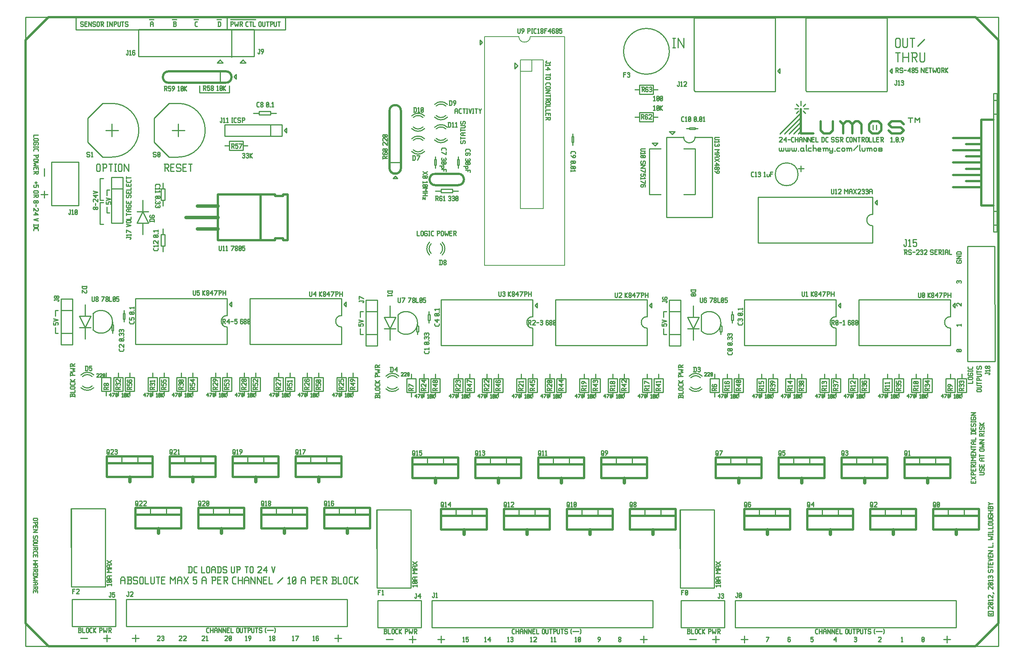
<source format=gbr>
G04 start of page 11 for group -4079 idx -4079 *
G04 Title: 24SSR-DC, topsilk *
G04 Creator: pcb 20110918 *
G04 CreationDate: 五 12/20 18:00:37 2013 UTC *
G04 For: steve *
G04 Format: Gerber/RS-274X *
G04 PCB-Dimensions: 850000 550000 *
G04 PCB-Coordinate-Origin: lower left *
%MOIN*%
%FSLAX25Y25*%
%LNTOPSILK*%
%ADD239C,0.0050*%
%ADD238C,0.0300*%
%ADD237C,0.0214*%
%ADD236C,0.0200*%
%ADD235C,0.0100*%
G54D235*X0Y550000D02*Y0D01*
Y550000D02*X850000D01*
X0Y0D02*X850000D01*
Y550000D02*Y0D01*
G54D236*X0Y303000D02*Y530000D01*
G54D235*X16500Y417500D02*Y411000D01*
X14500Y395000D02*X17500D01*
X16500D01*
Y396000D02*Y394000D01*
Y395000D02*Y397000D01*
Y393000D01*
Y395000D02*X18500D01*
X13500D01*
X16500D02*Y398000D01*
Y392000D01*
G54D236*X0Y530000D02*X20000Y550000D01*
G54D235*X44000Y539000D02*Y550000D01*
X13500Y395000D02*X19500D01*
X16500D01*
X26000Y293500D02*X28500D01*
G54D236*X0Y20000D02*Y310000D01*
G54D235*X152000Y490000D02*Y484000D01*
X178000D01*
Y490000D01*
X68000Y409000D02*X65000D01*
Y390000D01*
X68000D01*
Y388000D02*X65000D01*
Y369000D01*
X68000D01*
X71000Y394000D02*Y399000D01*
Y384000D02*Y379000D01*
Y399000D02*X73500D01*
X71000Y379000D02*X73500D01*
X26000Y288500D02*Y293500D01*
Y278500D02*Y273500D01*
X28500D01*
X31000D02*X41000D01*
X179000Y548000D02*X201000D01*
X167000D02*X171000D01*
X176000Y550000D02*Y539000D01*
X147000Y548000D02*X151000D01*
X128000D02*X132000D01*
X108000D02*X112000D01*
X44000Y539000D02*X199000D01*
X182000Y498000D02*X184000Y500000D01*
Y496000D02*X182000Y498000D01*
X178000Y299000D02*X180000Y301000D01*
Y297000D01*
X178000Y299000D01*
X184000Y500000D02*Y496000D01*
X190000Y512500D02*X187500Y510000D01*
X192500D01*
X190000Y512500D01*
X180000Y539000D02*Y515000D01*
X170000Y512500D02*X167500Y510000D01*
X172500D01*
X170000Y512500D01*
X625000Y6000D02*X631000D01*
X628000D02*Y9000D01*
Y3000D01*
X805000Y6000D02*Y9000D01*
Y3000D01*
X745000Y13000D02*X746000D01*
X802000Y6000D02*X808000D01*
G54D236*X850000Y20000D02*X830000Y0D01*
G54D235*X540000Y6000D02*Y9000D01*
Y3000D01*
X480000Y13000D02*X481000D01*
X537000Y6000D02*X543000D01*
X580000D02*X586000D01*
X603000D02*X606000D01*
X603000Y9000D02*Y3000D01*
X605000Y6000D02*X600000D01*
X557500Y287500D02*Y292500D01*
Y277500D02*Y272500D01*
X560000D01*
X562500D02*X572500D01*
X557500Y292500D02*X560000D01*
X315000Y6000D02*X321000D01*
X273000Y7000D02*Y10000D01*
Y4000D01*
X213000Y14000D02*X214000D01*
X270000Y7000D02*X276000D01*
X360000Y6000D02*X366000D01*
X363000D02*Y9000D01*
Y3000D01*
X338000Y6000D02*X341000D01*
X338000Y9000D02*Y3000D01*
X340000Y6000D02*X335000D01*
X48000Y7000D02*X54000D01*
X93000D02*X99000D01*
X96000D02*Y10000D01*
Y4000D01*
X71000Y7000D02*X74000D01*
X71000Y10000D02*Y4000D01*
X73000Y7000D02*X68000D01*
G54D236*X830000Y0D02*X20000D01*
X0Y20000D01*
X850000Y530000D02*Y20000D01*
G54D235*X841000Y30500D02*Y26500D01*
Y30500D02*X845500D01*
X841000Y26500D02*X845500D01*
X844000Y29000D02*Y28000D01*
X842500D02*X844000D01*
X842500Y29000D02*Y28000D01*
X845500Y30500D02*Y26500D01*
G54D236*X830000Y550000D02*X850000Y530000D01*
G54D235*X773000Y462000D02*Y458000D01*
X755000Y503000D02*X757000Y505000D01*
Y501000D01*
X755000Y503000D01*
X771000Y462000D02*X775000D01*
X777000Y458000D02*Y462000D01*
X550000Y437500D02*X547500Y440000D01*
X552500D01*
X550000Y437500D01*
X565000Y447500D02*X562500Y450000D01*
X567500D01*
X565000Y447500D01*
X675000Y417500D02*X680000D01*
X677500Y420000D02*Y415000D01*
Y472500D02*Y476500D01*
X680000Y470000D02*X684000D01*
X679500Y468000D02*X681500Y466000D01*
X679500Y472000D02*X681500Y474000D01*
X675000Y470000D02*X672000D01*
X675500Y468000D02*X673500Y466000D01*
X675500Y472000D02*X673500Y474000D01*
X657000Y503000D02*X659000Y505000D01*
Y501000D01*
X657000Y503000D01*
X677000Y462000D02*X663000Y448000D01*
X677000Y458000D02*X667000Y448000D01*
X677000Y454000D02*X671000Y448000D01*
X677000Y450000D02*X675000Y448000D01*
X677000Y466000D02*X659000Y448000D01*
X740500Y455500D02*Y451500D01*
X743500Y455500D02*Y451500D01*
X742000Y388000D02*X744000Y390000D01*
Y386000D01*
X742000Y388000D01*
X777000Y462000D02*X779000Y460000D01*
X781000Y462000D01*
Y458000D01*
X810000Y298000D02*X812000Y300000D01*
Y296000D01*
X810000Y298000D01*
X710000D02*X712000Y300000D01*
Y296000D01*
X710000Y298000D01*
X545000D02*X547000Y300000D01*
Y296000D01*
X545000Y298000D01*
X200000Y539000D02*X227000D01*
Y550000D01*
X226000Y451000D02*X228000Y453000D01*
Y449000D01*
X226000Y451000D01*
G54D236*X20000Y550000D02*X830000D01*
G54D235*X399000Y528000D02*X397000Y530000D01*
Y526000D01*
X399000Y528000D01*
X430000Y507500D02*X427500Y510000D01*
Y505000D02*X430000Y507500D01*
X427500Y510000D02*Y505000D01*
X292500Y287500D02*Y292500D01*
Y277500D02*Y272500D01*
Y292500D02*X295000D01*
X292500Y272500D02*X295000D01*
X297500D02*X307500D01*
X323000Y411000D02*X321000Y409000D01*
X325000D01*
X323000Y411000D01*
X445000Y298000D02*X447000Y300000D01*
Y296000D01*
X445000Y298000D01*
X278000Y299000D02*X280000Y301000D01*
Y297000D01*
X278000Y299000D01*
X46000Y12000D02*X48000D01*
X48500Y12500D01*
Y13700D02*Y12500D01*
X48000Y14200D02*X48500Y13700D01*
X46500Y14200D02*X48000D01*
X46500Y16000D02*Y12000D01*
X46000Y16000D02*X48000D01*
X48500Y15500D01*
Y14700D01*
X48000Y14200D02*X48500Y14700D01*
X49700Y16000D02*Y12000D01*
X51700D01*
X52900Y15500D02*Y12500D01*
Y15500D02*X53400Y16000D01*
X54400D01*
X54900Y15500D01*
Y12500D01*
X54400Y12000D02*X54900Y12500D01*
X53400Y12000D02*X54400D01*
X52900Y12500D02*X53400Y12000D01*
X56800D02*X58100D01*
X56100Y12700D02*X56800Y12000D01*
X56100Y15300D02*Y12700D01*
Y15300D02*X56800Y16000D01*
X58100D01*
X59300D02*Y12000D01*
Y14000D02*X61300Y16000D01*
X59300Y14000D02*X61300Y12000D01*
X64800Y16000D02*Y12000D01*
X64300Y16000D02*X66300D01*
X66800Y15500D01*
Y14500D01*
X66300Y14000D02*X66800Y14500D01*
X64800Y14000D02*X66300D01*
X68000Y16000D02*Y14000D01*
X68500Y12000D01*
X69500Y14000D01*
X70500Y12000D01*
X71000Y14000D01*
Y16000D02*Y14000D01*
X72200Y16000D02*X74200D01*
X74700Y15500D01*
Y14500D01*
X74200Y14000D02*X74700Y14500D01*
X72700Y14000D02*X74200D01*
X72700Y16000D02*Y12000D01*
X73500Y14000D02*X74700Y12000D01*
X7045Y112000D02*X10015D01*
X10510Y111505D01*
Y110515D01*
X10015Y110020D01*
X7045D02*X10015D01*
X6550Y110515D02*X7045Y110020D01*
X6550Y111505D02*Y110515D01*
X7045Y112000D02*X6550Y111505D01*
Y108337D02*X10510D01*
Y108832D02*Y106852D01*
X10015Y106357D01*
X9025D02*X10015D01*
X8530Y106852D02*X9025Y106357D01*
X8530Y108337D02*Y106852D01*
X8728Y105169D02*Y103684D01*
X6550Y105169D02*Y103189D01*
Y105169D02*X10510D01*
Y103189D01*
X6550Y102001D02*X10510D01*
X6550Y99526D01*
X10510D01*
Y94576D02*X10015Y94081D01*
X10510Y96061D02*Y94576D01*
X10015Y96556D02*X10510Y96061D01*
X9025Y96556D02*X10015D01*
X9025D02*X8530Y96061D01*
Y94576D01*
X8035Y94081D01*
X7045D02*X8035D01*
X6550Y94576D02*X7045Y94081D01*
X6550Y96061D02*Y94576D01*
X7045Y96556D02*X6550Y96061D01*
X7045Y92893D02*X10015D01*
X10510Y92398D01*
Y91408D01*
X10015Y90913D01*
X7045D02*X10015D01*
X6550Y91408D02*X7045Y90913D01*
X6550Y92398D02*Y91408D01*
X7045Y92893D02*X6550Y92398D01*
X7045Y89725D02*X10510D01*
X7045D02*X6550Y89230D01*
Y88240D01*
X7045Y87745D01*
X10510D01*
Y86557D02*Y84577D01*
X10015Y84082D01*
X9025D02*X10015D01*
X8530Y84577D02*X9025Y84082D01*
X8530Y86062D02*Y84577D01*
X6550Y86062D02*X10510D01*
X8530Y85270D02*X6550Y84082D01*
Y82201D02*Y80914D01*
X7243Y82894D02*X6550Y82201D01*
X7243Y82894D02*X9817D01*
X10510Y82201D01*
Y80914D01*
X8728Y79726D02*Y78241D01*
X6550Y79726D02*Y77746D01*
Y79726D02*X10510D01*
Y77746D01*
X6550Y74776D02*X10510D01*
X6550Y72301D02*X10510D01*
X8530Y74776D02*Y72301D01*
X6550Y71113D02*X9520D01*
X10510Y70420D01*
Y69331D01*
X9520Y68638D01*
X6550D02*X9520D01*
X8530Y71113D02*Y68638D01*
X10510Y67450D02*Y65470D01*
X10015Y64975D01*
X9025D02*X10015D01*
X8530Y65470D02*X9025Y64975D01*
X8530Y66955D02*Y65470D01*
X6550Y66955D02*X10510D01*
X8530Y66163D02*X6550Y64975D01*
Y63292D02*X10510D01*
Y62005D02*X9817Y61312D01*
X7243D02*X9817D01*
X6550Y62005D02*X7243Y61312D01*
X6550Y63787D02*Y62005D01*
X10510Y63787D02*Y62005D01*
X8530Y60124D02*X10510D01*
X8530D02*X6550Y59629D01*
X8530Y58639D01*
X6550Y57649D01*
X8530Y57154D01*
X10510D01*
X6550Y55966D02*X9520D01*
X10510Y55273D01*
Y54184D01*
X9520Y53491D01*
X6550D02*X9520D01*
X8530Y55966D02*Y53491D01*
X10510Y52303D02*Y50323D01*
X10015Y49828D01*
X9025D02*X10015D01*
X8530Y50323D02*X9025Y49828D01*
X8530Y51808D02*Y50323D01*
X6550Y51808D02*X10510D01*
X8530Y51016D02*X6550Y49828D01*
X8728Y48640D02*Y47155D01*
X6550Y48640D02*Y46660D01*
Y48640D02*X10510D01*
Y46660D01*
X115000Y8500D02*X115500Y9000D01*
X117000D01*
X117500Y8500D01*
Y7500D01*
X115000Y5000D02*X117500Y7500D01*
X115000Y5000D02*X117500D01*
X118700Y8500D02*X119200Y9000D01*
X120200D01*
X120700Y8500D01*
X120200Y5000D02*X120700Y5500D01*
X119200Y5000D02*X120200D01*
X118700Y5500D02*X119200Y5000D01*
Y7200D02*X120200D01*
X120700Y8500D02*Y7700D01*
Y6700D02*Y5500D01*
Y6700D02*X120200Y7200D01*
X120700Y7700D02*X120200Y7200D01*
X134000Y8500D02*X134500Y9000D01*
X136000D01*
X136500Y8500D01*
Y7500D01*
X134000Y5000D02*X136500Y7500D01*
X134000Y5000D02*X136500D01*
X137700Y8500D02*X138200Y9000D01*
X139700D01*
X140200Y8500D01*
Y7500D01*
X137700Y5000D02*X140200Y7500D01*
X137700Y5000D02*X140200D01*
X154000Y8500D02*X154500Y9000D01*
X156000D01*
X156500Y8500D01*
Y7500D01*
X154000Y5000D02*X156500Y7500D01*
X154000Y5000D02*X156500D01*
X157700Y8200D02*X158500Y9000D01*
Y5000D01*
X157700D02*X159200D01*
X174000Y8500D02*X174500Y9000D01*
X176000D01*
X176500Y8500D01*
Y7500D01*
X174000Y5000D02*X176500Y7500D01*
X174000Y5000D02*X176500D01*
X177700Y5500D02*X178200Y5000D01*
X177700Y8500D02*Y5500D01*
Y8500D02*X178200Y9000D01*
X179200D01*
X179700Y8500D01*
Y5500D01*
X179200Y5000D02*X179700Y5500D01*
X178200Y5000D02*X179200D01*
X177700Y6000D02*X179700Y8000D01*
X192000Y8200D02*X192800Y9000D01*
Y5000D01*
X192000D02*X193500D01*
X195200D02*X196700Y7000D01*
Y8500D02*Y7000D01*
X196200Y9000D02*X196700Y8500D01*
X195200Y9000D02*X196200D01*
X194700Y8500D02*X195200Y9000D01*
X194700Y8500D02*Y7500D01*
X195200Y7000D01*
X196700D01*
X213000Y8200D02*X213800Y9000D01*
Y5000D01*
X213000D02*X214500D01*
X215700Y5500D02*X216200Y5000D01*
X215700Y6300D02*Y5500D01*
Y6300D02*X216400Y7000D01*
X217000D01*
X217700Y6300D01*
Y5500D01*
X217200Y5000D02*X217700Y5500D01*
X216200Y5000D02*X217200D01*
X215700Y7700D02*X216400Y7000D01*
X215700Y8500D02*Y7700D01*
Y8500D02*X216200Y9000D01*
X217200D01*
X217700Y8500D01*
Y7700D01*
X217000Y7000D02*X217700Y7700D01*
X233000Y8200D02*X233800Y9000D01*
Y5000D01*
X233000D02*X234500D01*
X236200D02*X238200Y9000D01*
X235700D02*X238200D01*
X251000Y8200D02*X251800Y9000D01*
Y5000D01*
X251000D02*X252500D01*
X255200Y9000D02*X255700Y8500D01*
X254200Y9000D02*X255200D01*
X253700Y8500D02*X254200Y9000D01*
X253700Y8500D02*Y5500D01*
X254200Y5000D01*
X255200Y7200D02*X255700Y6700D01*
X253700Y7200D02*X255200D01*
X254200Y5000D02*X255200D01*
X255700Y5500D01*
Y6700D02*Y5500D01*
X73700Y47000D02*X74500D01*
Y43500D01*
X74000Y43000D02*X74500Y43500D01*
X73500Y43000D02*X74000D01*
X73000Y43500D02*X73500Y43000D01*
X73000Y44000D02*Y43500D01*
X75700Y47000D02*X77700D01*
X75700D02*Y45000D01*
X76200Y45500D01*
X77200D01*
X77700Y45000D01*
Y43500D01*
X77200Y43000D02*X77700Y43500D01*
X76200Y43000D02*X77200D01*
X75700Y43500D02*X76200Y43000D01*
X41000Y50000D02*Y46000D01*
Y50000D02*X43000D01*
X41000Y48200D02*X42500D01*
X44200Y49500D02*X44700Y50000D01*
X46200D01*
X46700Y49500D01*
Y48500D01*
X44200Y46000D02*X46700Y48500D01*
X44200Y46000D02*X46700D01*
X71800Y53000D02*X71000Y53800D01*
X75000D01*
Y54500D02*Y53000D01*
X74500Y55700D02*X75000Y56200D01*
X71500Y55700D02*X74500D01*
X71500D02*X71000Y56200D01*
Y57200D02*Y56200D01*
Y57200D02*X71500Y57700D01*
X74500D01*
X75000Y57200D02*X74500Y57700D01*
X75000Y57200D02*Y56200D01*
X74000Y55700D02*X72000Y57700D01*
Y58900D02*X75000D01*
X72000D02*X71000Y59600D01*
Y60700D02*Y59600D01*
Y60700D02*X72000Y61400D01*
X75000D01*
X73000D02*Y58900D01*
X71000Y64400D02*X75000D01*
X71000D02*X73000Y65900D01*
X71000Y67400D01*
X75000D01*
X72000Y68600D02*X75000D01*
X72000D02*X71000Y69300D01*
Y70400D02*Y69300D01*
Y70400D02*X72000Y71100D01*
X75000D01*
X73000D02*Y68600D01*
X75000Y72300D02*X71000Y74800D01*
Y72300D02*X75000Y74800D01*
X83000Y59000D02*Y54500D01*
Y59000D02*X84050Y60500D01*
X85700D01*
X86750Y59000D01*
Y54500D01*
X83000Y57500D02*X86750D01*
X88550Y54500D02*X91550D01*
X92300Y55250D01*
Y57050D02*Y55250D01*
X91550Y57800D02*X92300Y57050D01*
X89300Y57800D02*X91550D01*
X89300Y60500D02*Y54500D01*
X88550Y60500D02*X91550D01*
X92300Y59750D01*
Y58550D01*
X91550Y57800D02*X92300Y58550D01*
X97100Y60500D02*X97850Y59750D01*
X94850Y60500D02*X97100D01*
X94100Y59750D02*X94850Y60500D01*
X94100Y59750D02*Y58250D01*
X94850Y57500D01*
X97100D01*
X97850Y56750D01*
Y55250D01*
X97100Y54500D02*X97850Y55250D01*
X94850Y54500D02*X97100D01*
X94100Y55250D02*X94850Y54500D01*
X99650Y59750D02*Y55250D01*
Y59750D02*X100400Y60500D01*
X101900D01*
X102650Y59750D01*
Y55250D01*
X101900Y54500D02*X102650Y55250D01*
X100400Y54500D02*X101900D01*
X99650Y55250D02*X100400Y54500D01*
X104450Y60500D02*Y54500D01*
X107450D01*
X109250Y60500D02*Y55250D01*
X110000Y54500D01*
X111500D01*
X112250Y55250D01*
Y60500D02*Y55250D01*
X114050Y60500D02*X117050D01*
X115550D02*Y54500D01*
X118850Y57800D02*X121100D01*
X118850Y54500D02*X121850D01*
X118850Y60500D02*Y54500D01*
Y60500D02*X121850D01*
X126350D02*Y54500D01*
Y60500D02*X128600Y57500D01*
X130850Y60500D01*
Y54500D01*
X132650Y59000D02*Y54500D01*
Y59000D02*X133700Y60500D01*
X135350D01*
X136400Y59000D01*
Y54500D01*
X132650Y57500D02*X136400D01*
X138200Y54500D02*X141950Y60500D01*
X138200D02*X141950Y54500D01*
X146450Y60500D02*X149450D01*
X146450D02*Y57500D01*
X147200Y58250D01*
X148700D01*
X149450Y57500D01*
Y55250D01*
X148700Y54500D02*X149450Y55250D01*
X147200Y54500D02*X148700D01*
X146450Y55250D02*X147200Y54500D01*
X153950Y59000D02*Y54500D01*
Y59000D02*X155000Y60500D01*
X156650D01*
X157700Y59000D01*
Y54500D01*
X153950Y57500D02*X157700D01*
X162950Y60500D02*Y54500D01*
X162200Y60500D02*X165200D01*
X165950Y59750D01*
Y58250D01*
X165200Y57500D02*X165950Y58250D01*
X162950Y57500D02*X165200D01*
X167750Y57800D02*X170000D01*
X167750Y54500D02*X170750D01*
X167750Y60500D02*Y54500D01*
Y60500D02*X170750D01*
X172550D02*X175550D01*
X176300Y59750D01*
Y58250D01*
X175550Y57500D02*X176300Y58250D01*
X173300Y57500D02*X175550D01*
X173300Y60500D02*Y54500D01*
X174500Y57500D02*X176300Y54500D01*
X181850D02*X183800D01*
X180800Y55550D02*X181850Y54500D01*
X180800Y59450D02*Y55550D01*
Y59450D02*X181850Y60500D01*
X183800D01*
X185600D02*Y54500D01*
X189350Y60500D02*Y54500D01*
X185600Y57500D02*X189350D01*
X191150Y59000D02*Y54500D01*
Y59000D02*X192200Y60500D01*
X193850D01*
X194900Y59000D01*
Y54500D01*
X191150Y57500D02*X194900D01*
X196700Y60500D02*Y54500D01*
Y60500D02*X200450Y54500D01*
Y60500D02*Y54500D01*
X202250Y60500D02*Y54500D01*
Y60500D02*X206000Y54500D01*
Y60500D02*Y54500D01*
X207800Y57800D02*X210050D01*
X207800Y54500D02*X210800D01*
X207800Y60500D02*Y54500D01*
Y60500D02*X210800D01*
X212600D02*Y54500D01*
X215600D01*
X220100Y55250D02*X224600Y59750D01*
X229100Y59300D02*X230300Y60500D01*
Y54500D01*
X229100D02*X231350D01*
X233150Y55250D02*X233900Y54500D01*
X233150Y59750D02*Y55250D01*
Y59750D02*X233900Y60500D01*
X235400D01*
X236150Y59750D01*
Y55250D01*
X235400Y54500D02*X236150Y55250D01*
X233900Y54500D02*X235400D01*
X233150Y56000D02*X236150Y59000D01*
X240650D02*Y54500D01*
Y59000D02*X241700Y60500D01*
X243350D01*
X244400Y59000D01*
Y54500D01*
X240650Y57500D02*X244400D01*
X249650Y60500D02*Y54500D01*
X248900Y60500D02*X251900D01*
X252650Y59750D01*
Y58250D01*
X251900Y57500D02*X252650Y58250D01*
X249650Y57500D02*X251900D01*
X254450Y57800D02*X256700D01*
X254450Y54500D02*X257450D01*
X254450Y60500D02*Y54500D01*
Y60500D02*X257450D01*
X259250D02*X262250D01*
X263000Y59750D01*
Y58250D01*
X262250Y57500D02*X263000Y58250D01*
X260000Y57500D02*X262250D01*
X260000Y60500D02*Y54500D01*
X261200Y57500D02*X263000Y54500D01*
X267500D02*X270500D01*
X271250Y55250D01*
Y57050D02*Y55250D01*
X270500Y57800D02*X271250Y57050D01*
X268250Y57800D02*X270500D01*
X268250Y60500D02*Y54500D01*
X267500Y60500D02*X270500D01*
X271250Y59750D01*
Y58550D01*
X270500Y57800D02*X271250Y58550D01*
X273050Y60500D02*Y54500D01*
X276050D01*
X277850Y59750D02*Y55250D01*
Y59750D02*X278600Y60500D01*
X280100D01*
X280850Y59750D01*
Y55250D01*
X280100Y54500D02*X280850Y55250D01*
X278600Y54500D02*X280100D01*
X277850Y55250D02*X278600Y54500D01*
X283700D02*X285650D01*
X282650Y55550D02*X283700Y54500D01*
X282650Y59450D02*Y55550D01*
Y59450D02*X283700Y60500D01*
X285650D01*
X287450D02*Y54500D01*
Y57500D02*X290450Y60500D01*
X287450Y57500D02*X290450Y54500D01*
X142675Y69650D02*Y64250D01*
X144430Y69650D02*X145375Y68705D01*
Y65195D01*
X144430Y64250D02*X145375Y65195D01*
X142000Y64250D02*X144430D01*
X142000Y69650D02*X144430D01*
X147940Y64250D02*X149695D01*
X146995Y65195D02*X147940Y64250D01*
X146995Y68705D02*Y65195D01*
Y68705D02*X147940Y69650D01*
X149695D01*
X153745D02*Y64250D01*
X156445D01*
X158065Y68975D02*Y64925D01*
Y68975D02*X158740Y69650D01*
X160090D01*
X160765Y68975D01*
Y64925D01*
X160090Y64250D02*X160765Y64925D01*
X158740Y64250D02*X160090D01*
X158065Y64925D02*X158740Y64250D01*
X162385Y68300D02*Y64250D01*
Y68300D02*X163330Y69650D01*
X164815D01*
X165760Y68300D01*
Y64250D01*
X162385Y66950D02*X165760D01*
X168055Y69650D02*Y64250D01*
X169810Y69650D02*X170755Y68705D01*
Y65195D01*
X169810Y64250D02*X170755Y65195D01*
X167380Y64250D02*X169810D01*
X167380Y69650D02*X169810D01*
X175075D02*X175750Y68975D01*
X173050Y69650D02*X175075D01*
X172375Y68975D02*X173050Y69650D01*
X172375Y68975D02*Y67625D01*
X173050Y66950D01*
X175075D01*
X175750Y66275D01*
Y64925D01*
X175075Y64250D02*X175750Y64925D01*
X173050Y64250D02*X175075D01*
X172375Y64925D02*X173050Y64250D01*
X179800Y69650D02*Y64925D01*
X180475Y64250D01*
X181825D01*
X182500Y64925D01*
Y69650D02*Y64925D01*
X184795Y69650D02*Y64250D01*
X184120Y69650D02*X186820D01*
X187495Y68975D01*
Y67625D01*
X186820Y66950D02*X187495Y67625D01*
X184795Y66950D02*X186820D01*
X191545Y69650D02*X194245D01*
X192895D02*Y64250D01*
X195865Y68975D02*Y64925D01*
Y68975D02*X196540Y69650D01*
X197890D01*
X198565Y68975D01*
Y64925D01*
X197890Y64250D02*X198565Y64925D01*
X196540Y64250D02*X197890D01*
X195865Y64925D02*X196540Y64250D01*
X202615Y68975D02*X203290Y69650D01*
X205315D01*
X205990Y68975D01*
Y67625D01*
X202615Y64250D02*X205990Y67625D01*
X202615Y64250D02*X205990D01*
X207610Y66275D02*X210310Y69650D01*
X207610Y66275D02*X210985D01*
X210310Y69650D02*Y64250D01*
X215035Y69650D02*X216385Y64250D01*
X217735Y69650D01*
X158700Y12000D02*X160000D01*
X158000Y12700D02*X158700Y12000D01*
X158000Y15300D02*Y12700D01*
Y15300D02*X158700Y16000D01*
X160000D01*
X161200D02*Y12000D01*
X163700Y16000D02*Y12000D01*
X161200Y14000D02*X163700D01*
X164900Y15000D02*Y12000D01*
Y15000D02*X165600Y16000D01*
X166700D01*
X167400Y15000D01*
Y12000D01*
X164900Y14000D02*X167400D01*
X168600Y16000D02*Y12000D01*
Y16000D02*X171100Y12000D01*
Y16000D02*Y12000D01*
X172300Y16000D02*Y12000D01*
Y16000D02*X174800Y12000D01*
Y16000D02*Y12000D01*
X176000Y14200D02*X177500D01*
X176000Y12000D02*X178000D01*
X176000Y16000D02*Y12000D01*
Y16000D02*X178000D01*
X179200D02*Y12000D01*
X181200D01*
X184200Y15500D02*Y12500D01*
Y15500D02*X184700Y16000D01*
X185700D01*
X186200Y15500D01*
Y12500D01*
X185700Y12000D02*X186200Y12500D01*
X184700Y12000D02*X185700D01*
X184200Y12500D02*X184700Y12000D01*
X187400Y16000D02*Y12500D01*
X187900Y12000D01*
X188900D01*
X189400Y12500D01*
Y16000D02*Y12500D01*
X190600Y16000D02*X192600D01*
X191600D02*Y12000D01*
X194300Y16000D02*Y12000D01*
X193800Y16000D02*X195800D01*
X196300Y15500D01*
Y14500D01*
X195800Y14000D02*X196300Y14500D01*
X194300Y14000D02*X195800D01*
X197500Y16000D02*Y12500D01*
X198000Y12000D01*
X199000D01*
X199500Y12500D01*
Y16000D02*Y12500D01*
X200700Y16000D02*X202700D01*
X201700D02*Y12000D01*
X205900Y16000D02*X206400Y15500D01*
X204400Y16000D02*X205900D01*
X203900Y15500D02*X204400Y16000D01*
X203900Y15500D02*Y14500D01*
X204400Y14000D01*
X205900D01*
X206400Y13500D01*
Y12500D01*
X205900Y12000D02*X206400Y12500D01*
X204400Y12000D02*X205900D01*
X203900Y12500D02*X204400Y12000D01*
X209400Y12500D02*X209900Y12000D01*
X209400Y15500D02*X209900Y16000D01*
X209400Y15500D02*Y12500D01*
X211100Y14000D02*X213100D01*
X214300D02*X216300D01*
X217500Y16000D02*X218000Y15500D01*
Y12500D01*
X217500Y12000D02*X218000Y12500D01*
X84000Y220560D02*X84640Y221200D01*
Y218000D01*
X84000D02*X85200D01*
X86160Y218400D02*X86560Y218000D01*
X86160Y220800D02*Y218400D01*
Y220800D02*X86560Y221200D01*
X87360D01*
X87760Y220800D01*
Y218400D01*
X87360Y218000D02*X87760Y218400D01*
X86560Y218000D02*X87360D01*
X86160Y218800D02*X87760Y220400D01*
X88720Y221200D02*Y218000D01*
Y219600D02*X90320Y221200D01*
X88720Y219600D02*X90320Y218000D01*
X114000Y220560D02*X114640Y221200D01*
Y218000D01*
X114000D02*X115200D01*
X116160Y218400D02*X116560Y218000D01*
X116160Y220800D02*Y218400D01*
Y220800D02*X116560Y221200D01*
X117360D01*
X117760Y220800D01*
Y218400D01*
X117360Y218000D02*X117760Y218400D01*
X116560Y218000D02*X117360D01*
X116160Y218800D02*X117760Y220400D01*
X118720Y221200D02*Y218000D01*
Y219600D02*X120320Y221200D01*
X118720Y219600D02*X120320Y218000D01*
X103000Y219375D02*X104500Y221250D01*
X103000Y219375D02*X104875D01*
X104500Y221250D02*Y218250D01*
X106150D02*X107650Y221250D01*
X105775D02*X107650D01*
X108550Y218625D02*X108925Y218250D01*
X108550Y220875D02*Y218625D01*
Y220875D02*X108925Y221250D01*
X109675D01*
X110050Y220875D01*
Y218625D01*
X109675Y218250D02*X110050Y218625D01*
X108925Y218250D02*X109675D01*
X108550Y219000D02*X110050Y220500D01*
X73000Y219375D02*X74500Y221250D01*
X73000Y219375D02*X74875D01*
X74500Y221250D02*Y218250D01*
X76150D02*X77650Y221250D01*
X75775D02*X77650D01*
X78550Y218625D02*X78925Y218250D01*
X78550Y220875D02*Y218625D01*
Y220875D02*X78925Y221250D01*
X79675D01*
X80050Y220875D01*
Y218625D01*
X79675Y218250D02*X80050Y218625D01*
X78925Y218250D02*X79675D01*
X78550Y219000D02*X80050Y220500D01*
X24500Y283000D02*Y281000D01*
X26500D01*
X26000Y281500D01*
Y282500D02*Y281500D01*
Y282500D02*X26500Y283000D01*
X28000D01*
X28500Y282500D02*X28000Y283000D01*
X28500Y282500D02*Y281500D01*
X28000Y281000D02*X28500Y281500D01*
X24500Y284200D02*X28500Y285200D01*
X24500Y286200D01*
X62000Y237875D02*X62375Y238250D01*
X63500D01*
X63875Y237875D01*
Y237125D01*
X62000Y235250D02*X63875Y237125D01*
X62000Y235250D02*X63875D01*
X64775Y237875D02*X65150Y238250D01*
X66275D01*
X66650Y237875D01*
Y237125D01*
X64775Y235250D02*X66650Y237125D01*
X64775Y235250D02*X66650D01*
X67550Y235625D02*X67925Y235250D01*
X67550Y237875D02*Y235625D01*
Y237875D02*X67925Y238250D01*
X68675D01*
X69050Y237875D01*
Y235625D01*
X68675Y235250D02*X69050Y235625D01*
X67925Y235250D02*X68675D01*
X67550Y236000D02*X69050Y237500D01*
X43000Y220000D02*Y218000D01*
Y220000D02*X42500Y220500D01*
X41300D02*X42500D01*
X40800Y220000D02*X41300Y220500D01*
X40800Y220000D02*Y218500D01*
X39000D02*X43000D01*
X39000Y220000D02*Y218000D01*
Y220000D02*X39500Y220500D01*
X40300D01*
X40800Y220000D02*X40300Y220500D01*
X39000Y221700D02*X43000D01*
Y223700D02*Y221700D01*
X39500Y224900D02*X42500D01*
X39500D02*X39000Y225400D01*
Y226400D02*Y225400D01*
Y226400D02*X39500Y226900D01*
X42500D01*
X43000Y226400D02*X42500Y226900D01*
X43000Y226400D02*Y225400D01*
X42500Y224900D02*X43000Y225400D01*
Y230100D02*Y228800D01*
X42300Y228100D02*X43000Y228800D01*
X39700Y228100D02*X42300D01*
X39700D02*X39000Y228800D01*
Y230100D02*Y228800D01*
Y231300D02*X43000D01*
X41000D02*X39000Y233300D01*
X41000Y231300D02*X43000Y233300D01*
X39000Y236800D02*X43000D01*
X39000Y238300D02*Y236300D01*
Y238300D02*X39500Y238800D01*
X40500D01*
X41000Y238300D02*X40500Y238800D01*
X41000Y238300D02*Y236800D01*
X39000Y240000D02*X41000D01*
X43000Y240500D01*
X41000Y241500D01*
X43000Y242500D01*
X41000Y243000D01*
X39000D02*X41000D01*
X39000Y246200D02*Y244200D01*
Y246200D02*X39500Y246700D01*
X40500D01*
X41000Y246200D02*X40500Y246700D01*
X41000Y246200D02*Y244700D01*
X39000D02*X43000D01*
X41000Y245500D02*X43000Y246700D01*
X139000Y220560D02*X139640Y221200D01*
Y218000D01*
X139000D02*X140200D01*
X141160Y218400D02*X141560Y218000D01*
X141160Y220800D02*Y218400D01*
Y220800D02*X141560Y221200D01*
X142360D01*
X142760Y220800D01*
Y218400D01*
X142360Y218000D02*X142760Y218400D01*
X141560Y218000D02*X142360D01*
X141160Y218800D02*X142760Y220400D01*
X143720Y221200D02*Y218000D01*
Y219600D02*X145320Y221200D01*
X143720Y219600D02*X145320Y218000D01*
X128000Y219375D02*X129500Y221250D01*
X128000Y219375D02*X129875D01*
X129500Y221250D02*Y218250D01*
X131150D02*X132650Y221250D01*
X130775D02*X132650D01*
X133550Y218625D02*X133925Y218250D01*
X133550Y220875D02*Y218625D01*
Y220875D02*X133925Y221250D01*
X134675D01*
X135050Y220875D01*
Y218625D01*
X134675Y218250D02*X135050Y218625D01*
X133925Y218250D02*X134675D01*
X133550Y219000D02*X135050Y220500D01*
X169000Y220560D02*X169640Y221200D01*
Y218000D01*
X169000D02*X170200D01*
X171160Y218400D02*X171560Y218000D01*
X171160Y220800D02*Y218400D01*
Y220800D02*X171560Y221200D01*
X172360D01*
X172760Y220800D01*
Y218400D01*
X172360Y218000D02*X172760Y218400D01*
X171560Y218000D02*X172360D01*
X171160Y218800D02*X172760Y220400D01*
X173720Y221200D02*Y218000D01*
Y219600D02*X175320Y221200D01*
X173720Y219600D02*X175320Y218000D01*
X158000Y219375D02*X159500Y221250D01*
X158000Y219375D02*X159875D01*
X159500Y221250D02*Y218250D01*
X161150D02*X162650Y221250D01*
X160775D02*X162650D01*
X163550Y218625D02*X163925Y218250D01*
X163550Y220875D02*Y218625D01*
Y220875D02*X163925Y221250D01*
X164675D01*
X165050Y220875D01*
Y218625D01*
X164675Y218250D02*X165050Y218625D01*
X163925Y218250D02*X164675D01*
X163550Y219000D02*X165050Y220500D01*
X194000Y220560D02*X194640Y221200D01*
Y218000D01*
X194000D02*X195200D01*
X196160Y218400D02*X196560Y218000D01*
X196160Y220800D02*Y218400D01*
Y220800D02*X196560Y221200D01*
X197360D01*
X197760Y220800D01*
Y218400D01*
X197360Y218000D02*X197760Y218400D01*
X196560Y218000D02*X197360D01*
X196160Y218800D02*X197760Y220400D01*
X198720Y221200D02*Y218000D01*
Y219600D02*X200320Y221200D01*
X198720Y219600D02*X200320Y218000D01*
X183000Y219375D02*X184500Y221250D01*
X183000Y219375D02*X184875D01*
X184500Y221250D02*Y218250D01*
X186150D02*X187650Y221250D01*
X185775D02*X187650D01*
X188550Y218625D02*X188925Y218250D01*
X188550Y220875D02*Y218625D01*
Y220875D02*X188925Y221250D01*
X189675D01*
X190050Y220875D01*
Y218625D01*
X189675Y218250D02*X190050Y218625D01*
X188925Y218250D02*X189675D01*
X188550Y219000D02*X190050Y220500D01*
X155000Y490000D02*X157000D01*
X157500Y489500D01*
Y488500D01*
X157000Y488000D02*X157500Y488500D01*
X155500Y488000D02*X157000D01*
X155500Y490000D02*Y486000D01*
X156300Y488000D02*X157500Y486000D01*
X158700Y490000D02*X160700D01*
X158700D02*Y488000D01*
X159200Y488500D01*
X160200D01*
X160700Y488000D01*
Y486500D01*
X160200Y486000D02*X160700Y486500D01*
X159200Y486000D02*X160200D01*
X158700Y486500D02*X159200Y486000D01*
X161900Y486500D02*X162400Y486000D01*
X161900Y487300D02*Y486500D01*
Y487300D02*X162600Y488000D01*
X163200D01*
X163900Y487300D01*
Y486500D01*
X163400Y486000D02*X163900Y486500D01*
X162400Y486000D02*X163400D01*
X161900Y488700D02*X162600Y488000D01*
X161900Y489500D02*Y488700D01*
Y489500D02*X162400Y490000D01*
X163400D01*
X163900Y489500D01*
Y488700D01*
X163200Y488000D02*X163900Y488700D01*
X166900Y489200D02*X167700Y490000D01*
Y486000D01*
X166900D02*X168400D01*
X169600Y486500D02*X170100Y486000D01*
X169600Y489500D02*Y486500D01*
Y489500D02*X170100Y490000D01*
X171100D01*
X171600Y489500D01*
Y486500D01*
X171100Y486000D02*X171600Y486500D01*
X170100Y486000D02*X171100D01*
X169600Y487000D02*X171600Y489000D01*
X172800Y490000D02*Y486000D01*
Y488000D02*X174800Y490000D01*
X172800Y488000D02*X174800Y486000D01*
X121000Y421450D02*X124100D01*
X124875Y420675D01*
Y419125D01*
X124100Y418350D02*X124875Y419125D01*
X121775Y418350D02*X124100D01*
X121775Y421450D02*Y415250D01*
X123015Y418350D02*X124875Y415250D01*
X126735Y418660D02*X129060D01*
X126735Y415250D02*X129835D01*
X126735Y421450D02*Y415250D01*
Y421450D02*X129835D01*
X134795D02*X135570Y420675D01*
X132470Y421450D02*X134795D01*
X131695Y420675D02*X132470Y421450D01*
X131695Y420675D02*Y419125D01*
X132470Y418350D01*
X134795D01*
X135570Y417575D01*
Y416025D01*
X134795Y415250D02*X135570Y416025D01*
X132470Y415250D02*X134795D01*
X131695Y416025D02*X132470Y415250D01*
X137430Y418660D02*X139755D01*
X137430Y415250D02*X140530D01*
X137430Y421450D02*Y415250D01*
Y421450D02*X140530D01*
X142390D02*X145490D01*
X143940D02*Y415250D01*
X172000Y286000D02*X174000D01*
X174500Y285500D01*
Y284500D01*
X174000Y284000D02*X174500Y284500D01*
X172500Y284000D02*X174000D01*
X172500Y286000D02*Y282000D01*
X173300Y284000D02*X174500Y282000D01*
X175700Y283500D02*X177700Y286000D01*
X175700Y283500D02*X178200D01*
X177700Y286000D02*Y282000D01*
X179400Y284000D02*X181400D01*
X182600Y286000D02*X184600D01*
X182600D02*Y284000D01*
X183100Y284500D01*
X184100D01*
X184600Y284000D01*
Y282500D01*
X184100Y282000D02*X184600Y282500D01*
X183100Y282000D02*X184100D01*
X182600Y282500D02*X183100Y282000D01*
X189100Y286000D02*X189600Y285500D01*
X188100Y286000D02*X189100D01*
X187600Y285500D02*X188100Y286000D01*
X187600Y285500D02*Y282500D01*
X188100Y282000D01*
X189100Y284200D02*X189600Y283700D01*
X187600Y284200D02*X189100D01*
X188100Y282000D02*X189100D01*
X189600Y282500D01*
Y283700D02*Y282500D01*
X190800D02*X191300Y282000D01*
X190800Y283300D02*Y282500D01*
Y283300D02*X191500Y284000D01*
X192100D01*
X192800Y283300D01*
Y282500D01*
X192300Y282000D02*X192800Y282500D01*
X191300Y282000D02*X192300D01*
X190800Y284700D02*X191500Y284000D01*
X190800Y285500D02*Y284700D01*
Y285500D02*X191300Y286000D01*
X192300D01*
X192800Y285500D01*
Y284700D01*
X192100Y284000D02*X192800Y284700D01*
X194000Y282500D02*X194500Y282000D01*
X194000Y285500D02*Y282500D01*
Y285500D02*X194500Y286000D01*
X195500D01*
X196000Y285500D01*
Y282500D01*
X195500Y282000D02*X196000Y282500D01*
X194500Y282000D02*X195500D01*
X194000Y283000D02*X196000Y285000D01*
X189500Y430500D02*X190000Y431000D01*
X191000D01*
X191500Y430500D01*
X191000Y427000D02*X191500Y427500D01*
X190000Y427000D02*X191000D01*
X189500Y427500D02*X190000Y427000D01*
Y429200D02*X191000D01*
X191500Y430500D02*Y429700D01*
Y428700D02*Y427500D01*
Y428700D02*X191000Y429200D01*
X191500Y429700D02*X191000Y429200D01*
X192700Y430500D02*X193200Y431000D01*
X194200D01*
X194700Y430500D01*
X194200Y427000D02*X194700Y427500D01*
X193200Y427000D02*X194200D01*
X192700Y427500D02*X193200Y427000D01*
Y429200D02*X194200D01*
X194700Y430500D02*Y429700D01*
Y428700D02*Y427500D01*
Y428700D02*X194200Y429200D01*
X194700Y429700D02*X194200Y429200D01*
X195900Y431000D02*Y427000D01*
Y429000D02*X197900Y431000D01*
X195900Y429000D02*X197900Y427000D01*
X224000Y220560D02*X224640Y221200D01*
Y218000D01*
X224000D02*X225200D01*
X226160Y218400D02*X226560Y218000D01*
X226160Y220800D02*Y218400D01*
Y220800D02*X226560Y221200D01*
X227360D01*
X227760Y220800D01*
Y218400D01*
X227360Y218000D02*X227760Y218400D01*
X226560Y218000D02*X227360D01*
X226160Y218800D02*X227760Y220400D01*
X228720Y221200D02*Y218000D01*
Y219600D02*X230320Y221200D01*
X228720Y219600D02*X230320Y218000D01*
X213000Y219375D02*X214500Y221250D01*
X213000Y219375D02*X214875D01*
X214500Y221250D02*Y218250D01*
X216150D02*X217650Y221250D01*
X215775D02*X217650D01*
X218550Y218625D02*X218925Y218250D01*
X218550Y220875D02*Y218625D01*
Y220875D02*X218925Y221250D01*
X219675D01*
X220050Y220875D01*
Y218625D01*
X219675Y218250D02*X220050Y218625D01*
X218925Y218250D02*X219675D01*
X218550Y219000D02*X220050Y220500D01*
X249000Y220560D02*X249640Y221200D01*
Y218000D01*
X249000D02*X250200D01*
X251160Y218400D02*X251560Y218000D01*
X251160Y220800D02*Y218400D01*
Y220800D02*X251560Y221200D01*
X252360D01*
X252760Y220800D01*
Y218400D01*
X252360Y218000D02*X252760Y218400D01*
X251560Y218000D02*X252360D01*
X251160Y218800D02*X252760Y220400D01*
X253720Y221200D02*Y218000D01*
Y219600D02*X255320Y221200D01*
X253720Y219600D02*X255320Y218000D01*
X238000Y219375D02*X239500Y221250D01*
X238000Y219375D02*X239875D01*
X239500Y221250D02*Y218250D01*
X241150D02*X242650Y221250D01*
X240775D02*X242650D01*
X243550Y218625D02*X243925Y218250D01*
X243550Y220875D02*Y218625D01*
Y220875D02*X243925Y221250D01*
X244675D01*
X245050Y220875D01*
Y218625D01*
X244675Y218250D02*X245050Y218625D01*
X243925Y218250D02*X244675D01*
X243550Y219000D02*X245050Y220500D01*
X279000Y220560D02*X279640Y221200D01*
Y218000D01*
X279000D02*X280200D01*
X281160Y218400D02*X281560Y218000D01*
X281160Y220800D02*Y218400D01*
Y220800D02*X281560Y221200D01*
X282360D01*
X282760Y220800D01*
Y218400D01*
X282360Y218000D02*X282760Y218400D01*
X281560Y218000D02*X282360D01*
X281160Y218800D02*X282760Y220400D01*
X283720Y221200D02*Y218000D01*
Y219600D02*X285320Y221200D01*
X283720Y219600D02*X285320Y218000D01*
X268000Y219375D02*X269500Y221250D01*
X268000Y219375D02*X269875D01*
X269500Y221250D02*Y218250D01*
X271150D02*X272650Y221250D01*
X270775D02*X272650D01*
X273550Y218625D02*X273925Y218250D01*
X273550Y220875D02*Y218625D01*
Y220875D02*X273925Y221250D01*
X274675D01*
X275050Y220875D01*
Y218625D01*
X274675Y218250D02*X275050Y218625D01*
X273925Y218250D02*X274675D01*
X273550Y219000D02*X275050Y220500D01*
X291000Y282000D02*Y280000D01*
X293000D01*
X292500Y280500D01*
Y281500D02*Y280500D01*
Y281500D02*X293000Y282000D01*
X294500D01*
X295000Y281500D02*X294500Y282000D01*
X295000Y281500D02*Y280500D01*
X294500Y280000D02*X295000Y280500D01*
X291000Y283200D02*X295000Y284200D01*
X291000Y285200D01*
X168500Y546000D02*Y542000D01*
X169800Y546000D02*X170500Y545300D01*
Y542700D01*
X169800Y542000D02*X170500Y542700D01*
X168000Y542000D02*X169800D01*
X168000Y546000D02*X169800D01*
X148700Y542000D02*X150000D01*
X148000Y542700D02*X148700Y542000D01*
X148000Y545300D02*Y542700D01*
Y545300D02*X148700Y546000D01*
X150000D01*
X129000Y542000D02*X131000D01*
X131500Y542500D01*
Y543700D02*Y542500D01*
X131000Y544200D02*X131500Y543700D01*
X129500Y544200D02*X131000D01*
X129500Y546000D02*Y542000D01*
X129000Y546000D02*X131000D01*
X131500Y545500D01*
Y544700D01*
X131000Y544200D02*X131500Y544700D01*
X179500Y546000D02*Y542000D01*
X179000Y546000D02*X181000D01*
X181500Y545500D01*
Y544500D01*
X181000Y544000D02*X181500Y544500D01*
X179500Y544000D02*X181000D01*
X182700Y546000D02*Y544000D01*
X183200Y542000D01*
X184200Y544000D01*
X185200Y542000D01*
X185700Y544000D01*
Y546000D02*Y544000D01*
X186900Y546000D02*X188900D01*
X189400Y545500D01*
Y544500D01*
X188900Y544000D02*X189400Y544500D01*
X187400Y544000D02*X188900D01*
X187400Y546000D02*Y542000D01*
X188200Y544000D02*X189400Y542000D01*
X193100D02*X194400D01*
X192400Y542700D02*X193100Y542000D01*
X192400Y545300D02*Y542700D01*
Y545300D02*X193100Y546000D01*
X194400D01*
X195600D02*X197600D01*
X196600D02*Y542000D01*
X198800Y546000D02*Y542000D01*
X200800D01*
X203800Y545500D02*Y542500D01*
Y545500D02*X204300Y546000D01*
X205300D01*
X205800Y545500D01*
Y542500D01*
X205300Y542000D02*X205800Y542500D01*
X204300Y542000D02*X205300D01*
X203800Y542500D02*X204300Y542000D01*
X207000Y546000D02*Y542500D01*
X207500Y542000D01*
X208500D01*
X209000Y542500D01*
Y546000D02*Y542500D01*
X210200Y546000D02*X212200D01*
X211200D02*Y542000D01*
X213900Y546000D02*Y542000D01*
X213400Y546000D02*X215400D01*
X215900Y545500D01*
Y544500D01*
X215400Y544000D02*X215900Y544500D01*
X213900Y544000D02*X215400D01*
X217100Y546000D02*Y542500D01*
X217600Y542000D01*
X218600D01*
X219100Y542500D01*
Y546000D02*Y542500D01*
X220300Y546000D02*X222300D01*
X221300D02*Y542000D01*
X203700Y522000D02*X204500D01*
Y518500D01*
X204000Y518000D02*X204500Y518500D01*
X203500Y518000D02*X204000D01*
X203000Y518500D02*X203500Y518000D01*
X203000Y519000D02*Y518500D01*
X206200Y518000D02*X207700Y520000D01*
Y521500D02*Y520000D01*
X207200Y522000D02*X207700Y521500D01*
X206200Y522000D02*X207200D01*
X205700Y521500D02*X206200Y522000D01*
X205700Y521500D02*Y520500D01*
X206200Y520000D01*
X207700D01*
X50000Y546000D02*X50500Y545500D01*
X48500Y546000D02*X50000D01*
X48000Y545500D02*X48500Y546000D01*
X48000Y545500D02*Y544500D01*
X48500Y544000D01*
X50000D01*
X50500Y543500D01*
Y542500D01*
X50000Y542000D02*X50500Y542500D01*
X48500Y542000D02*X50000D01*
X48000Y542500D02*X48500Y542000D01*
X51700Y544200D02*X53200D01*
X51700Y542000D02*X53700D01*
X51700Y546000D02*Y542000D01*
Y546000D02*X53700D01*
X54900D02*Y542000D01*
Y546000D02*X57400Y542000D01*
Y546000D02*Y542000D01*
X60600Y546000D02*X61100Y545500D01*
X59100Y546000D02*X60600D01*
X58600Y545500D02*X59100Y546000D01*
X58600Y545500D02*Y544500D01*
X59100Y544000D01*
X60600D01*
X61100Y543500D01*
Y542500D01*
X60600Y542000D02*X61100Y542500D01*
X59100Y542000D02*X60600D01*
X58600Y542500D02*X59100Y542000D01*
X62300Y545500D02*Y542500D01*
Y545500D02*X62800Y546000D01*
X63800D01*
X64300Y545500D01*
Y542500D01*
X63800Y542000D02*X64300Y542500D01*
X62800Y542000D02*X63800D01*
X62300Y542500D02*X62800Y542000D01*
X65500Y546000D02*X67500D01*
X68000Y545500D01*
Y544500D01*
X67500Y544000D02*X68000Y544500D01*
X66000Y544000D02*X67500D01*
X66000Y546000D02*Y542000D01*
X66800Y544000D02*X68000Y542000D01*
X71000Y546000D02*X72000D01*
X71500D02*Y542000D01*
X71000D02*X72000D01*
X73200Y546000D02*Y542000D01*
Y546000D02*X75700Y542000D01*
Y546000D02*Y542000D01*
X77400Y546000D02*Y542000D01*
X76900Y546000D02*X78900D01*
X79400Y545500D01*
Y544500D01*
X78900Y544000D02*X79400Y544500D01*
X77400Y544000D02*X78900D01*
X80600Y546000D02*Y542500D01*
X81100Y542000D01*
X82100D01*
X82600Y542500D01*
Y546000D02*Y542500D01*
X83800Y546000D02*X85800D01*
X84800D02*Y542000D01*
X89000Y546000D02*X89500Y545500D01*
X87500Y546000D02*X89000D01*
X87000Y545500D02*X87500Y546000D01*
X87000Y545500D02*Y544500D01*
X87500Y544000D01*
X89000D01*
X89500Y543500D01*
Y542500D01*
X89000Y542000D02*X89500Y542500D01*
X87500Y542000D02*X89000D01*
X87000Y542500D02*X87500Y542000D01*
X109000Y545000D02*Y542000D01*
Y545000D02*X109700Y546000D01*
X110800D01*
X111500Y545000D01*
Y542000D01*
X109000Y544000D02*X111500D01*
X88700Y521000D02*X89500D01*
Y517500D01*
X89000Y517000D02*X89500Y517500D01*
X88500Y517000D02*X89000D01*
X88000Y517500D02*X88500Y517000D01*
X88000Y518000D02*Y517500D01*
X90700Y520200D02*X91500Y521000D01*
Y517000D01*
X90700D02*X92200D01*
X94900Y521000D02*X95400Y520500D01*
X93900Y521000D02*X94900D01*
X93400Y520500D02*X93900Y521000D01*
X93400Y520500D02*Y517500D01*
X93900Y517000D01*
X94900Y519200D02*X95400Y518700D01*
X93400Y519200D02*X94900D01*
X93900Y517000D02*X94900D01*
X95400Y517500D01*
Y518700D02*Y517500D01*
X62000Y420675D02*Y416025D01*
Y420675D02*X62775Y421450D01*
X64325D01*
X65100Y420675D01*
Y416025D01*
X64325Y415250D02*X65100Y416025D01*
X62775Y415250D02*X64325D01*
X62000Y416025D02*X62775Y415250D01*
X67735Y421450D02*Y415250D01*
X66960Y421450D02*X70060D01*
X70835Y420675D01*
Y419125D01*
X70060Y418350D02*X70835Y419125D01*
X67735Y418350D02*X70060D01*
X72695Y421450D02*X75795D01*
X74245D02*Y415250D01*
X77655Y421450D02*X79205D01*
X78430D02*Y415250D01*
X77655D02*X79205D01*
X81065Y420675D02*Y416025D01*
Y420675D02*X81840Y421450D01*
X83390D01*
X84165Y420675D01*
Y416025D01*
X83390Y415250D02*X84165Y416025D01*
X81840Y415250D02*X83390D01*
X81065Y416025D02*X81840Y415250D01*
X86025Y421450D02*Y415250D01*
Y421450D02*X89900Y415250D01*
Y421450D02*Y415250D01*
X7000Y447000D02*X11000D01*
X7000D02*Y445000D01*
X7500Y443800D02*X10500D01*
X11000Y443300D01*
Y442300D01*
X10500Y441800D01*
X7500D02*X10500D01*
X7000Y442300D02*X7500Y441800D01*
X7000Y443300D02*Y442300D01*
X7500Y443800D02*X7000Y443300D01*
X11000Y438600D02*X10500Y438100D01*
X11000Y440100D02*Y438600D01*
X10500Y440600D02*X11000Y440100D01*
X7500Y440600D02*X10500D01*
X7500D02*X7000Y440100D01*
Y438600D01*
X7500Y438100D01*
X8500D01*
X9000Y438600D02*X8500Y438100D01*
X9000Y439600D02*Y438600D01*
X11000Y436900D02*Y435900D01*
X7000Y436400D02*X11000D01*
X7000Y436900D02*Y435900D01*
Y434000D02*Y432700D01*
X7700Y434700D02*X7000Y434000D01*
X7700Y434700D02*X10300D01*
X11000Y434000D01*
Y432700D01*
X7000Y429200D02*X11000D01*
Y429700D02*Y427700D01*
X10500Y427200D01*
X9500D02*X10500D01*
X9000Y427700D02*X9500Y427200D01*
X9000Y429200D02*Y427700D01*
X7500Y426000D02*X10500D01*
X11000Y425500D01*
Y424500D01*
X10500Y424000D01*
X7500D02*X10500D01*
X7000Y424500D02*X7500Y424000D01*
X7000Y425500D02*Y424500D01*
X7500Y426000D02*X7000Y425500D01*
X9000Y422800D02*X11000D01*
X9000D02*X7000Y422300D01*
X9000Y421300D01*
X7000Y420300D01*
X9000Y419800D01*
X11000D01*
X9200Y418600D02*Y417100D01*
X7000Y418600D02*Y416600D01*
Y418600D02*X11000D01*
Y416600D01*
Y415400D02*Y413400D01*
X10500Y412900D01*
X9500D02*X10500D01*
X9000Y413400D02*X9500Y412900D01*
X9000Y414900D02*Y413400D01*
X7000Y414900D02*X11000D01*
X9000Y414100D02*X7000Y412900D01*
X9000Y406300D02*Y404300D01*
X8000Y405300D02*X10000D01*
X11000Y403100D02*Y401100D01*
X9000Y403100D02*X11000D01*
X9000D02*X9500Y402600D01*
Y401600D01*
X9000Y401100D01*
X7500D02*X9000D01*
X7000Y401600D02*X7500Y401100D01*
X7000Y402600D02*Y401600D01*
X7500Y403100D02*X7000Y402600D01*
X7500Y398100D02*X10500D01*
X11000Y397600D01*
Y396600D01*
X10500Y396100D01*
X7500D02*X10500D01*
X7000Y396600D02*X7500Y396100D01*
X7000Y397600D02*Y396600D01*
X7500Y398100D02*X7000Y397600D01*
X11000Y394900D02*Y392900D01*
X10500Y392400D01*
X9500D02*X10500D01*
X9000Y392900D02*X9500Y392400D01*
X9000Y394400D02*Y392900D01*
X7000Y394400D02*X11000D01*
X9000Y393600D02*X7000Y392400D01*
X7500Y389400D02*X7000Y388900D01*
X7500Y389400D02*X8300D01*
X9000Y388700D01*
Y388100D01*
X8300Y387400D01*
X7500D02*X8300D01*
X7000Y387900D02*X7500Y387400D01*
X7000Y388900D02*Y387900D01*
X9700Y389400D02*X9000Y388700D01*
X9700Y389400D02*X10500D01*
X11000Y388900D01*
Y387900D01*
X10500Y387400D01*
X9700D02*X10500D01*
X9000Y388100D02*X9700Y387400D01*
X9000Y386200D02*Y384200D01*
X10500Y383000D02*X11000Y382500D01*
Y381000D01*
X10500Y380500D01*
X9500D02*X10500D01*
X7000Y383000D02*X9500Y380500D01*
X7000Y383000D02*Y380500D01*
X8500Y379300D02*X11000Y377300D01*
X8500Y379300D02*Y376800D01*
X7000Y377300D02*X11000D01*
Y373800D02*X7000Y372800D01*
X11000Y371800D01*
X7000Y368300D02*X11000D01*
Y367000D02*X10300Y366300D01*
X7700D02*X10300D01*
X7000Y367000D02*X7700Y366300D01*
X7000Y368800D02*Y367000D01*
X11000Y368800D02*Y367000D01*
X7000Y364400D02*Y363100D01*
X7700Y365100D02*X7000Y364400D01*
X7700Y365100D02*X10300D01*
X11000Y364400D01*
Y363100D01*
X62500Y382000D02*X63000Y382500D01*
X61700Y382000D02*X62500D01*
X61700D02*X61000Y382700D01*
Y383300D02*Y382700D01*
Y383300D02*X61700Y384000D01*
X62500D01*
X63000Y383500D02*X62500Y384000D01*
X63000Y383500D02*Y382500D01*
X60300Y382000D02*X61000Y382700D01*
X59500Y382000D02*X60300D01*
X59500D02*X59000Y382500D01*
Y383500D02*Y382500D01*
Y383500D02*X59500Y384000D01*
X60300D01*
X61000Y383300D02*X60300Y384000D01*
X61000Y387200D02*Y385200D01*
X59500Y388400D02*X59000Y388900D01*
Y390400D02*Y388900D01*
Y390400D02*X59500Y390900D01*
X60500D01*
X63000Y388400D02*X60500Y390900D01*
X63000D02*Y388400D01*
X61500Y392100D02*X59000Y394100D01*
X61500Y394600D02*Y392100D01*
X59000Y394100D02*X63000D01*
X59000Y395800D02*X63000Y396800D01*
X59000Y397800D01*
X70500Y388500D02*Y386500D01*
X72500D01*
X72000Y387000D01*
Y388000D02*Y387000D01*
Y388000D02*X72500Y388500D01*
X74000D01*
X74500Y388000D02*X74000Y388500D01*
X74500Y388000D02*Y387000D01*
X74000Y386500D02*X74500Y387000D01*
X70500Y389700D02*X74500Y390700D01*
X70500Y391700D01*
X351000Y219560D02*X351640Y220200D01*
Y217000D01*
X351000D02*X352200D01*
X353160Y217400D02*X353560Y217000D01*
X353160Y219800D02*Y217400D01*
Y219800D02*X353560Y220200D01*
X354360D01*
X354760Y219800D01*
Y217400D01*
X354360Y217000D02*X354760Y217400D01*
X353560Y217000D02*X354360D01*
X353160Y217800D02*X354760Y219400D01*
X355720Y220200D02*Y217000D01*
Y218600D02*X357320Y220200D01*
X355720Y218600D02*X357320Y217000D01*
X381000Y219560D02*X381640Y220200D01*
Y217000D01*
X381000D02*X382200D01*
X383160Y217400D02*X383560Y217000D01*
X383160Y219800D02*Y217400D01*
Y219800D02*X383560Y220200D01*
X384360D01*
X384760Y219800D01*
Y217400D01*
X384360Y217000D02*X384760Y217400D01*
X383560Y217000D02*X384360D01*
X383160Y217800D02*X384760Y219400D01*
X385720Y220200D02*Y217000D01*
Y218600D02*X387320Y220200D01*
X385720Y218600D02*X387320Y217000D01*
X370000Y218375D02*X371500Y220250D01*
X370000Y218375D02*X371875D01*
X371500Y220250D02*Y217250D01*
X373150D02*X374650Y220250D01*
X372775D02*X374650D01*
X375550Y217625D02*X375925Y217250D01*
X375550Y219875D02*Y217625D01*
Y219875D02*X375925Y220250D01*
X376675D01*
X377050Y219875D01*
Y217625D01*
X376675Y217250D02*X377050Y217625D01*
X375925Y217250D02*X376675D01*
X375550Y218000D02*X377050Y219500D01*
X375000Y469000D02*Y466000D01*
Y469000D02*X375700Y470000D01*
X376800D01*
X377500Y469000D01*
Y466000D01*
X375000Y468000D02*X377500D01*
X379400Y466000D02*X380700D01*
X378700Y466700D02*X379400Y466000D01*
X378700Y469300D02*Y466700D01*
Y469300D02*X379400Y470000D01*
X380700D01*
X381900D02*X383900D01*
X382900D02*Y466000D01*
X385100Y470000D02*X386100D01*
X385600D02*Y466000D01*
X385100D02*X386100D01*
X387300Y470000D02*X388300Y466000D01*
X389300Y470000D01*
X390500D02*X391500D01*
X391000D02*Y466000D01*
X390500D02*X391500D01*
X392700Y470000D02*X394700D01*
X393700D02*Y466000D01*
X395900Y470000D02*X396900Y468000D01*
X397900Y470000D01*
X396900Y468000D02*Y466000D01*
X380000Y441500D02*X380500Y442000D01*
X380000Y441500D02*Y440000D01*
X380500Y439500D02*X380000Y440000D01*
X380500Y439500D02*X381500D01*
X382000Y440000D01*
Y441500D02*Y440000D01*
Y441500D02*X382500Y442000D01*
X383500D01*
X384000Y441500D02*X383500Y442000D01*
X384000Y441500D02*Y440000D01*
X383500Y439500D02*X384000Y440000D01*
X380000Y445200D02*Y443200D01*
Y444200D02*X384000D01*
X381000Y446400D02*X384000D01*
X381000D02*X380000Y447100D01*
Y448200D02*Y447100D01*
Y448200D02*X381000Y448900D01*
X384000D01*
X382000D02*Y446400D01*
X380000Y452100D02*Y450100D01*
Y451100D02*X384000D01*
X380000Y453300D02*X383500D01*
X384000Y453800D01*
Y454800D02*Y453800D01*
Y454800D02*X383500Y455300D01*
X380000D02*X383500D01*
X380000Y458500D02*X380500Y459000D01*
X380000Y458500D02*Y457000D01*
X380500Y456500D02*X380000Y457000D01*
X380500Y456500D02*X381500D01*
X382000Y457000D01*
Y458500D02*Y457000D01*
Y458500D02*X382500Y459000D01*
X383500D01*
X384000Y458500D02*X383500Y459000D01*
X384000Y458500D02*Y457000D01*
X383500Y456500D02*X384000Y457000D01*
X340000Y218375D02*X341500Y220250D01*
X340000Y218375D02*X341875D01*
X341500Y220250D02*Y217250D01*
X343150D02*X344650Y220250D01*
X342775D02*X344650D01*
X345550Y217625D02*X345925Y217250D01*
X345550Y219875D02*Y217625D01*
Y219875D02*X345925Y220250D01*
X346675D01*
X347050Y219875D01*
Y217625D01*
X346675Y217250D02*X347050Y217625D01*
X345925Y217250D02*X346675D01*
X345550Y218000D02*X347050Y219500D01*
X340000Y218375D02*X341500Y220250D01*
X340000Y218375D02*X341875D01*
X341500Y220250D02*Y217250D01*
X343150D02*X344650Y220250D01*
X342775D02*X344650D01*
X345550Y217625D02*X345925Y217250D01*
X345550Y219875D02*Y217625D01*
Y219875D02*X345925Y220250D01*
X346675D01*
X347050Y219875D01*
Y217625D01*
X346675Y217250D02*X347050Y217625D01*
X345925Y217250D02*X346675D01*
X345550Y218000D02*X347050Y219500D01*
X342000Y363000D02*Y359000D01*
X344000D01*
X345200Y362500D02*Y359500D01*
Y362500D02*X345700Y363000D01*
X346700D01*
X347200Y362500D01*
Y359500D01*
X346700Y359000D02*X347200Y359500D01*
X345700Y359000D02*X346700D01*
X345200Y359500D02*X345700Y359000D01*
X350400Y363000D02*X350900Y362500D01*
X348900Y363000D02*X350400D01*
X348400Y362500D02*X348900Y363000D01*
X348400Y362500D02*Y359500D01*
X348900Y359000D01*
X350400D01*
X350900Y359500D01*
Y360500D02*Y359500D01*
X350400Y361000D02*X350900Y360500D01*
X349400Y361000D02*X350400D01*
X352100Y363000D02*X353100D01*
X352600D02*Y359000D01*
X352100D02*X353100D01*
X355000D02*X356300D01*
X354300Y359700D02*X355000Y359000D01*
X354300Y362300D02*Y359700D01*
Y362300D02*X355000Y363000D01*
X356300D01*
X359800D02*Y359000D01*
X359300Y363000D02*X361300D01*
X361800Y362500D01*
Y361500D01*
X361300Y361000D02*X361800Y361500D01*
X359800Y361000D02*X361300D01*
X363000Y362500D02*Y359500D01*
Y362500D02*X363500Y363000D01*
X364500D01*
X365000Y362500D01*
Y359500D01*
X364500Y359000D02*X365000Y359500D01*
X363500Y359000D02*X364500D01*
X363000Y359500D02*X363500Y359000D01*
X366200Y363000D02*Y361000D01*
X366700Y359000D01*
X367700Y361000D01*
X368700Y359000D01*
X369200Y361000D01*
Y363000D02*Y361000D01*
X370400Y361200D02*X371900D01*
X370400Y359000D02*X372400D01*
X370400Y363000D02*Y359000D01*
Y363000D02*X372400D01*
X373600D02*X375600D01*
X376100Y362500D01*
Y361500D01*
X375600Y361000D02*X376100Y361500D01*
X374100Y361000D02*X375600D01*
X374100Y363000D02*Y359000D01*
X374900Y361000D02*X376100Y359000D01*
X401000Y7200D02*X401800Y8000D01*
Y4000D01*
X401000D02*X402500D01*
X403700Y5500D02*X405700Y8000D01*
X403700Y5500D02*X406200D01*
X405700Y8000D02*Y4000D01*
X421000Y7200D02*X421800Y8000D01*
Y4000D01*
X421000D02*X422500D01*
X423700Y7500D02*X424200Y8000D01*
X425200D01*
X425700Y7500D01*
X425200Y4000D02*X425700Y4500D01*
X424200Y4000D02*X425200D01*
X423700Y4500D02*X424200Y4000D01*
Y6200D02*X425200D01*
X425700Y7500D02*Y6700D01*
Y5700D02*Y4500D01*
Y5700D02*X425200Y6200D01*
X425700Y6700D02*X425200Y6200D01*
X441000Y7200D02*X441800Y8000D01*
Y4000D01*
X441000D02*X442500D01*
X443700Y7500D02*X444200Y8000D01*
X445700D01*
X446200Y7500D01*
Y6500D01*
X443700Y4000D02*X446200Y6500D01*
X443700Y4000D02*X446200D01*
X459000Y7200D02*X459800Y8000D01*
Y4000D01*
X459000D02*X460500D01*
X461700Y7200D02*X462500Y8000D01*
Y4000D01*
X461700D02*X463200D01*
X480000Y7200D02*X480800Y8000D01*
Y4000D01*
X480000D02*X481500D01*
X482700Y4500D02*X483200Y4000D01*
X482700Y7500D02*Y4500D01*
Y7500D02*X483200Y8000D01*
X484200D01*
X484700Y7500D01*
Y4500D01*
X484200Y4000D02*X484700Y4500D01*
X483200Y4000D02*X484200D01*
X482700Y5000D02*X484700Y7000D01*
X313000Y11000D02*X315000D01*
X315500Y11500D01*
Y12700D02*Y11500D01*
X315000Y13200D02*X315500Y12700D01*
X313500Y13200D02*X315000D01*
X313500Y15000D02*Y11000D01*
X313000Y15000D02*X315000D01*
X315500Y14500D01*
Y13700D01*
X315000Y13200D02*X315500Y13700D01*
X316700Y15000D02*Y11000D01*
X318700D01*
X319900Y14500D02*Y11500D01*
Y14500D02*X320400Y15000D01*
X321400D01*
X321900Y14500D01*
Y11500D01*
X321400Y11000D02*X321900Y11500D01*
X320400Y11000D02*X321400D01*
X319900Y11500D02*X320400Y11000D01*
X323800D02*X325100D01*
X323100Y11700D02*X323800Y11000D01*
X323100Y14300D02*Y11700D01*
Y14300D02*X323800Y15000D01*
X325100D01*
X326300D02*Y11000D01*
Y13000D02*X328300Y15000D01*
X326300Y13000D02*X328300Y11000D01*
X331800Y15000D02*Y11000D01*
X331300Y15000D02*X333300D01*
X333800Y14500D01*
Y13500D01*
X333300Y13000D02*X333800Y13500D01*
X331800Y13000D02*X333300D01*
X335000Y15000D02*Y13000D01*
X335500Y11000D01*
X336500Y13000D01*
X337500Y11000D01*
X338000Y13000D01*
Y15000D02*Y13000D01*
X339200Y15000D02*X341200D01*
X341700Y14500D01*
Y13500D01*
X341200Y13000D02*X341700Y13500D01*
X339700Y13000D02*X341200D01*
X339700Y15000D02*Y11000D01*
X340500Y13000D02*X341700Y11000D01*
X382000Y7200D02*X382800Y8000D01*
Y4000D01*
X382000D02*X383500D01*
X384700Y8000D02*X386700D01*
X384700D02*Y6000D01*
X385200Y6500D01*
X386200D01*
X386700Y6000D01*
Y4500D01*
X386200Y4000D02*X386700Y4500D01*
X385200Y4000D02*X386200D01*
X384700Y4500D02*X385200Y4000D01*
X500500D02*X502000Y6000D01*
Y7500D02*Y6000D01*
X501500Y8000D02*X502000Y7500D01*
X500500Y8000D02*X501500D01*
X500000Y7500D02*X500500Y8000D01*
X500000Y7500D02*Y6500D01*
X500500Y6000D01*
X502000D01*
X518000Y4500D02*X518500Y4000D01*
X518000Y5300D02*Y4500D01*
Y5300D02*X518700Y6000D01*
X519300D01*
X520000Y5300D01*
Y4500D01*
X519500Y4000D02*X520000Y4500D01*
X518500Y4000D02*X519500D01*
X518000Y6700D02*X518700Y6000D01*
X518000Y7500D02*Y6700D01*
Y7500D02*X518500Y8000D01*
X519500D01*
X520000Y7500D01*
Y6700D01*
X519300Y6000D02*X520000Y6700D01*
X605700Y46000D02*X606500D01*
Y42500D01*
X606000Y42000D02*X606500Y42500D01*
X605500Y42000D02*X606000D01*
X605000Y42500D02*X605500Y42000D01*
X605000Y43000D02*Y42500D01*
X607700Y45500D02*X608200Y46000D01*
X609200D01*
X609700Y45500D01*
X609200Y42000D02*X609700Y42500D01*
X608200Y42000D02*X609200D01*
X607700Y42500D02*X608200Y42000D01*
Y44200D02*X609200D01*
X609700Y45500D02*Y44700D01*
Y43700D02*Y42500D01*
Y43700D02*X609200Y44200D01*
X609700Y44700D02*X609200Y44200D01*
X573000Y49000D02*Y45000D01*
Y49000D02*X575000D01*
X573000Y47200D02*X574500D01*
X576200Y45500D02*X576700Y45000D01*
X576200Y48500D02*Y45500D01*
Y48500D02*X576700Y49000D01*
X577700D01*
X578200Y48500D01*
Y45500D01*
X577700Y45000D02*X578200Y45500D01*
X576700Y45000D02*X577700D01*
X576200Y46000D02*X578200Y48000D01*
X603800Y52000D02*X603000Y52800D01*
X607000D01*
Y53500D02*Y52000D01*
X606500Y54700D02*X607000Y55200D01*
X603500Y54700D02*X606500D01*
X603500D02*X603000Y55200D01*
Y56200D02*Y55200D01*
Y56200D02*X603500Y56700D01*
X606500D01*
X607000Y56200D02*X606500Y56700D01*
X607000Y56200D02*Y55200D01*
X606000Y54700D02*X604000Y56700D01*
Y57900D02*X607000D01*
X604000D02*X603000Y58600D01*
Y59700D02*Y58600D01*
Y59700D02*X604000Y60400D01*
X607000D01*
X605000D02*Y57900D01*
X603000Y63400D02*X607000D01*
X603000D02*X605000Y64900D01*
X603000Y66400D01*
X607000D01*
X604000Y67600D02*X607000D01*
X604000D02*X603000Y68300D01*
Y69400D02*Y68300D01*
Y69400D02*X604000Y70100D01*
X607000D01*
X605000D02*Y67600D01*
X607000Y71300D02*X603000Y73800D01*
Y71300D02*X607000Y73800D01*
X340700Y46000D02*X341500D01*
Y42500D01*
X341000Y42000D02*X341500Y42500D01*
X340500Y42000D02*X341000D01*
X340000Y42500D02*X340500Y42000D01*
X340000Y43000D02*Y42500D01*
X342700Y43500D02*X344700Y46000D01*
X342700Y43500D02*X345200D01*
X344700Y46000D02*Y42000D01*
X308000Y49000D02*Y45000D01*
Y49000D02*X310000D01*
X308000Y47200D02*X309500D01*
X311200Y48200D02*X312000Y49000D01*
Y45000D01*
X311200D02*X312700D01*
X338800Y52000D02*X338000Y52800D01*
X342000D01*
Y53500D02*Y52000D01*
X341500Y54700D02*X342000Y55200D01*
X338500Y54700D02*X341500D01*
X338500D02*X338000Y55200D01*
Y56200D02*Y55200D01*
Y56200D02*X338500Y56700D01*
X341500D01*
X342000Y56200D02*X341500Y56700D01*
X342000Y56200D02*Y55200D01*
X341000Y54700D02*X339000Y56700D01*
Y57900D02*X342000D01*
X339000D02*X338000Y58600D01*
Y59700D02*Y58600D01*
Y59700D02*X339000Y60400D01*
X342000D01*
X340000D02*Y57900D01*
X338000Y63400D02*X342000D01*
X338000D02*X340000Y64900D01*
X338000Y66400D01*
X342000D01*
X339000Y67600D02*X342000D01*
X339000D02*X338000Y68300D01*
Y69400D02*Y68300D01*
Y69400D02*X339000Y70100D01*
X342000D01*
X340000D02*Y67600D01*
X342000Y71300D02*X338000Y73800D01*
Y71300D02*X342000Y73800D01*
X425700Y11000D02*X427000D01*
X425000Y11700D02*X425700Y11000D01*
X425000Y14300D02*Y11700D01*
Y14300D02*X425700Y15000D01*
X427000D01*
X428200D02*Y11000D01*
X430700Y15000D02*Y11000D01*
X428200Y13000D02*X430700D01*
X431900Y14000D02*Y11000D01*
Y14000D02*X432600Y15000D01*
X433700D01*
X434400Y14000D01*
Y11000D01*
X431900Y13000D02*X434400D01*
X435600Y15000D02*Y11000D01*
Y15000D02*X438100Y11000D01*
Y15000D02*Y11000D01*
X439300Y15000D02*Y11000D01*
Y15000D02*X441800Y11000D01*
Y15000D02*Y11000D01*
X443000Y13200D02*X444500D01*
X443000Y11000D02*X445000D01*
X443000Y15000D02*Y11000D01*
Y15000D02*X445000D01*
X446200D02*Y11000D01*
X448200D01*
X451200Y14500D02*Y11500D01*
Y14500D02*X451700Y15000D01*
X452700D01*
X453200Y14500D01*
Y11500D01*
X452700Y11000D02*X453200Y11500D01*
X451700Y11000D02*X452700D01*
X451200Y11500D02*X451700Y11000D01*
X454400Y15000D02*Y11500D01*
X454900Y11000D01*
X455900D01*
X456400Y11500D01*
Y15000D02*Y11500D01*
X457600Y15000D02*X459600D01*
X458600D02*Y11000D01*
X461300Y15000D02*Y11000D01*
X460800Y15000D02*X462800D01*
X463300Y14500D01*
Y13500D01*
X462800Y13000D02*X463300Y13500D01*
X461300Y13000D02*X462800D01*
X464500Y15000D02*Y11500D01*
X465000Y11000D01*
X466000D01*
X466500Y11500D01*
Y15000D02*Y11500D01*
X467700Y15000D02*X469700D01*
X468700D02*Y11000D01*
X472900Y15000D02*X473400Y14500D01*
X471400Y15000D02*X472900D01*
X470900Y14500D02*X471400Y15000D01*
X470900Y14500D02*Y13500D01*
X471400Y13000D01*
X472900D01*
X473400Y12500D01*
Y11500D01*
X472900Y11000D02*X473400Y11500D01*
X471400Y11000D02*X472900D01*
X470900Y11500D02*X471400Y11000D01*
X476400Y11500D02*X476900Y11000D01*
X476400Y14500D02*X476900Y15000D01*
X476400Y14500D02*Y11500D01*
X478100Y13000D02*X480100D01*
X481300D02*X483300D01*
X484500Y15000D02*X485000Y14500D01*
Y11500D01*
X484500Y11000D02*X485000Y11500D01*
X578000Y11000D02*X580000D01*
X580500Y11500D01*
Y12700D02*Y11500D01*
X580000Y13200D02*X580500Y12700D01*
X578500Y13200D02*X580000D01*
X578500Y15000D02*Y11000D01*
X578000Y15000D02*X580000D01*
X580500Y14500D01*
Y13700D01*
X580000Y13200D02*X580500Y13700D01*
X581700Y15000D02*Y11000D01*
X583700D01*
X584900Y14500D02*Y11500D01*
Y14500D02*X585400Y15000D01*
X586400D01*
X586900Y14500D01*
Y11500D01*
X586400Y11000D02*X586900Y11500D01*
X585400Y11000D02*X586400D01*
X584900Y11500D02*X585400Y11000D01*
X588800D02*X590100D01*
X588100Y11700D02*X588800Y11000D01*
X588100Y14300D02*Y11700D01*
Y14300D02*X588800Y15000D01*
X590100D01*
X591300D02*Y11000D01*
Y13000D02*X593300Y15000D01*
X591300Y13000D02*X593300Y11000D01*
X596800Y15000D02*Y11000D01*
X596300Y15000D02*X598300D01*
X598800Y14500D01*
Y13500D01*
X598300Y13000D02*X598800Y13500D01*
X596800Y13000D02*X598300D01*
X600000Y15000D02*Y13000D01*
X600500Y11000D01*
X601500Y13000D01*
X602500Y11000D01*
X603000Y13000D01*
Y15000D02*Y13000D01*
X604200Y15000D02*X606200D01*
X606700Y14500D01*
Y13500D01*
X606200Y13000D02*X606700Y13500D01*
X604700Y13000D02*X606200D01*
X604700Y15000D02*Y11000D01*
X605500Y13000D02*X606700Y11000D01*
X406000Y219560D02*X406640Y220200D01*
Y217000D01*
X406000D02*X407200D01*
X408160Y217400D02*X408560Y217000D01*
X408160Y219800D02*Y217400D01*
Y219800D02*X408560Y220200D01*
X409360D01*
X409760Y219800D01*
Y217400D01*
X409360Y217000D02*X409760Y217400D01*
X408560Y217000D02*X409360D01*
X408160Y217800D02*X409760Y219400D01*
X410720Y220200D02*Y217000D01*
Y218600D02*X412320Y220200D01*
X410720Y218600D02*X412320Y217000D01*
X395000Y218375D02*X396500Y220250D01*
X395000Y218375D02*X396875D01*
X396500Y220250D02*Y217250D01*
X398150D02*X399650Y220250D01*
X397775D02*X399650D01*
X400550Y217625D02*X400925Y217250D01*
X400550Y219875D02*Y217625D01*
Y219875D02*X400925Y220250D01*
X401675D01*
X402050Y219875D01*
Y217625D01*
X401675Y217250D02*X402050Y217625D01*
X400925Y217250D02*X401675D01*
X400550Y218000D02*X402050Y219500D01*
X436000Y219560D02*X436640Y220200D01*
Y217000D01*
X436000D02*X437200D01*
X438160Y217400D02*X438560Y217000D01*
X438160Y219800D02*Y217400D01*
Y219800D02*X438560Y220200D01*
X439360D01*
X439760Y219800D01*
Y217400D01*
X439360Y217000D02*X439760Y217400D01*
X438560Y217000D02*X439360D01*
X438160Y217800D02*X439760Y219400D01*
X440720Y220200D02*Y217000D01*
Y218600D02*X442320Y220200D01*
X440720Y218600D02*X442320Y217000D01*
X425000Y218375D02*X426500Y220250D01*
X425000Y218375D02*X426875D01*
X426500Y220250D02*Y217250D01*
X428150D02*X429650Y220250D01*
X427775D02*X429650D01*
X430550Y217625D02*X430925Y217250D01*
X430550Y219875D02*Y217625D01*
Y219875D02*X430925Y220250D01*
X431675D01*
X432050Y219875D01*
Y217625D01*
X431675Y217250D02*X432050Y217625D01*
X430925Y217250D02*X431675D01*
X430550Y218000D02*X432050Y219500D01*
X309500Y219000D02*Y217000D01*
Y219000D02*X309000Y219500D01*
X307800D02*X309000D01*
X307300Y219000D02*X307800Y219500D01*
X307300Y219000D02*Y217500D01*
X305500D02*X309500D01*
X305500Y219000D02*Y217000D01*
Y219000D02*X306000Y219500D01*
X306800D01*
X307300Y219000D02*X306800Y219500D01*
X305500Y220700D02*X309500D01*
Y222700D02*Y220700D01*
X306000Y223900D02*X309000D01*
X306000D02*X305500Y224400D01*
Y225400D02*Y224400D01*
Y225400D02*X306000Y225900D01*
X309000D01*
X309500Y225400D02*X309000Y225900D01*
X309500Y225400D02*Y224400D01*
X309000Y223900D02*X309500Y224400D01*
Y229100D02*Y227800D01*
X308800Y227100D02*X309500Y227800D01*
X306200Y227100D02*X308800D01*
X306200D02*X305500Y227800D01*
Y229100D02*Y227800D01*
Y230300D02*X309500D01*
X307500D02*X305500Y232300D01*
X307500Y230300D02*X309500Y232300D01*
X305500Y235800D02*X309500D01*
X305500Y237300D02*Y235300D01*
Y237300D02*X306000Y237800D01*
X307000D01*
X307500Y237300D02*X307000Y237800D01*
X307500Y237300D02*Y235800D01*
X305500Y239000D02*X307500D01*
X309500Y239500D01*
X307500Y240500D01*
X309500Y241500D01*
X307500Y242000D01*
X305500D02*X307500D01*
X305500Y245200D02*Y243200D01*
Y245200D02*X306000Y245700D01*
X307000D01*
X307500Y245200D02*X307000Y245700D01*
X307500Y245200D02*Y243700D01*
X305500D02*X309500D01*
X307500Y244500D02*X309500Y245700D01*
X328000Y238875D02*X328375Y239250D01*
X329500D01*
X329875Y238875D01*
Y238125D01*
X328000Y236250D02*X329875Y238125D01*
X328000Y236250D02*X329875D01*
X330775Y238875D02*X331150Y239250D01*
X332275D01*
X332650Y238875D01*
Y238125D01*
X330775Y236250D02*X332650Y238125D01*
X330775Y236250D02*X332650D01*
X333550Y236625D02*X333925Y236250D01*
X333550Y238875D02*Y236625D01*
Y238875D02*X333925Y239250D01*
X334675D01*
X335050Y238875D01*
Y236625D01*
X334675Y236250D02*X335050Y236625D01*
X333925Y236250D02*X334675D01*
X333550Y237000D02*X335050Y238500D01*
X461000Y219560D02*X461640Y220200D01*
Y217000D01*
X461000D02*X462200D01*
X463160Y217400D02*X463560Y217000D01*
X463160Y219800D02*Y217400D01*
Y219800D02*X463560Y220200D01*
X464360D01*
X464760Y219800D01*
Y217400D01*
X464360Y217000D02*X464760Y217400D01*
X463560Y217000D02*X464360D01*
X463160Y217800D02*X464760Y219400D01*
X465720Y220200D02*Y217000D01*
Y218600D02*X467320Y220200D01*
X465720Y218600D02*X467320Y217000D01*
X450000Y218375D02*X451500Y220250D01*
X450000Y218375D02*X451875D01*
X451500Y220250D02*Y217250D01*
X453150D02*X454650Y220250D01*
X452775D02*X454650D01*
X455550Y217625D02*X455925Y217250D01*
X455550Y219875D02*Y217625D01*
Y219875D02*X455925Y220250D01*
X456675D01*
X457050Y219875D01*
Y217625D01*
X456675Y217250D02*X457050Y217625D01*
X455925Y217250D02*X456675D01*
X455550Y218000D02*X457050Y219500D01*
X491000Y219560D02*X491640Y220200D01*
Y217000D01*
X491000D02*X492200D01*
X493160Y217400D02*X493560Y217000D01*
X493160Y219800D02*Y217400D01*
Y219800D02*X493560Y220200D01*
X494360D01*
X494760Y219800D01*
Y217400D01*
X494360Y217000D02*X494760Y217400D01*
X493560Y217000D02*X494360D01*
X493160Y217800D02*X494760Y219400D01*
X495720Y220200D02*Y217000D01*
Y218600D02*X497320Y220200D01*
X495720Y218600D02*X497320Y217000D01*
X480000Y218375D02*X481500Y220250D01*
X480000Y218375D02*X481875D01*
X481500Y220250D02*Y217250D01*
X483150D02*X484650Y220250D01*
X482775D02*X484650D01*
X485550Y217625D02*X485925Y217250D01*
X485550Y219875D02*Y217625D01*
Y219875D02*X485925Y220250D01*
X486675D01*
X487050Y219875D01*
Y217625D01*
X486675Y217250D02*X487050Y217625D01*
X485925Y217250D02*X486675D01*
X485550Y218000D02*X487050Y219500D01*
X516000Y219560D02*X516640Y220200D01*
Y217000D01*
X516000D02*X517200D01*
X518160Y217400D02*X518560Y217000D01*
X518160Y219800D02*Y217400D01*
Y219800D02*X518560Y220200D01*
X519360D01*
X519760Y219800D01*
Y217400D01*
X519360Y217000D02*X519760Y217400D01*
X518560Y217000D02*X519360D01*
X518160Y217800D02*X519760Y219400D01*
X520720Y220200D02*Y217000D01*
Y218600D02*X522320Y220200D01*
X520720Y218600D02*X522320Y217000D01*
X505000Y218375D02*X506500Y220250D01*
X505000Y218375D02*X506875D01*
X506500Y220250D02*Y217250D01*
X508150D02*X509650Y220250D01*
X507775D02*X509650D01*
X510550Y217625D02*X510925Y217250D01*
X510550Y219875D02*Y217625D01*
Y219875D02*X510925Y220250D01*
X511675D01*
X512050Y219875D01*
Y217625D01*
X511675Y217250D02*X512050Y217625D01*
X510925Y217250D02*X511675D01*
X510550Y218000D02*X512050Y219500D01*
X535000Y218375D02*X536500Y220250D01*
X535000Y218375D02*X536875D01*
X536500Y220250D02*Y217250D01*
X538150D02*X539650Y220250D01*
X537775D02*X539650D01*
X540550Y217625D02*X540925Y217250D01*
X540550Y219875D02*Y217625D01*
Y219875D02*X540925Y220250D01*
X541675D01*
X542050Y219875D01*
Y217625D01*
X541675Y217250D02*X542050Y217625D01*
X540925Y217250D02*X541675D01*
X540550Y218000D02*X542050Y219500D01*
X574500Y219000D02*Y217000D01*
Y219000D02*X574000Y219500D01*
X572800D02*X574000D01*
X572300Y219000D02*X572800Y219500D01*
X572300Y219000D02*Y217500D01*
X570500D02*X574500D01*
X570500Y219000D02*Y217000D01*
Y219000D02*X571000Y219500D01*
X571800D01*
X572300Y219000D02*X571800Y219500D01*
X570500Y220700D02*X574500D01*
Y222700D02*Y220700D01*
X571000Y223900D02*X574000D01*
X571000D02*X570500Y224400D01*
Y225400D02*Y224400D01*
Y225400D02*X571000Y225900D01*
X574000D01*
X574500Y225400D02*X574000Y225900D01*
X574500Y225400D02*Y224400D01*
X574000Y223900D02*X574500Y224400D01*
Y229100D02*Y227800D01*
X573800Y227100D02*X574500Y227800D01*
X571200Y227100D02*X573800D01*
X571200D02*X570500Y227800D01*
Y229100D02*Y227800D01*
Y230300D02*X574500D01*
X572500D02*X570500Y232300D01*
X572500Y230300D02*X574500Y232300D01*
X570500Y235800D02*X574500D01*
X570500Y237300D02*Y235300D01*
Y237300D02*X571000Y237800D01*
X572000D01*
X572500Y237300D02*X572000Y237800D01*
X572500Y237300D02*Y235800D01*
X570500Y239000D02*X572500D01*
X574500Y239500D01*
X572500Y240500D01*
X574500Y241500D01*
X572500Y242000D01*
X570500D02*X572500D01*
X570500Y245200D02*Y243200D01*
Y245200D02*X571000Y245700D01*
X572000D01*
X572500Y245200D02*X572000Y245700D01*
X572500Y245200D02*Y243700D01*
X570500D02*X574500D01*
X572500Y244500D02*X574500Y245700D01*
X593000Y238875D02*X593375Y239250D01*
X594500D01*
X594875Y238875D01*
Y238125D01*
X593000Y236250D02*X594875Y238125D01*
X593000Y236250D02*X594875D01*
X595775Y238875D02*X596150Y239250D01*
X597275D01*
X597650Y238875D01*
Y238125D01*
X595775Y236250D02*X597650Y238125D01*
X595775Y236250D02*X597650D01*
X598550Y236625D02*X598925Y236250D01*
X598550Y238875D02*Y236625D01*
Y238875D02*X598925Y239250D01*
X599675D01*
X600050Y238875D01*
Y236625D01*
X599675Y236250D02*X600050Y236625D01*
X598925Y236250D02*X599675D01*
X598550Y237000D02*X600050Y238500D01*
X556000Y282000D02*Y280000D01*
X558000D01*
X557500Y280500D01*
Y281500D02*Y280500D01*
Y281500D02*X558000Y282000D01*
X559500D01*
X560000Y281500D02*X559500Y282000D01*
X560000Y281500D02*Y280500D01*
X559500Y280000D02*X560000Y280500D01*
X556000Y283200D02*X560000Y284200D01*
X556000Y285200D01*
X439000Y285000D02*X441000D01*
X441500Y284500D01*
Y283500D01*
X441000Y283000D02*X441500Y283500D01*
X439500Y283000D02*X441000D01*
X439500Y285000D02*Y281000D01*
X440300Y283000D02*X441500Y281000D01*
X442700Y284500D02*X443200Y285000D01*
X444700D01*
X445200Y284500D01*
Y283500D01*
X442700Y281000D02*X445200Y283500D01*
X442700Y281000D02*X445200D01*
X446400Y283000D02*X448400D01*
X449600Y284500D02*X450100Y285000D01*
X451100D01*
X451600Y284500D01*
X451100Y281000D02*X451600Y281500D01*
X450100Y281000D02*X451100D01*
X449600Y281500D02*X450100Y281000D01*
Y283200D02*X451100D01*
X451600Y284500D02*Y283700D01*
Y282700D02*Y281500D01*
Y282700D02*X451100Y283200D01*
X451600Y283700D02*X451100Y283200D01*
X456100Y285000D02*X456600Y284500D01*
X455100Y285000D02*X456100D01*
X454600Y284500D02*X455100Y285000D01*
X454600Y284500D02*Y281500D01*
X455100Y281000D01*
X456100Y283200D02*X456600Y282700D01*
X454600Y283200D02*X456100D01*
X455100Y281000D02*X456100D01*
X456600Y281500D01*
Y282700D02*Y281500D01*
X457800D02*X458300Y281000D01*
X457800Y282300D02*Y281500D01*
Y282300D02*X458500Y283000D01*
X459100D01*
X459800Y282300D01*
Y281500D01*
X459300Y281000D02*X459800Y281500D01*
X458300Y281000D02*X459300D01*
X457800Y283700D02*X458500Y283000D01*
X457800Y284500D02*Y283700D01*
Y284500D02*X458300Y285000D01*
X459300D01*
X459800Y284500D01*
Y283700D01*
X459100Y283000D02*X459800Y283700D01*
X461000Y281500D02*X461500Y281000D01*
X461000Y284500D02*Y281500D01*
Y284500D02*X461500Y285000D01*
X462500D01*
X463000Y284500D01*
Y281500D01*
X462500Y281000D02*X463000Y281500D01*
X461500Y281000D02*X462500D01*
X461000Y282000D02*X463000Y284000D01*
X647500Y4000D02*X649500Y8000D01*
X647000D02*X649500D01*
X667500D02*X668000Y7500D01*
X666500Y8000D02*X667500D01*
X666000Y7500D02*X666500Y8000D01*
X666000Y7500D02*Y4500D01*
X666500Y4000D01*
X667500Y6200D02*X668000Y5700D01*
X666000Y6200D02*X667500D01*
X666500Y4000D02*X667500D01*
X668000Y4500D01*
Y5700D02*Y4500D01*
X686000Y8000D02*X688000D01*
X686000D02*Y6000D01*
X686500Y6500D01*
X687500D01*
X688000Y6000D01*
Y4500D01*
X687500Y4000D02*X688000Y4500D01*
X686500Y4000D02*X687500D01*
X686000Y4500D02*X686500Y4000D01*
X706000Y5500D02*X708000Y8000D01*
X706000Y5500D02*X708500D01*
X708000Y8000D02*Y4000D01*
X724000Y7500D02*X724500Y8000D01*
X725500D01*
X726000Y7500D01*
X725500Y4000D02*X726000Y4500D01*
X724500Y4000D02*X725500D01*
X724000Y4500D02*X724500Y4000D01*
Y6200D02*X725500D01*
X726000Y7500D02*Y6700D01*
Y5700D02*Y4500D01*
Y5700D02*X725500Y6200D01*
X726000Y6700D02*X725500Y6200D01*
X745000Y7500D02*X745500Y8000D01*
X747000D01*
X747500Y7500D01*
Y6500D01*
X745000Y4000D02*X747500Y6500D01*
X745000Y4000D02*X747500D01*
X765000Y7200D02*X765800Y8000D01*
Y4000D01*
X765000D02*X766500D01*
X783000Y4500D02*X783500Y4000D01*
X783000Y7500D02*Y4500D01*
Y7500D02*X783500Y8000D01*
X784500D01*
X785000Y7500D01*
Y4500D01*
X784500Y4000D02*X785000Y4500D01*
X783500Y4000D02*X784500D01*
X783000Y5000D02*X785000Y7000D01*
X690700Y11000D02*X692000D01*
X690000Y11700D02*X690700Y11000D01*
X690000Y14300D02*Y11700D01*
Y14300D02*X690700Y15000D01*
X692000D01*
X693200D02*Y11000D01*
X695700Y15000D02*Y11000D01*
X693200Y13000D02*X695700D01*
X696900Y14000D02*Y11000D01*
Y14000D02*X697600Y15000D01*
X698700D01*
X699400Y14000D01*
Y11000D01*
X696900Y13000D02*X699400D01*
X700600Y15000D02*Y11000D01*
Y15000D02*X703100Y11000D01*
Y15000D02*Y11000D01*
X704300Y15000D02*Y11000D01*
Y15000D02*X706800Y11000D01*
Y15000D02*Y11000D01*
X708000Y13200D02*X709500D01*
X708000Y11000D02*X710000D01*
X708000Y15000D02*Y11000D01*
Y15000D02*X710000D01*
X711200D02*Y11000D01*
X713200D01*
X716200Y14500D02*Y11500D01*
Y14500D02*X716700Y15000D01*
X717700D01*
X718200Y14500D01*
Y11500D01*
X717700Y11000D02*X718200Y11500D01*
X716700Y11000D02*X717700D01*
X716200Y11500D02*X716700Y11000D01*
X719400Y15000D02*Y11500D01*
X719900Y11000D01*
X720900D01*
X721400Y11500D01*
Y15000D02*Y11500D01*
X722600Y15000D02*X724600D01*
X723600D02*Y11000D01*
X726300Y15000D02*Y11000D01*
X725800Y15000D02*X727800D01*
X728300Y14500D01*
Y13500D01*
X727800Y13000D02*X728300Y13500D01*
X726300Y13000D02*X727800D01*
X729500Y15000D02*Y11500D01*
X730000Y11000D01*
X731000D01*
X731500Y11500D01*
Y15000D02*Y11500D01*
X732700Y15000D02*X734700D01*
X733700D02*Y11000D01*
X737900Y15000D02*X738400Y14500D01*
X736400Y15000D02*X737900D01*
X735900Y14500D02*X736400Y15000D01*
X735900Y14500D02*Y13500D01*
X736400Y13000D01*
X737900D01*
X738400Y12500D01*
Y11500D01*
X737900Y11000D02*X738400Y11500D01*
X736400Y11000D02*X737900D01*
X735900Y11500D02*X736400Y11000D01*
X741400Y11500D02*X741900Y11000D01*
X741400Y14500D02*X741900Y15000D01*
X741400Y14500D02*Y11500D01*
X743100Y13000D02*X745100D01*
X746300D02*X748300D01*
X749500Y15000D02*X750000Y14500D01*
Y11500D01*
X749500Y11000D02*X750000Y11500D01*
X546000Y219560D02*X546640Y220200D01*
Y217000D01*
X546000D02*X547200D01*
X548160Y217400D02*X548560Y217000D01*
X548160Y219800D02*Y217400D01*
Y219800D02*X548560Y220200D01*
X549360D01*
X549760Y219800D01*
Y217400D01*
X549360Y217000D02*X549760Y217400D01*
X548560Y217000D02*X549360D01*
X548160Y217800D02*X549760Y219400D01*
X550720Y220200D02*Y217000D01*
Y218600D02*X552320Y220200D01*
X550720Y218600D02*X552320Y217000D01*
X616000Y219560D02*X616640Y220200D01*
Y217000D01*
X616000D02*X617200D01*
X618160Y217400D02*X618560Y217000D01*
X618160Y219800D02*Y217400D01*
Y219800D02*X618560Y220200D01*
X619360D01*
X619760Y219800D01*
Y217400D01*
X619360Y217000D02*X619760Y217400D01*
X618560Y217000D02*X619360D01*
X618160Y217800D02*X619760Y219400D01*
X620720Y220200D02*Y217000D01*
Y218600D02*X622320Y220200D01*
X620720Y218600D02*X622320Y217000D01*
X605000Y218375D02*X606500Y220250D01*
X605000Y218375D02*X606875D01*
X606500Y220250D02*Y217250D01*
X608150D02*X609650Y220250D01*
X607775D02*X609650D01*
X610550Y217625D02*X610925Y217250D01*
X610550Y219875D02*Y217625D01*
Y219875D02*X610925Y220250D01*
X611675D01*
X612050Y219875D01*
Y217625D01*
X611675Y217250D02*X612050Y217625D01*
X610925Y217250D02*X611675D01*
X610550Y218000D02*X612050Y219500D01*
X646000Y219560D02*X646640Y220200D01*
Y217000D01*
X646000D02*X647200D01*
X648160Y217400D02*X648560Y217000D01*
X648160Y219800D02*Y217400D01*
Y219800D02*X648560Y220200D01*
X649360D01*
X649760Y219800D01*
Y217400D01*
X649360Y217000D02*X649760Y217400D01*
X648560Y217000D02*X649360D01*
X648160Y217800D02*X649760Y219400D01*
X650720Y220200D02*Y217000D01*
Y218600D02*X652320Y220200D01*
X650720Y218600D02*X652320Y217000D01*
X635000Y218375D02*X636500Y220250D01*
X635000Y218375D02*X636875D01*
X636500Y220250D02*Y217250D01*
X638150D02*X639650Y220250D01*
X637775D02*X639650D01*
X640550Y217625D02*X640925Y217250D01*
X640550Y219875D02*Y217625D01*
Y219875D02*X640925Y220250D01*
X641675D01*
X642050Y219875D01*
Y217625D01*
X641675Y217250D02*X642050Y217625D01*
X640925Y217250D02*X641675D01*
X640550Y218000D02*X642050Y219500D01*
X671000Y219560D02*X671640Y220200D01*
Y217000D01*
X671000D02*X672200D01*
X673160Y217400D02*X673560Y217000D01*
X673160Y219800D02*Y217400D01*
Y219800D02*X673560Y220200D01*
X674360D01*
X674760Y219800D01*
Y217400D01*
X674360Y217000D02*X674760Y217400D01*
X673560Y217000D02*X674360D01*
X673160Y217800D02*X674760Y219400D01*
X675720Y220200D02*Y217000D01*
Y218600D02*X677320Y220200D01*
X675720Y218600D02*X677320Y217000D01*
X660000Y218375D02*X661500Y220250D01*
X660000Y218375D02*X661875D01*
X661500Y220250D02*Y217250D01*
X663150D02*X664650Y220250D01*
X662775D02*X664650D01*
X665550Y217625D02*X665925Y217250D01*
X665550Y219875D02*Y217625D01*
Y219875D02*X665925Y220250D01*
X666675D01*
X667050Y219875D01*
Y217625D01*
X666675Y217250D02*X667050Y217625D01*
X665925Y217250D02*X666675D01*
X665550Y218000D02*X667050Y219500D01*
X701000Y219560D02*X701640Y220200D01*
Y217000D01*
X701000D02*X702200D01*
X703160Y217400D02*X703560Y217000D01*
X703160Y219800D02*Y217400D01*
Y219800D02*X703560Y220200D01*
X704360D01*
X704760Y219800D01*
Y217400D01*
X704360Y217000D02*X704760Y217400D01*
X703560Y217000D02*X704360D01*
X703160Y217800D02*X704760Y219400D01*
X705720Y220200D02*Y217000D01*
Y218600D02*X707320Y220200D01*
X705720Y218600D02*X707320Y217000D01*
X690000Y218375D02*X691500Y220250D01*
X690000Y218375D02*X691875D01*
X691500Y220250D02*Y217250D01*
X693150D02*X694650Y220250D01*
X692775D02*X694650D01*
X695550Y217625D02*X695925Y217250D01*
X695550Y219875D02*Y217625D01*
Y219875D02*X695925Y220250D01*
X696675D01*
X697050Y219875D01*
Y217625D01*
X696675Y217250D02*X697050Y217625D01*
X695925Y217250D02*X696675D01*
X695550Y218000D02*X697050Y219500D01*
X715000Y218375D02*X716500Y220250D01*
X715000Y218375D02*X716875D01*
X716500Y220250D02*Y217250D01*
X718150D02*X719650Y220250D01*
X717775D02*X719650D01*
X720550Y217625D02*X720925Y217250D01*
X720550Y219875D02*Y217625D01*
Y219875D02*X720925Y220250D01*
X721675D01*
X722050Y219875D01*
Y217625D01*
X721675Y217250D02*X722050Y217625D01*
X720925Y217250D02*X721675D01*
X720550Y218000D02*X722050Y219500D01*
X565500Y531450D02*X567550D01*
X566525D02*Y523250D01*
X565500D02*X567550D01*
X570010Y531450D02*Y523250D01*
Y531450D02*X575135Y523250D01*
Y531450D02*Y523250D01*
G54D237*X677500Y469650D02*Y448250D01*
X688200D01*
X694620Y458950D02*Y450925D01*
X697295Y448250D01*
X702645D01*
X705320Y450925D01*
Y458950D02*Y450925D01*
X714415Y456275D02*Y448250D01*
Y456275D02*X717090Y458950D01*
X719765D01*
X722440Y456275D01*
Y448250D01*
Y456275D02*X725115Y458950D01*
X727790D01*
X730465Y456275D01*
Y448250D01*
X711740Y458950D02*X714415Y456275D01*
X736885D02*Y450925D01*
Y456275D02*X739560Y458950D01*
X744910D01*
X747585Y456275D01*
Y450925D01*
X744910Y448250D02*X747585Y450925D01*
X739560Y448250D02*X744910D01*
X736885Y450925D02*X739560Y448250D01*
X756680D02*X764705D01*
X767380Y450925D01*
X764705Y453600D02*X767380Y450925D01*
X756680Y453600D02*X764705D01*
X754005Y456275D02*X756680Y453600D01*
X754005Y456275D02*X756680Y458950D01*
X764705D01*
X767380Y456275D01*
X754005Y450925D02*X756680Y448250D01*
G54D235*X658500Y444500D02*X659000Y445000D01*
X660500D01*
X661000Y444500D01*
Y443500D01*
X658500Y441000D02*X661000Y443500D01*
X658500Y441000D02*X661000D01*
X662200Y442500D02*X664200Y445000D01*
X662200Y442500D02*X664700D01*
X664200Y445000D02*Y441000D01*
X665900Y443000D02*X667900D01*
X669800Y441000D02*X671100D01*
X669100Y441700D02*X669800Y441000D01*
X669100Y444300D02*Y441700D01*
Y444300D02*X669800Y445000D01*
X671100D01*
X672300D02*Y441000D01*
X674800Y445000D02*Y441000D01*
X672300Y443000D02*X674800D01*
X676000Y444000D02*Y441000D01*
Y444000D02*X676700Y445000D01*
X677800D01*
X678500Y444000D01*
Y441000D01*
X676000Y443000D02*X678500D01*
X679700Y445000D02*Y441000D01*
Y445000D02*X682200Y441000D01*
Y445000D02*Y441000D01*
X683400Y445000D02*Y441000D01*
Y445000D02*X685900Y441000D01*
Y445000D02*Y441000D01*
X687100Y443200D02*X688600D01*
X687100Y441000D02*X689100D01*
X687100Y445000D02*Y441000D01*
Y445000D02*X689100D01*
X690300D02*Y441000D01*
X692300D01*
X695800Y445000D02*Y441000D01*
X697100Y445000D02*X697800Y444300D01*
Y441700D01*
X697100Y441000D02*X697800Y441700D01*
X695300Y441000D02*X697100D01*
X695300Y445000D02*X697100D01*
X699700Y441000D02*X701000D01*
X699000Y441700D02*X699700Y441000D01*
X699000Y444300D02*Y441700D01*
Y444300D02*X699700Y445000D01*
X701000D01*
X706000D02*X706500Y444500D01*
X704500Y445000D02*X706000D01*
X704000Y444500D02*X704500Y445000D01*
X704000Y444500D02*Y443500D01*
X704500Y443000D01*
X706000D01*
X706500Y442500D01*
Y441500D01*
X706000Y441000D02*X706500Y441500D01*
X704500Y441000D02*X706000D01*
X704000Y441500D02*X704500Y441000D01*
X709700Y445000D02*X710200Y444500D01*
X708200Y445000D02*X709700D01*
X707700Y444500D02*X708200Y445000D01*
X707700Y444500D02*Y443500D01*
X708200Y443000D01*
X709700D01*
X710200Y442500D01*
Y441500D01*
X709700Y441000D02*X710200Y441500D01*
X708200Y441000D02*X709700D01*
X707700Y441500D02*X708200Y441000D01*
X711400Y445000D02*X713400D01*
X713900Y444500D01*
Y443500D01*
X713400Y443000D02*X713900Y443500D01*
X711900Y443000D02*X713400D01*
X711900Y445000D02*Y441000D01*
X712700Y443000D02*X713900Y441000D01*
X717600D02*X718900D01*
X716900Y441700D02*X717600Y441000D01*
X716900Y444300D02*Y441700D01*
Y444300D02*X717600Y445000D01*
X718900D01*
X720100Y444500D02*Y441500D01*
Y444500D02*X720600Y445000D01*
X721600D01*
X722100Y444500D01*
Y441500D01*
X721600Y441000D02*X722100Y441500D01*
X720600Y441000D02*X721600D01*
X720100Y441500D02*X720600Y441000D01*
X723300Y445000D02*Y441000D01*
Y445000D02*X725800Y441000D01*
Y445000D02*Y441000D01*
X727000Y445000D02*X729000D01*
X728000D02*Y441000D01*
X730200Y445000D02*X732200D01*
X732700Y444500D01*
Y443500D01*
X732200Y443000D02*X732700Y443500D01*
X730700Y443000D02*X732200D01*
X730700Y445000D02*Y441000D01*
X731500Y443000D02*X732700Y441000D01*
X733900Y444500D02*Y441500D01*
Y444500D02*X734400Y445000D01*
X735400D01*
X735900Y444500D01*
Y441500D01*
X735400Y441000D02*X735900Y441500D01*
X734400Y441000D02*X735400D01*
X733900Y441500D02*X734400Y441000D01*
X737100Y445000D02*Y441000D01*
X739100D01*
X740300Y445000D02*Y441000D01*
X742300D01*
X743500Y443200D02*X745000D01*
X743500Y441000D02*X745500D01*
X743500Y445000D02*Y441000D01*
Y445000D02*X745500D01*
X746700D02*X748700D01*
X749200Y444500D01*
Y443500D01*
X748700Y443000D02*X749200Y443500D01*
X747200Y443000D02*X748700D01*
X747200Y445000D02*Y441000D01*
X748000Y443000D02*X749200Y441000D01*
X755800Y444200D02*X756600Y445000D01*
Y441000D01*
X755800D02*X757300D01*
X758500D02*X759000D01*
X760200Y441500D02*X760700Y441000D01*
X760200Y444500D02*Y441500D01*
Y444500D02*X760700Y445000D01*
X761700D01*
X762200Y444500D01*
Y441500D01*
X761700Y441000D02*X762200Y441500D01*
X760700Y441000D02*X761700D01*
X760200Y442000D02*X762200Y444000D01*
X763400Y441000D02*X763900D01*
X765600D02*X767100Y443000D01*
Y444500D02*Y443000D01*
X766600Y445000D02*X767100Y444500D01*
X765600Y445000D02*X766600D01*
X765100Y444500D02*X765600Y445000D01*
X765100Y444500D02*Y443500D01*
X765600Y443000D01*
X767100D01*
X658500Y435600D02*Y433650D01*
X659150Y433000D01*
X659800D01*
X660450Y433650D01*
Y435600D02*Y433650D01*
X661100Y433000D01*
X661750D01*
X662400Y433650D01*
Y435600D02*Y433650D01*
X663960Y435600D02*Y433650D01*
X664610Y433000D01*
X665260D01*
X665910Y433650D01*
Y435600D02*Y433650D01*
X666560Y433000D01*
X667210D01*
X667860Y433650D01*
Y435600D02*Y433650D01*
X669420Y435600D02*Y433650D01*
X670070Y433000D01*
X670720D01*
X671370Y433650D01*
Y435600D02*Y433650D01*
X672020Y433000D01*
X672670D01*
X673320Y433650D01*
Y435600D02*Y433650D01*
X674880Y433000D02*X675530D01*
X679040Y435600D02*X679690Y434950D01*
X677740Y435600D02*X679040D01*
X677090Y434950D02*X677740Y435600D01*
X677090Y434950D02*Y433650D01*
X677740Y433000D01*
X679690Y435600D02*Y433650D01*
X680340Y433000D01*
X677740D02*X679040D01*
X679690Y433650D01*
X681900Y438200D02*Y433650D01*
X682550Y433000D01*
X684500Y435600D02*X686450D01*
X683850Y434950D02*X684500Y435600D01*
X683850Y434950D02*Y433650D01*
X684500Y433000D01*
X686450D01*
X688010Y438200D02*Y433000D01*
Y434950D02*X688660Y435600D01*
X689960D01*
X690610Y434950D01*
Y433000D01*
X692820D02*X694770D01*
X692170Y433650D02*X692820Y433000D01*
X692170Y434950D02*Y433650D01*
Y434950D02*X692820Y435600D01*
X694120D01*
X694770Y434950D01*
X692170Y434300D02*X694770D01*
Y434950D02*Y434300D01*
X696980Y434950D02*Y433000D01*
Y434950D02*X697630Y435600D01*
X698280D01*
X698930Y434950D01*
Y433000D01*
Y434950D02*X699580Y435600D01*
X700230D01*
X700880Y434950D01*
Y433000D01*
X696330Y435600D02*X696980Y434950D01*
X702440Y435600D02*Y433650D01*
X703090Y433000D01*
X705040Y435600D02*Y431700D01*
X704390Y431050D02*X705040Y431700D01*
X703090Y431050D02*X704390D01*
X702440Y431700D02*X703090Y431050D01*
Y433000D02*X704390D01*
X705040Y433650D01*
X706600Y433000D02*X707250D01*
X709460Y435600D02*X711410D01*
X708810Y434950D02*X709460Y435600D01*
X708810Y434950D02*Y433650D01*
X709460Y433000D01*
X711410D01*
X712970Y434950D02*Y433650D01*
Y434950D02*X713620Y435600D01*
X714920D01*
X715570Y434950D01*
Y433650D01*
X714920Y433000D02*X715570Y433650D01*
X713620Y433000D02*X714920D01*
X712970Y433650D02*X713620Y433000D01*
X717780Y434950D02*Y433000D01*
Y434950D02*X718430Y435600D01*
X719080D01*
X719730Y434950D01*
Y433000D01*
Y434950D02*X720380Y435600D01*
X721030D01*
X721680Y434950D01*
Y433000D01*
X717130Y435600D02*X717780Y434950D01*
X723240Y433650D02*X727140Y437550D01*
X728700Y438200D02*Y433650D01*
X729350Y433000D01*
X730650Y435600D02*Y433650D01*
X731300Y433000D01*
X732600D01*
X733250Y433650D01*
Y435600D02*Y433650D01*
X735460Y434950D02*Y433000D01*
Y434950D02*X736110Y435600D01*
X736760D01*
X737410Y434950D01*
Y433000D01*
Y434950D02*X738060Y435600D01*
X738710D01*
X739360Y434950D01*
Y433000D01*
X734810Y435600D02*X735460Y434950D01*
X740920D02*Y433650D01*
Y434950D02*X741570Y435600D01*
X742870D01*
X743520Y434950D01*
Y433650D01*
X742870Y433000D02*X743520Y433650D01*
X741570Y433000D02*X742870D01*
X740920Y433650D02*X741570Y433000D01*
X745730D02*X747680D01*
X748330Y433650D01*
X747680Y434300D02*X748330Y433650D01*
X745730Y434300D02*X747680D01*
X745080Y434950D02*X745730Y434300D01*
X745080Y434950D02*X745730Y435600D01*
X747680D01*
X748330Y434950D01*
X745080Y433650D02*X745730Y433000D01*
X548500Y480200D02*X549300Y481000D01*
Y477000D01*
X548500D02*X550000D01*
X551200Y477500D02*X551700Y477000D01*
X551200Y480500D02*Y477500D01*
Y480500D02*X551700Y481000D01*
X552700D01*
X553200Y480500D01*
Y477500D01*
X552700Y477000D02*X553200Y477500D01*
X551700Y477000D02*X552700D01*
X551200Y478000D02*X553200Y480000D01*
X554400Y477500D02*X554900Y477000D01*
X554400Y480500D02*Y477500D01*
Y480500D02*X554900Y481000D01*
X555900D01*
X556400Y480500D01*
Y477500D01*
X555900Y477000D02*X556400Y477500D01*
X554900Y477000D02*X555900D01*
X554400Y478000D02*X556400Y480000D01*
X548500Y471700D02*X549300Y472500D01*
Y468500D01*
X548500D02*X550000D01*
X551200Y469000D02*X551700Y468500D01*
X551200Y472000D02*Y469000D01*
Y472000D02*X551700Y472500D01*
X552700D01*
X553200Y472000D01*
Y469000D01*
X552700Y468500D02*X553200Y469000D01*
X551700Y468500D02*X552700D01*
X551200Y469500D02*X553200Y471500D01*
X554400Y472500D02*Y468500D01*
Y470500D02*X556400Y472500D01*
X554400Y470500D02*X556400Y468500D01*
X704000Y285000D02*X706000D01*
X706500Y284500D01*
Y283500D01*
X706000Y283000D02*X706500Y283500D01*
X704500Y283000D02*X706000D01*
X704500Y285000D02*Y281000D01*
X705300Y283000D02*X706500Y281000D01*
X707700Y281500D02*X708200Y281000D01*
X707700Y284500D02*Y281500D01*
Y284500D02*X708200Y285000D01*
X709200D01*
X709700Y284500D01*
Y281500D01*
X709200Y281000D02*X709700Y281500D01*
X708200Y281000D02*X709200D01*
X707700Y282000D02*X709700Y284000D01*
X710900Y283000D02*X712900D01*
X714100Y284200D02*X714900Y285000D01*
Y281000D01*
X714100D02*X715600D01*
X720100Y285000D02*X720600Y284500D01*
X719100Y285000D02*X720100D01*
X718600Y284500D02*X719100Y285000D01*
X718600Y284500D02*Y281500D01*
X719100Y281000D01*
X720100Y283200D02*X720600Y282700D01*
X718600Y283200D02*X720100D01*
X719100Y281000D02*X720100D01*
X720600Y281500D01*
Y282700D02*Y281500D01*
X721800D02*X722300Y281000D01*
X721800Y282300D02*Y281500D01*
Y282300D02*X722500Y283000D01*
X723100D01*
X723800Y282300D01*
Y281500D01*
X723300Y281000D02*X723800Y281500D01*
X722300Y281000D02*X723300D01*
X721800Y283700D02*X722500Y283000D01*
X721800Y284500D02*Y283700D01*
Y284500D02*X722300Y285000D01*
X723300D01*
X723800Y284500D01*
Y283700D01*
X723100Y283000D02*X723800Y283700D01*
X725000Y281500D02*X725500Y281000D01*
X725000Y284500D02*Y281500D01*
Y284500D02*X725500Y285000D01*
X726500D01*
X727000Y284500D01*
Y281500D01*
X726500Y281000D02*X727000Y281500D01*
X725500Y281000D02*X726500D01*
X725000Y282000D02*X727000Y284000D01*
X726000Y219560D02*X726640Y220200D01*
Y217000D01*
X726000D02*X727200D01*
X728160Y217400D02*X728560Y217000D01*
X728160Y219800D02*Y217400D01*
Y219800D02*X728560Y220200D01*
X729360D01*
X729760Y219800D01*
Y217400D01*
X729360Y217000D02*X729760Y217400D01*
X728560Y217000D02*X729360D01*
X728160Y217800D02*X729760Y219400D01*
X730720Y220200D02*Y217000D01*
Y218600D02*X732320Y220200D01*
X730720Y218600D02*X732320Y217000D01*
X756000Y219560D02*X756640Y220200D01*
Y217000D01*
X756000D02*X757200D01*
X758160Y217400D02*X758560Y217000D01*
X758160Y219800D02*Y217400D01*
Y219800D02*X758560Y220200D01*
X759360D01*
X759760Y219800D01*
Y217400D01*
X759360Y217000D02*X759760Y217400D01*
X758560Y217000D02*X759360D01*
X758160Y217800D02*X759760Y219400D01*
X760720Y220200D02*Y217000D01*
Y218600D02*X762320Y220200D01*
X760720Y218600D02*X762320Y217000D01*
X745000Y218375D02*X746500Y220250D01*
X745000Y218375D02*X746875D01*
X746500Y220250D02*Y217250D01*
X748150D02*X749650Y220250D01*
X747775D02*X749650D01*
X750550Y217625D02*X750925Y217250D01*
X750550Y219875D02*Y217625D01*
Y219875D02*X750925Y220250D01*
X751675D01*
X752050Y219875D01*
Y217625D01*
X751675Y217250D02*X752050Y217625D01*
X750925Y217250D02*X751675D01*
X750550Y218000D02*X752050Y219500D01*
X781000Y219560D02*X781640Y220200D01*
Y217000D01*
X781000D02*X782200D01*
X783160Y217400D02*X783560Y217000D01*
X783160Y219800D02*Y217400D01*
Y219800D02*X783560Y220200D01*
X784360D01*
X784760Y219800D01*
Y217400D01*
X784360Y217000D02*X784760Y217400D01*
X783560Y217000D02*X784360D01*
X783160Y217800D02*X784760Y219400D01*
X785720Y220200D02*Y217000D01*
Y218600D02*X787320Y220200D01*
X785720Y218600D02*X787320Y217000D01*
X770000Y218375D02*X771500Y220250D01*
X770000Y218375D02*X771875D01*
X771500Y220250D02*Y217250D01*
X773150D02*X774650Y220250D01*
X772775D02*X774650D01*
X775550Y217625D02*X775925Y217250D01*
X775550Y219875D02*Y217625D01*
Y219875D02*X775925Y220250D01*
X776675D01*
X777050Y219875D01*
Y217625D01*
X776675Y217250D02*X777050Y217625D01*
X775925Y217250D02*X776675D01*
X775550Y218000D02*X777050Y219500D01*
X811000Y219560D02*X811640Y220200D01*
Y217000D01*
X811000D02*X812200D01*
X813160Y217400D02*X813560Y217000D01*
X813160Y219800D02*Y217400D01*
Y219800D02*X813560Y220200D01*
X814360D01*
X814760Y219800D01*
Y217400D01*
X814360Y217000D02*X814760Y217400D01*
X813560Y217000D02*X814360D01*
X813160Y217800D02*X814760Y219400D01*
X815720Y220200D02*Y217000D01*
Y218600D02*X817320Y220200D01*
X815720Y218600D02*X817320Y217000D01*
X800000Y218375D02*X801500Y220250D01*
X800000Y218375D02*X801875D01*
X801500Y220250D02*Y217250D01*
X803150D02*X804650Y220250D01*
X802775D02*X804650D01*
X805550Y217625D02*X805925Y217250D01*
X805550Y219875D02*Y217625D01*
Y219875D02*X805925Y220250D01*
X806675D01*
X807050Y219875D01*
Y217625D01*
X806675Y217250D02*X807050Y217625D01*
X805925Y217250D02*X806675D01*
X805550Y218000D02*X807050Y219500D01*
X827800Y144000D02*Y142500D01*
X830000Y144500D02*Y142500D01*
X826000D02*X830000D01*
X826000Y144500D02*Y142500D01*
X830000Y145700D02*X826000Y148200D01*
Y145700D02*X830000Y148200D01*
X826000Y149900D02*X830000D01*
X826000Y151400D02*Y149400D01*
Y151400D02*X826500Y151900D01*
X827500D01*
X828000Y151400D02*X827500Y151900D01*
X828000Y151400D02*Y149900D01*
X827800Y154600D02*Y153100D01*
X830000Y155100D02*Y153100D01*
X826000D02*X830000D01*
X826000Y155100D02*Y153100D01*
Y158300D02*Y156300D01*
Y158300D02*X826500Y158800D01*
X827500D01*
X828000Y158300D02*X827500Y158800D01*
X828000Y158300D02*Y156800D01*
X826000D02*X830000D01*
X828000Y157600D02*X830000Y158800D01*
X826000Y161000D02*Y160000D01*
Y160500D02*X830000D01*
Y161000D02*Y160000D01*
X826000Y162200D02*X830000D01*
X826000D02*X828000Y163700D01*
X826000Y165200D01*
X830000D01*
X827800Y167900D02*Y166400D01*
X830000Y168400D02*Y166400D01*
X826000D02*X830000D01*
X826000Y168400D02*Y166400D01*
Y169600D02*X830000D01*
X826000D02*X830000Y172100D01*
X826000D02*X830000D01*
X826000Y175300D02*Y173300D01*
Y174300D02*X830000D01*
X827000Y176500D02*X830000D01*
X827000D02*X826000Y177200D01*
Y178300D02*Y177200D01*
Y178300D02*X827000Y179000D01*
X830000D01*
X828000D02*Y176500D01*
X826000Y180200D02*X830000D01*
Y182200D02*Y180200D01*
X826000Y185700D02*X830000D01*
X826000Y187000D02*X826700Y187700D01*
X829300D01*
X830000Y187000D02*X829300Y187700D01*
X830000Y187000D02*Y185200D01*
X826000Y187000D02*Y185200D01*
X827800Y190400D02*Y188900D01*
X830000Y190900D02*Y188900D01*
X826000D02*X830000D01*
X826000Y190900D02*Y188900D01*
Y194100D02*X826500Y194600D01*
X826000Y194100D02*Y192600D01*
X826500Y192100D02*X826000Y192600D01*
X826500Y192100D02*X827500D01*
X828000Y192600D01*
Y194100D02*Y192600D01*
Y194100D02*X828500Y194600D01*
X829500D01*
X830000Y194100D02*X829500Y194600D01*
X830000Y194100D02*Y192600D01*
X829500Y192100D02*X830000Y192600D01*
X826000Y196800D02*Y195800D01*
Y196300D02*X830000D01*
Y196800D02*Y195800D01*
X826000Y200000D02*X826500Y200500D01*
X826000Y200000D02*Y198500D01*
X826500Y198000D02*X826000Y198500D01*
X826500Y198000D02*X829500D01*
X830000Y198500D01*
Y200000D02*Y198500D01*
Y200000D02*X829500Y200500D01*
X828500D02*X829500D01*
X828000Y200000D02*X828500Y200500D01*
X828000Y200000D02*Y199000D01*
X826000Y201700D02*X830000D01*
X826000D02*X830000Y204200D01*
X826000D02*X830000D01*
X823500Y230000D02*X827500D01*
Y232000D02*Y230000D01*
X824000Y233200D02*X827000D01*
X824000D02*X823500Y233700D01*
Y234700D02*Y233700D01*
Y234700D02*X824000Y235200D01*
X827000D01*
X827500Y234700D02*X827000Y235200D01*
X827500Y234700D02*Y233700D01*
X827000Y233200D02*X827500Y233700D01*
X823500Y238400D02*X824000Y238900D01*
X823500Y238400D02*Y236900D01*
X824000Y236400D02*X823500Y236900D01*
X824000Y236400D02*X827000D01*
X827500Y236900D01*
Y238400D02*Y236900D01*
Y238400D02*X827000Y238900D01*
X826000D02*X827000D01*
X825500Y238400D02*X826000Y238900D01*
X825500Y238400D02*Y237400D01*
X823500Y241100D02*Y240100D01*
Y240600D02*X827500D01*
Y241100D02*Y240100D01*
Y244300D02*Y243000D01*
X826800Y242300D02*X827500Y243000D01*
X824200Y242300D02*X826800D01*
X824200D02*X823500Y243000D01*
Y244300D02*Y243000D01*
X833500Y150000D02*X837000D01*
X837500Y150500D01*
Y151500D02*Y150500D01*
Y151500D02*X837000Y152000D01*
X833500D02*X837000D01*
X833500Y155200D02*X834000Y155700D01*
X833500Y155200D02*Y153700D01*
X834000Y153200D02*X833500Y153700D01*
X834000Y153200D02*X835000D01*
X835500Y153700D01*
Y155200D02*Y153700D01*
Y155200D02*X836000Y155700D01*
X837000D01*
X837500Y155200D02*X837000Y155700D01*
X837500Y155200D02*Y153700D01*
X837000Y153200D02*X837500Y153700D01*
X835300Y158400D02*Y156900D01*
X837500Y158900D02*Y156900D01*
X833500D02*X837500D01*
X833500Y158900D02*Y156900D01*
X834500Y161900D02*X837500D01*
X834500D02*X833500Y162600D01*
Y163700D02*Y162600D01*
Y163700D02*X834500Y164400D01*
X837500D01*
X835500D02*Y161900D01*
X833500Y167600D02*Y165600D01*
Y166600D02*X837500D01*
X834000Y170600D02*X837000D01*
X834000D02*X833500Y171100D01*
Y172100D02*Y171100D01*
Y172100D02*X834000Y172600D01*
X837000D01*
X837500Y172100D02*X837000Y172600D01*
X837500Y172100D02*Y171100D01*
X837000Y170600D02*X837500Y171100D01*
X833500Y173800D02*X835500D01*
X837500Y174300D01*
X835500Y175300D01*
X837500Y176300D01*
X835500Y176800D01*
X833500D02*X835500D01*
X833500Y178000D02*X837500D01*
X833500D02*X837500Y180500D01*
X833500D02*X837500D01*
X833500Y185500D02*Y183500D01*
Y185500D02*X834000Y186000D01*
X835000D01*
X835500Y185500D02*X835000Y186000D01*
X835500Y185500D02*Y184000D01*
X833500D02*X837500D01*
X835500Y184800D02*X837500Y186000D01*
X833500Y188200D02*Y187200D01*
Y187700D02*X837500D01*
Y188200D02*Y187200D01*
X833500Y191400D02*X834000Y191900D01*
X833500Y191400D02*Y189900D01*
X834000Y189400D02*X833500Y189900D01*
X834000Y189400D02*X835000D01*
X835500Y189900D01*
Y191400D02*Y189900D01*
Y191400D02*X836000Y191900D01*
X837000D01*
X837500Y191400D02*X837000Y191900D01*
X837500Y191400D02*Y189900D01*
X837000Y189400D02*X837500Y189900D01*
X833500Y193100D02*X837500D01*
X835500D02*X833500Y195100D01*
X835500Y193100D02*X837500Y195100D01*
X838500Y239000D02*Y238200D01*
Y239000D02*X842000D01*
X842500Y238500D02*X842000Y239000D01*
X842500Y238500D02*Y238000D01*
X842000Y237500D02*X842500Y238000D01*
X841500Y237500D02*X842000D01*
X839300Y240200D02*X838500Y241000D01*
X842500D01*
Y241700D02*Y240200D01*
X842000Y242900D02*X842500Y243400D01*
X841200Y242900D02*X842000D01*
X841200D02*X840500Y243600D01*
Y244200D02*Y243600D01*
Y244200D02*X841200Y244900D01*
X842000D01*
X842500Y244400D02*X842000Y244900D01*
X842500Y244400D02*Y243400D01*
X839800Y242900D02*X840500Y243600D01*
X839000Y242900D02*X839800D01*
X839000D02*X838500Y243400D01*
Y244400D02*Y243400D01*
Y244400D02*X839000Y244900D01*
X839800D01*
X840500Y244200D02*X839800Y244900D01*
X841500Y32500D02*X841000Y33000D01*
Y34500D02*Y33000D01*
Y34500D02*X841500Y35000D01*
X842500D01*
X845000Y32500D02*X842500Y35000D01*
X845000D02*Y32500D01*
X844500Y36200D02*X845000Y36700D01*
X841500Y36200D02*X844500D01*
X841500D02*X841000Y36700D01*
Y37700D02*Y36700D01*
Y37700D02*X841500Y38200D01*
X844500D01*
X845000Y37700D02*X844500Y38200D01*
X845000Y37700D02*Y36700D01*
X844000Y36200D02*X842000Y38200D01*
X841800Y39400D02*X841000Y40200D01*
X845000D01*
Y40900D02*Y39400D01*
X841500Y42100D02*X841000Y42600D01*
Y44100D02*Y42600D01*
Y44100D02*X841500Y44600D01*
X842500D01*
X845000Y42100D02*X842500Y44600D01*
X845000D02*Y42100D01*
X846000Y45800D02*X845000Y46800D01*
X841500Y49800D02*X841000Y50300D01*
Y51800D02*Y50300D01*
Y51800D02*X841500Y52300D01*
X842500D01*
X845000Y49800D02*X842500Y52300D01*
X845000D02*Y49800D01*
X844500Y53500D02*X845000Y54000D01*
X841500Y53500D02*X844500D01*
X841500D02*X841000Y54000D01*
Y55000D02*Y54000D01*
Y55000D02*X841500Y55500D01*
X844500D01*
X845000Y55000D02*X844500Y55500D01*
X845000Y55000D02*Y54000D01*
X844000Y53500D02*X842000Y55500D01*
X841800Y56700D02*X841000Y57500D01*
X845000D01*
Y58200D02*Y56700D01*
X841500Y59400D02*X841000Y59900D01*
Y60900D02*Y59900D01*
Y60900D02*X841500Y61400D01*
X845000Y60900D02*X844500Y61400D01*
X845000Y60900D02*Y59900D01*
X844500Y59400D02*X845000Y59900D01*
X842800Y60900D02*Y59900D01*
X841500Y61400D02*X842300D01*
X843300D02*X844500D01*
X843300D02*X842800Y60900D01*
X842300Y61400D02*X842800Y60900D01*
X841000Y66400D02*X841500Y66900D01*
X841000Y66400D02*Y64900D01*
X841500Y64400D02*X841000Y64900D01*
X841500Y64400D02*X842500D01*
X843000Y64900D01*
Y66400D02*Y64900D01*
Y66400D02*X843500Y66900D01*
X844500D01*
X845000Y66400D02*X844500Y66900D01*
X845000Y66400D02*Y64900D01*
X844500Y64400D02*X845000Y64900D01*
X841000Y70100D02*Y68100D01*
Y69100D02*X845000D01*
X842800Y72800D02*Y71300D01*
X845000Y73300D02*Y71300D01*
X841000D02*X845000D01*
X841000Y73300D02*Y71300D01*
Y74500D02*X845000Y75500D01*
X841000Y76500D01*
X842800Y79200D02*Y77700D01*
X845000Y79700D02*Y77700D01*
X841000D02*X845000D01*
X841000Y79700D02*Y77700D01*
Y80900D02*X845000D01*
X841000D02*X845000Y83400D01*
X841000D02*X845000D01*
X841000Y86400D02*X845000D01*
Y88400D02*Y86400D01*
Y90100D02*Y89600D01*
X841000Y93100D02*X843000D01*
X845000Y93600D01*
X843000Y94600D01*
X845000Y95600D01*
X843000Y96100D01*
X841000D02*X843000D01*
X841000Y98300D02*Y97300D01*
Y97800D02*X845000D01*
Y98300D02*Y97300D01*
X841000Y99500D02*X845000D01*
Y101500D02*Y99500D01*
X841000Y102700D02*X845000D01*
Y104700D02*Y102700D01*
X841500Y105900D02*X844500D01*
X841500D02*X841000Y106400D01*
Y107400D02*Y106400D01*
Y107400D02*X841500Y107900D01*
X844500D01*
X845000Y107400D02*X844500Y107900D01*
X845000Y107400D02*Y106400D01*
X844500Y105900D02*X845000Y106400D01*
X841000Y109100D02*X844500D01*
X845000Y109600D01*
Y110600D02*Y109600D01*
Y110600D02*X844500Y111100D01*
X841000D02*X844500D01*
X841000Y114300D02*X841500Y114800D01*
X841000Y114300D02*Y112800D01*
X841500Y112300D02*X841000Y112800D01*
X841500Y112300D02*X844500D01*
X845000Y112800D01*
Y114300D02*Y112800D01*
Y114300D02*X844500Y114800D01*
X843500D02*X844500D01*
X843000Y114300D02*X843500Y114800D01*
X843000Y114300D02*Y113300D01*
X841000Y116000D02*X845000D01*
X841000Y118500D02*X845000D01*
X843000D02*Y116000D01*
X845000Y121700D02*Y119700D01*
Y121700D02*X844500Y122200D01*
X843300D02*X844500D01*
X842800Y121700D02*X843300Y122200D01*
X842800Y121700D02*Y120200D01*
X841000D02*X845000D01*
X841000Y121700D02*Y119700D01*
Y121700D02*X841500Y122200D01*
X842300D01*
X842800Y121700D02*X842300Y122200D01*
X841000Y123400D02*X843000Y124400D01*
X841000Y125400D01*
X843000Y124400D02*X845000D01*
X831500Y222500D02*X834500D01*
X831500D02*X831000Y223000D01*
Y224000D02*Y223000D01*
Y224000D02*X831500Y224500D01*
X834500D01*
X835000Y224000D02*X834500Y224500D01*
X835000Y224000D02*Y223000D01*
X834500Y222500D02*X835000Y223000D01*
X831000Y225700D02*X834500D01*
X835000Y226200D01*
Y227200D02*Y226200D01*
Y227200D02*X834500Y227700D01*
X831000D02*X834500D01*
X831000Y230900D02*Y228900D01*
Y229900D02*X835000D01*
X831000Y232600D02*X835000D01*
X831000Y234100D02*Y232100D01*
Y234100D02*X831500Y234600D01*
X832500D01*
X833000Y234100D02*X832500Y234600D01*
X833000Y234100D02*Y232600D01*
X831000Y235800D02*X834500D01*
X835000Y236300D01*
Y237300D02*Y236300D01*
Y237300D02*X834500Y237800D01*
X831000D02*X834500D01*
X831000Y241000D02*Y239000D01*
Y240000D02*X835000D01*
X831000Y244200D02*X831500Y244700D01*
X831000Y244200D02*Y242700D01*
X831500Y242200D02*X831000Y242700D01*
X831500Y242200D02*X832500D01*
X833000Y242700D01*
Y244200D02*Y242700D01*
Y244200D02*X833500Y244700D01*
X834500D01*
X835000Y244200D02*X834500Y244700D01*
X835000Y244200D02*Y242700D01*
X834500Y242200D02*X835000Y242700D01*
X760000Y505500D02*X762000D01*
X762500Y505000D01*
Y504000D01*
X762000Y503500D02*X762500Y504000D01*
X760500Y503500D02*X762000D01*
X760500Y505500D02*Y501500D01*
X761300Y503500D02*X762500Y501500D01*
X765700Y505500D02*X766200Y505000D01*
X764200Y505500D02*X765700D01*
X763700Y505000D02*X764200Y505500D01*
X763700Y505000D02*Y504000D01*
X764200Y503500D01*
X765700D01*
X766200Y503000D01*
Y502000D01*
X765700Y501500D02*X766200Y502000D01*
X764200Y501500D02*X765700D01*
X763700Y502000D02*X764200Y501500D01*
X767400Y503500D02*X769400D01*
X770600Y503000D02*X772600Y505500D01*
X770600Y503000D02*X773100D01*
X772600Y505500D02*Y501500D01*
X774300Y502000D02*X774800Y501500D01*
X774300Y502800D02*Y502000D01*
Y502800D02*X775000Y503500D01*
X775600D01*
X776300Y502800D01*
Y502000D01*
X775800Y501500D02*X776300Y502000D01*
X774800Y501500D02*X775800D01*
X774300Y504200D02*X775000Y503500D01*
X774300Y505000D02*Y504200D01*
Y505000D02*X774800Y505500D01*
X775800D01*
X776300Y505000D01*
Y504200D01*
X775600Y503500D02*X776300Y504200D01*
X777500Y505500D02*X779500D01*
X777500D02*Y503500D01*
X778000Y504000D01*
X779000D01*
X779500Y503500D01*
Y502000D01*
X779000Y501500D02*X779500Y502000D01*
X778000Y501500D02*X779000D01*
X777500Y502000D02*X778000Y501500D01*
X782500Y505500D02*Y501500D01*
Y505500D02*X785000Y501500D01*
Y505500D02*Y501500D01*
X786200Y503700D02*X787700D01*
X786200Y501500D02*X788200D01*
X786200Y505500D02*Y501500D01*
Y505500D02*X788200D01*
X789400D02*X791400D01*
X790400D02*Y501500D01*
X792600Y505500D02*Y503500D01*
X793100Y501500D01*
X794100Y503500D01*
X795100Y501500D01*
X795600Y503500D01*
Y505500D02*Y503500D01*
X796800Y505000D02*Y502000D01*
Y505000D02*X797300Y505500D01*
X798300D01*
X798800Y505000D01*
Y502000D01*
X798300Y501500D02*X798800Y502000D01*
X797300Y501500D02*X798300D01*
X796800Y502000D02*X797300Y501500D01*
X800000Y505500D02*X802000D01*
X802500Y505000D01*
Y504000D01*
X802000Y503500D02*X802500Y504000D01*
X800500Y503500D02*X802000D01*
X800500Y505500D02*Y501500D01*
X801300Y503500D02*X802500Y501500D01*
X803700Y505500D02*Y501500D01*
Y503500D02*X805700Y505500D01*
X803700Y503500D02*X805700Y501500D01*
X760000Y530500D02*Y524500D01*
Y530500D02*X761000Y531500D01*
X763000D01*
X764000Y530500D01*
Y524500D01*
X763000Y523500D02*X764000Y524500D01*
X761000Y523500D02*X763000D01*
X760000Y524500D02*X761000Y523500D01*
X766400Y531500D02*Y524500D01*
X767400Y523500D01*
X769400D01*
X770400Y524500D01*
Y531500D02*Y524500D01*
X772800Y531500D02*X776800D01*
X774800D02*Y523500D01*
X779200Y524500D02*X785200Y530500D01*
X767500Y346500D02*X769500D01*
X770000Y346000D01*
Y345000D01*
X769500Y344500D02*X770000Y345000D01*
X768000Y344500D02*X769500D01*
X768000Y346500D02*Y342500D01*
X768800Y344500D02*X770000Y342500D01*
X773200Y346500D02*X773700Y346000D01*
X771700Y346500D02*X773200D01*
X771200Y346000D02*X771700Y346500D01*
X771200Y346000D02*Y345000D01*
X771700Y344500D01*
X773200D01*
X773700Y344000D01*
Y343000D01*
X773200Y342500D02*X773700Y343000D01*
X771700Y342500D02*X773200D01*
X771200Y343000D02*X771700Y342500D01*
X774900Y344500D02*X776900D01*
X778100Y346000D02*X778600Y346500D01*
X780100D01*
X780600Y346000D01*
Y345000D01*
X778100Y342500D02*X780600Y345000D01*
X778100Y342500D02*X780600D01*
X781800Y346000D02*X782300Y346500D01*
X783300D01*
X783800Y346000D01*
X783300Y342500D02*X783800Y343000D01*
X782300Y342500D02*X783300D01*
X781800Y343000D02*X782300Y342500D01*
Y344700D02*X783300D01*
X783800Y346000D02*Y345200D01*
Y344200D02*Y343000D01*
Y344200D02*X783300Y344700D01*
X783800Y345200D02*X783300Y344700D01*
X785000Y346000D02*X785500Y346500D01*
X787000D01*
X787500Y346000D01*
Y345000D01*
X785000Y342500D02*X787500Y345000D01*
X785000Y342500D02*X787500D01*
X792500Y346500D02*X793000Y346000D01*
X791000Y346500D02*X792500D01*
X790500Y346000D02*X791000Y346500D01*
X790500Y346000D02*Y345000D01*
X791000Y344500D01*
X792500D01*
X793000Y344000D01*
Y343000D01*
X792500Y342500D02*X793000Y343000D01*
X791000Y342500D02*X792500D01*
X790500Y343000D02*X791000Y342500D01*
X794200Y344700D02*X795700D01*
X794200Y342500D02*X796200D01*
X794200Y346500D02*Y342500D01*
Y346500D02*X796200D01*
X797400D02*X799400D01*
X799900Y346000D01*
Y345000D01*
X799400Y344500D02*X799900Y345000D01*
X797900Y344500D02*X799400D01*
X797900Y346500D02*Y342500D01*
X798700Y344500D02*X799900Y342500D01*
X801100Y346500D02*X802100D01*
X801600D02*Y342500D01*
X801100D02*X802100D01*
X803300Y345500D02*Y342500D01*
Y345500D02*X804000Y346500D01*
X805100D01*
X805800Y345500D01*
Y342500D01*
X803300Y344500D02*X805800D01*
X807000Y346500D02*Y342500D01*
X809000D01*
X760000Y519000D02*X764000D01*
X762000D02*Y511000D01*
X766400Y519000D02*Y511000D01*
X771400Y519000D02*Y511000D01*
X766400Y515000D02*X771400D01*
X773800Y519000D02*X777800D01*
X778800Y518000D01*
Y516000D01*
X777800Y515000D02*X778800Y516000D01*
X774800Y515000D02*X777800D01*
X774800Y519000D02*Y511000D01*
X776400Y515000D02*X778800Y511000D01*
X781200Y519000D02*Y512000D01*
X782200Y511000D01*
X784200D01*
X785200Y512000D01*
Y519000D02*Y512000D01*
X817000Y257500D02*X817500Y258000D01*
X814000Y257500D02*X817000D01*
X814000D02*X813500Y258000D01*
Y259000D02*Y258000D01*
Y259000D02*X814000Y259500D01*
X817000D01*
X817500Y259000D02*X817000Y259500D01*
X817500Y259000D02*Y258000D01*
X816500Y257500D02*X814500Y259500D01*
X814300Y280000D02*X813500Y280800D01*
X817500D01*
Y281500D02*Y280000D01*
X814000Y297500D02*X813500Y298000D01*
Y299500D02*Y298000D01*
Y299500D02*X814000Y300000D01*
X815000D01*
X817500Y297500D02*X815000Y300000D01*
X817500D02*Y297500D01*
X814000Y317500D02*X813500Y318000D01*
Y319000D02*Y318000D01*
Y319000D02*X814000Y319500D01*
X817500Y319000D02*X817000Y319500D01*
X817500Y319000D02*Y318000D01*
X817000Y317500D02*X817500Y318000D01*
X815300Y319000D02*Y318000D01*
X814000Y319500D02*X814800D01*
X815800D02*X817000D01*
X815800D02*X815300Y319000D01*
X814800Y319500D02*X815300Y319000D01*
X813500Y337000D02*X814000Y337500D01*
X813500Y337000D02*Y335500D01*
X814000Y335000D02*X813500Y335500D01*
X814000Y335000D02*X817000D01*
X817500Y335500D01*
Y337000D02*Y335500D01*
Y337000D02*X817000Y337500D01*
X816000D02*X817000D01*
X815500Y337000D02*X816000Y337500D01*
X815500Y337000D02*Y336000D01*
X813500Y338700D02*X817500D01*
X813500D02*X817500Y341200D01*
X813500D02*X817500D01*
X813500Y342900D02*X817500D01*
X813500Y344200D02*X814200Y344900D01*
X816800D01*
X817500Y344200D02*X816800Y344900D01*
X817500Y344200D02*Y342400D01*
X813500Y344200D02*Y342400D01*
X610559Y16189D02*Y39811D01*
X572646D02*Y16189D01*
Y39811D02*X610559D01*
X572646Y16189D02*X610559D01*
G54D236*X793000Y120000D02*X833000D01*
Y102000D01*
X793000D02*X833000D01*
X793000Y120000D02*Y102000D01*
Y120000D02*X833000D01*
Y114000D01*
X793000D02*X833000D01*
X793000Y120000D02*Y114000D01*
G54D235*X806000Y120000D02*Y114000D01*
X820000Y120000D02*Y114000D01*
G54D238*X813000Y102000D02*Y98000D01*
G54D236*X738000Y120000D02*X778000D01*
Y102000D01*
X738000D02*X778000D01*
X738000Y120000D02*Y102000D01*
Y120000D02*X778000D01*
Y114000D01*
X738000D02*X778000D01*
X738000Y120000D02*Y114000D01*
G54D235*X751000Y120000D02*Y114000D01*
X765000Y120000D02*Y114000D01*
G54D238*X758000Y102000D02*Y98000D01*
G54D236*X768000Y165000D02*X808000D01*
Y147000D01*
X768000D02*X808000D01*
X768000Y165000D02*Y147000D01*
Y165000D02*X808000D01*
Y159000D01*
X768000D02*X808000D01*
X768000Y165000D02*Y159000D01*
G54D235*X781000Y165000D02*Y159000D01*
X795000Y165000D02*Y159000D01*
G54D238*X788000Y147000D02*Y143000D01*
G54D236*X683000Y120000D02*X723000D01*
Y102000D01*
X683000D02*X723000D01*
X683000Y120000D02*Y102000D01*
Y120000D02*X723000D01*
Y114000D01*
X683000D02*X723000D01*
X683000Y120000D02*Y114000D01*
G54D235*X696000Y120000D02*Y114000D01*
X710000Y120000D02*Y114000D01*
G54D238*X703000Y102000D02*Y98000D01*
G54D236*X628000Y120000D02*X668000D01*
Y102000D01*
X628000D02*X668000D01*
X628000Y120000D02*Y102000D01*
Y120000D02*X668000D01*
Y114000D01*
X628000D02*X668000D01*
X628000Y120000D02*Y114000D01*
G54D235*X641000Y120000D02*Y114000D01*
X655000Y120000D02*Y114000D01*
G54D238*X648000Y102000D02*Y98000D01*
G54D236*X713000Y165000D02*X753000D01*
Y147000D01*
X713000D02*X753000D01*
X713000Y165000D02*Y147000D01*
Y165000D02*X753000D01*
Y159000D01*
X713000D02*X753000D01*
X713000Y165000D02*Y159000D01*
G54D235*X726000Y165000D02*Y159000D01*
X740000Y165000D02*Y159000D01*
G54D238*X733000Y147000D02*Y143000D01*
G54D236*X658000Y165000D02*X698000D01*
Y147000D01*
X658000D02*X698000D01*
X658000Y165000D02*Y147000D01*
Y165000D02*X698000D01*
Y159000D01*
X658000D02*X698000D01*
X658000Y165000D02*Y159000D01*
G54D235*X671000Y165000D02*Y159000D01*
X685000Y165000D02*Y159000D01*
G54D238*X678000Y147000D02*Y143000D01*
G54D236*X603000Y165000D02*X643000D01*
Y147000D01*
X603000D02*X643000D01*
X603000Y165000D02*Y147000D01*
Y165000D02*X643000D01*
Y159000D01*
X603000D02*X643000D01*
X603000Y165000D02*Y159000D01*
G54D235*X616000Y165000D02*Y159000D01*
X630000Y165000D02*Y159000D01*
G54D238*X623000Y147000D02*Y143000D01*
G54D235*X813039Y16189D02*X620126D01*
X813039Y39811D02*X620126D01*
X813039Y16189D02*Y39811D01*
X620126D02*Y16189D01*
X571890Y119055D02*X601811D01*
Y50945D01*
X571890D01*
Y119055D01*
X571850D02*X580000D01*
Y50945D02*X593622D01*
X571850Y119055D02*Y100039D01*
X571890Y100000D01*
X601811D02*Y70000D01*
X571890D02*Y84409D01*
X571850Y119055D02*Y85039D01*
X571890Y85000D01*
Y119055D02*X586850D01*
X613000Y218000D02*Y222000D01*
X617000D02*X609000D01*
Y234000D01*
X617000D01*
Y222000D01*
X613000Y234000D02*Y238000D01*
X623000Y218000D02*Y222000D01*
X627000D02*X619000D01*
Y234000D01*
X627000D01*
Y222000D01*
X623000Y234000D02*Y238000D01*
X643000Y218000D02*Y222000D01*
X647000D02*X639000D01*
Y234000D01*
X647000D01*
Y222000D01*
X643000Y234000D02*Y238000D01*
X653000Y218000D02*Y222000D01*
X657000D02*X649000D01*
Y234000D01*
X657000D01*
Y222000D01*
X653000Y234000D02*Y238000D01*
X668000Y218000D02*Y222000D01*
X672000D02*X664000D01*
Y234000D01*
X672000D01*
Y222000D01*
X668000Y234000D02*Y238000D01*
X678000Y218000D02*Y222000D01*
X682000D02*X674000D01*
Y234000D01*
X682000D01*
Y222000D01*
X678000Y234000D02*Y238000D01*
X698000Y218000D02*Y222000D01*
X702000D02*X694000D01*
Y234000D01*
X702000D01*
Y222000D01*
X698000Y234000D02*Y238000D01*
X708000Y218000D02*Y222000D01*
X712000D02*X704000D01*
Y234000D01*
X712000D01*
Y222000D01*
X708000Y234000D02*Y238000D01*
X628000Y303000D02*X708000D01*
X628000D02*Y263000D01*
X708000D01*
Y303000D02*Y288000D01*
Y278000D02*Y263000D01*
Y288000D02*G75*G03X708000Y278000I0J-5000D01*G01*
X617500Y292500D02*Y290000D01*
Y285000D02*Y282500D01*
X618300Y290000D02*Y285000D01*
X616700D02*X618300D01*
X616700Y290000D02*Y285000D01*
Y290000D02*X618300D01*
X590500Y289500D02*Y275500D01*
X590429Y275429D02*G75*G03X590429Y289571I7071J7071D01*G01*
X607500Y275000D02*Y272500D01*
Y282500D02*Y280000D01*
X606700D02*Y275000D01*
Y280000D02*X608300D01*
Y275000D01*
X606700D02*X608300D01*
X602000Y218000D02*Y222000D01*
X606000D02*X598000D01*
Y234000D01*
X606000D01*
Y222000D01*
X602000Y234000D02*Y238000D01*
X583500Y277500D02*Y267500D01*
Y297500D02*Y287500D01*
Y277500D02*X578500Y287500D01*
X588500D01*
X583500Y277500D01*
X578500D02*X588500D01*
X723000Y218000D02*Y222000D01*
X727000D02*X719000D01*
Y234000D01*
X727000D01*
Y222000D01*
X723000Y234000D02*Y238000D01*
X733000Y218000D02*Y222000D01*
X737000D02*X729000D01*
Y234000D01*
X737000D01*
Y222000D01*
X733000Y234000D02*Y238000D01*
X753000Y218000D02*Y222000D01*
X757000D02*X749000D01*
Y234000D01*
X757000D01*
Y222000D01*
X753000Y234000D02*Y238000D01*
X763000Y218000D02*Y222000D01*
X767000D02*X759000D01*
Y234000D01*
X767000D01*
Y222000D01*
X763000Y234000D02*Y238000D01*
X728000Y303000D02*X808000D01*
X728000D02*Y263000D01*
X808000D01*
Y303000D02*Y288000D01*
Y278000D02*Y263000D01*
Y288000D02*G75*G03X808000Y278000I0J-5000D01*G01*
X778000Y218000D02*Y222000D01*
X782000D02*X774000D01*
Y234000D01*
X782000D01*
Y222000D01*
X778000Y234000D02*Y238000D01*
X788000Y218000D02*Y222000D01*
X792000D02*X784000D01*
Y234000D01*
X792000D01*
Y222000D01*
X788000Y234000D02*Y238000D01*
X808000Y218000D02*Y222000D01*
X812000D02*X804000D01*
Y234000D01*
X812000D01*
Y222000D01*
X808000Y234000D02*Y238000D01*
X818000Y218000D02*Y222000D01*
X822000D02*X814000D01*
Y234000D01*
X822000D01*
Y222000D01*
X818000Y234000D02*Y238000D01*
X845600Y362100D02*X848600D01*
X845600Y483300D02*Y362100D01*
Y483300D02*X848600D01*
Y362100D01*
X845600Y368100D02*X848600D01*
X845600Y380100D02*X848600D01*
X845600Y477300D02*X848600D01*
X845600Y465300D02*X848600D01*
G54D236*X835100Y385100D02*X845600D01*
X835100Y460300D02*Y385100D01*
Y460300D02*X845600D01*
G54D235*Y385100D01*
G54D236*X810500Y444300D02*X835100D01*
X810500Y433500D02*X835100D01*
X810500Y422700D02*X835100D01*
X810500Y411900D02*X835100D01*
X810500Y401100D02*X835100D01*
X821700Y438900D02*X835100D01*
X821700Y428100D02*X835100D01*
X821700Y417300D02*X835100D01*
X821700Y406500D02*X835100D01*
G54D235*X846811Y349669D02*X847000Y248756D01*
X823189Y349669D02*Y248756D01*
Y349669D02*X846811D01*
X823189Y248756D02*X846811D01*
X577500Y452500D02*X580000D01*
X585000D02*X587500D01*
X580000Y453300D02*X585000D01*
Y451700D01*
X580000D02*X585000D01*
X580000Y453300D02*Y451700D01*
X640000Y392500D02*X740000D01*
X640000D02*Y352500D01*
X740000D01*
Y392500D02*Y377500D01*
Y367500D02*Y352500D01*
Y377500D02*G75*G03X740000Y367500I0J-5000D01*G01*
X675000Y412500D02*G75*G03X675000Y412500I-10000J0D01*G01*
X584100Y485900D02*X585000Y485000D01*
X584100Y549200D02*Y485900D01*
X585000Y485000D02*X655000D01*
X655100Y485100D02*X655000Y485000D01*
X655100Y549200D02*Y485100D01*
X642500Y549200D02*X652500D01*
X584100D02*X655100D01*
X681600Y485900D02*X682500Y485000D01*
X681600Y549200D02*Y485900D01*
X682500Y485000D02*X752500D01*
X752600Y485100D02*X752500Y485000D01*
X752600Y549200D02*Y485100D01*
X740000Y549200D02*X750000D01*
X681600D02*X752600D01*
G54D236*X528000Y120000D02*X568000D01*
Y102000D01*
X528000D02*X568000D01*
X528000Y120000D02*Y102000D01*
Y120000D02*X568000D01*
Y114000D01*
X528000D02*X568000D01*
X528000Y120000D02*Y114000D01*
G54D235*X541000Y120000D02*Y114000D01*
X555000Y120000D02*Y114000D01*
G54D238*X548000Y102000D02*Y98000D01*
G54D236*X473000Y120000D02*X513000D01*
Y102000D01*
X473000D02*X513000D01*
X473000Y120000D02*Y102000D01*
Y120000D02*X513000D01*
Y114000D01*
X473000D02*X513000D01*
X473000Y120000D02*Y114000D01*
G54D235*X486000Y120000D02*Y114000D01*
X500000Y120000D02*Y114000D01*
G54D238*X493000Y102000D02*Y98000D01*
G54D236*X418000Y120000D02*X458000D01*
Y102000D01*
X418000D02*X458000D01*
X418000Y120000D02*Y102000D01*
Y120000D02*X458000D01*
Y114000D01*
X418000D02*X458000D01*
X418000Y120000D02*Y114000D01*
G54D235*X431000Y120000D02*Y114000D01*
X445000Y120000D02*Y114000D01*
G54D238*X438000Y102000D02*Y98000D01*
G54D236*X503000Y165000D02*X543000D01*
Y147000D01*
X503000D02*X543000D01*
X503000Y165000D02*Y147000D01*
Y165000D02*X543000D01*
Y159000D01*
X503000D02*X543000D01*
X503000Y165000D02*Y159000D01*
G54D235*X516000Y165000D02*Y159000D01*
X530000Y165000D02*Y159000D01*
G54D238*X523000Y147000D02*Y143000D01*
G54D236*X448000Y165000D02*X488000D01*
Y147000D01*
X448000D02*X488000D01*
X448000Y165000D02*Y147000D01*
Y165000D02*X488000D01*
Y159000D01*
X448000D02*X488000D01*
X448000Y165000D02*Y159000D01*
G54D235*X461000Y165000D02*Y159000D01*
X475000Y165000D02*Y159000D01*
G54D238*X468000Y147000D02*Y143000D01*
G54D235*X345559Y16189D02*Y39811D01*
X307646D02*Y16189D01*
Y39811D02*X345559D01*
X307646Y16189D02*X345559D01*
G54D236*X363000Y120000D02*X403000D01*
Y102000D01*
X363000D02*X403000D01*
X363000Y120000D02*Y102000D01*
Y120000D02*X403000D01*
Y114000D01*
X363000D02*X403000D01*
X363000Y120000D02*Y114000D01*
G54D235*X376000Y120000D02*Y114000D01*
X390000Y120000D02*Y114000D01*
G54D238*X383000Y102000D02*Y98000D01*
G54D235*X306890Y119055D02*X336811D01*
Y50945D01*
X306890D01*
Y119055D01*
X306850D02*X315000D01*
Y50945D02*X328622D01*
X306850Y119055D02*Y100039D01*
X306890Y100000D01*
X336811D02*Y70000D01*
X306890D02*Y84409D01*
X306850Y119055D02*Y85039D01*
X306890Y85000D01*
Y119055D02*X321850D01*
G54D236*X338000Y165000D02*X378000D01*
Y147000D01*
X338000D02*X378000D01*
X338000Y165000D02*Y147000D01*
Y165000D02*X378000D01*
Y159000D01*
X338000D02*X378000D01*
X338000Y165000D02*Y159000D01*
G54D235*X351000Y165000D02*Y159000D01*
X365000Y165000D02*Y159000D01*
G54D238*X358000Y147000D02*Y143000D01*
G54D236*X236000Y166000D02*X276000D01*
Y148000D01*
X236000D02*X276000D01*
X236000Y166000D02*Y148000D01*
Y166000D02*X276000D01*
Y160000D01*
X236000D02*X276000D01*
X236000Y166000D02*Y160000D01*
G54D235*X249000Y166000D02*Y160000D01*
X263000Y166000D02*Y160000D01*
G54D238*X256000Y148000D02*Y144000D01*
G54D236*X181000Y166000D02*X221000D01*
Y148000D01*
X181000D02*X221000D01*
X181000Y166000D02*Y148000D01*
Y166000D02*X221000D01*
Y160000D01*
X181000D02*X221000D01*
X181000Y166000D02*Y160000D01*
G54D235*X194000Y166000D02*Y160000D01*
X208000Y166000D02*Y160000D01*
G54D238*X201000Y148000D02*Y144000D01*
G54D236*X126000Y166000D02*X166000D01*
Y148000D01*
X126000D02*X166000D01*
X126000Y166000D02*Y148000D01*
Y166000D02*X166000D01*
Y160000D01*
X126000D02*X166000D01*
X126000Y166000D02*Y160000D01*
G54D235*X139000Y166000D02*Y160000D01*
X153000Y166000D02*Y160000D01*
G54D238*X146000Y148000D02*Y144000D01*
G54D236*X71000Y166000D02*X111000D01*
Y148000D01*
X71000D02*X111000D01*
X71000Y166000D02*Y148000D01*
Y166000D02*X111000D01*
Y160000D01*
X71000D02*X111000D01*
X71000Y166000D02*Y160000D01*
G54D235*X84000Y166000D02*Y160000D01*
X98000Y166000D02*Y160000D01*
G54D238*X91000Y148000D02*Y144000D01*
G54D235*X548039Y16189D02*X355126D01*
X548039Y39811D02*X355126D01*
X548039Y16189D02*Y39811D01*
X355126D02*Y16189D01*
X281039Y17189D02*X88126D01*
X281039Y40811D02*X88126D01*
X281039Y17189D02*Y40811D01*
X88126D02*Y17189D01*
X78559D02*Y40811D01*
X40646D02*Y17189D01*
Y40811D02*X78559D01*
X40646Y17189D02*X78559D01*
G54D236*X261000Y121000D02*X301000D01*
Y103000D01*
X261000D02*X301000D01*
X261000Y121000D02*Y103000D01*
Y121000D02*X301000D01*
Y115000D01*
X261000D02*X301000D01*
X261000Y121000D02*Y115000D01*
G54D235*X274000Y121000D02*Y115000D01*
X288000Y121000D02*Y115000D01*
G54D238*X281000Y103000D02*Y99000D01*
G54D236*X206000Y121000D02*X246000D01*
Y103000D01*
X206000D02*X246000D01*
X206000Y121000D02*Y103000D01*
Y121000D02*X246000D01*
Y115000D01*
X206000D02*X246000D01*
X206000Y121000D02*Y115000D01*
G54D235*X219000Y121000D02*Y115000D01*
X233000Y121000D02*Y115000D01*
G54D238*X226000Y103000D02*Y99000D01*
G54D236*X151000Y121000D02*X191000D01*
Y103000D01*
X151000D02*X191000D01*
X151000Y121000D02*Y103000D01*
Y121000D02*X191000D01*
Y115000D01*
X151000D02*X191000D01*
X151000Y121000D02*Y115000D01*
G54D235*X164000Y121000D02*Y115000D01*
X178000Y121000D02*Y115000D01*
G54D238*X171000Y103000D02*Y99000D01*
G54D236*X96000Y121000D02*X136000D01*
Y103000D01*
X96000D02*X136000D01*
X96000Y121000D02*Y103000D01*
Y121000D02*X136000D01*
Y115000D01*
X96000D02*X136000D01*
X96000Y121000D02*Y115000D01*
G54D235*X109000Y121000D02*Y115000D01*
X123000Y121000D02*Y115000D01*
G54D238*X116000Y103000D02*Y99000D01*
G54D235*X39890Y120055D02*X69811D01*
Y51945D01*
X39890D01*
Y120055D01*
X39850D02*X48000D01*
Y51945D02*X61622D01*
X39850Y120055D02*Y101039D01*
X39890Y101000D01*
X69811D02*Y71000D01*
X39890D02*Y85409D01*
X39850Y120055D02*Y86039D01*
X39890Y86000D01*
Y120055D02*X54850D01*
X81000Y219000D02*Y223000D01*
X85000D02*X77000D01*
Y235000D01*
X85000D01*
Y223000D01*
X81000Y235000D02*Y239000D01*
X58172Y235672D02*G75*G03X49828Y235672I-4172J-4172D01*G01*
X49828Y227328D02*G75*G03X58172Y227328I4172J4172D01*G01*
X59586Y237086D02*G75*G03X48414Y237086I-5586J-5586D01*G01*
X48414Y225914D02*G75*G03X59586Y225914I5586J5586D01*G01*
X70500Y219000D02*Y223000D01*
X74500D02*X66500D01*
Y235000D01*
X74500D01*
Y223000D01*
X70500Y235000D02*Y239000D01*
X91000Y219000D02*Y223000D01*
X95000D02*X87000D01*
Y235000D01*
X95000D01*
Y223000D01*
X91000Y235000D02*Y239000D01*
X111000Y219000D02*Y223000D01*
X115000D02*X107000D01*
Y235000D01*
X115000D01*
Y223000D01*
X111000Y235000D02*Y239000D01*
X121000Y219000D02*Y223000D01*
X125000D02*X117000D01*
Y235000D01*
X125000D01*
Y223000D01*
X121000Y235000D02*Y239000D01*
X136000Y219000D02*Y223000D01*
X140000D02*X132000D01*
Y235000D01*
X140000D01*
Y223000D01*
X136000Y235000D02*Y239000D01*
X59000Y290500D02*Y276500D01*
X58929Y276429D02*G75*G03X58929Y290571I7071J7071D01*G01*
X76000Y276000D02*Y273500D01*
Y283500D02*Y281000D01*
X75200D02*Y276000D01*
Y281000D02*X76800D01*
Y276000D01*
X75200D02*X76800D01*
X31000Y303500D02*Y263500D01*
X41000D01*
Y303500D01*
X31000D01*
Y293500D02*X41000D01*
Y303500D01*
X86000Y293500D02*Y291000D01*
Y286000D02*Y283500D01*
X86800Y291000D02*Y286000D01*
X85200D02*X86800D01*
X85200Y291000D02*Y286000D01*
Y291000D02*X86800D01*
X52000Y278500D02*Y268500D01*
Y298500D02*Y288500D01*
Y278500D02*X47000Y288500D01*
X57000D01*
X52000Y278500D01*
X47000D02*X57000D01*
X146000Y219000D02*Y223000D01*
X150000D02*X142000D01*
Y235000D01*
X150000D01*
Y223000D01*
X146000Y235000D02*Y239000D01*
X166000Y219000D02*Y223000D01*
X170000D02*X162000D01*
Y235000D01*
X170000D01*
Y223000D01*
X166000Y235000D02*Y239000D01*
X176000Y219000D02*Y223000D01*
X180000D02*X172000D01*
Y235000D01*
X180000D01*
Y223000D01*
X176000Y235000D02*Y239000D01*
X191000Y219000D02*Y223000D01*
X195000D02*X187000D01*
Y235000D01*
X195000D01*
Y223000D01*
X191000Y235000D02*Y239000D01*
X201000Y219000D02*Y223000D01*
X205000D02*X197000D01*
Y235000D01*
X205000D01*
Y223000D01*
X201000Y235000D02*Y239000D01*
X276000Y219000D02*Y223000D01*
X280000D02*X272000D01*
Y235000D01*
X280000D01*
Y223000D01*
X276000Y235000D02*Y239000D01*
X196000Y304000D02*X276000D01*
X196000D02*Y264000D01*
X276000D01*
Y304000D02*Y289000D01*
Y279000D02*Y264000D01*
Y289000D02*G75*G03X276000Y279000I0J-5000D01*G01*
X352500Y292500D02*Y290000D01*
Y285000D02*Y282500D01*
X353300Y290000D02*Y285000D01*
X351700D02*X353300D01*
X351700Y290000D02*Y285000D01*
Y290000D02*X353300D01*
X325500Y289500D02*Y275500D01*
X325429Y275429D02*G75*G03X325429Y289571I7071J7071D01*G01*
X342500Y275000D02*Y272500D01*
Y282500D02*Y280000D01*
X341700D02*Y275000D01*
Y280000D02*X343300D01*
Y275000D01*
X341700D02*X343300D01*
X96000Y304000D02*X176000D01*
X96000D02*Y264000D01*
X176000D01*
Y304000D02*Y289000D01*
Y279000D02*Y264000D01*
Y289000D02*G75*G03X176000Y279000I0J-5000D01*G01*
X75000Y410000D02*Y370000D01*
X85000D01*
Y410000D01*
X75000D01*
Y400000D02*X85000D01*
Y410000D01*
X75500Y451500D02*Y450000D01*
X74500Y451000D02*X76500D01*
X74500D02*X76500D01*
X75500Y450000D02*Y452000D01*
X54500Y454500D02*Y461500D01*
Y443000D01*
Y440500D02*Y444500D01*
Y461500D02*X67500Y474500D01*
X75500D01*
X54500Y440500D02*X67500Y427500D01*
X75500D01*
Y451000D02*X81000D01*
X70000D01*
X75500D02*Y456500D01*
Y445500D01*
Y427500D02*G75*G03X99000Y451000I0J23500D01*G01*
G75*G03X75500Y474500I-23500J0D01*G01*
X22689Y423059D02*X46311D01*
X22689Y385146D02*X46311D01*
X22689Y423059D02*Y385146D01*
X46311Y423059D02*Y385146D01*
X120000Y350000D02*Y345000D01*
Y365000D02*Y360000D01*
X118400D02*Y350000D01*
Y360000D02*X121600D01*
Y350000D01*
X118400D02*X121600D01*
X102500Y390000D02*Y380000D01*
Y370000D02*Y360000D01*
Y380000D02*X107500Y370000D01*
X97500D02*X107500D01*
X97500D02*X102500Y380000D01*
X97500D02*X107500D01*
X120000Y405000D02*Y400000D01*
Y390000D02*Y385000D01*
X121600Y400000D02*Y390000D01*
X118400D02*X121600D01*
X118400Y400000D02*Y390000D01*
Y400000D02*X121600D01*
G54D238*X150000Y385000D02*X168000D01*
X140000Y375000D02*X168000D01*
X150000Y365000D02*X168000D01*
G54D236*Y395000D02*Y355000D01*
X205500D01*
Y395000D02*Y355000D01*
X168000Y395000D02*X205500D01*
Y355000D01*
X218000D01*
Y356500D02*Y355000D01*
Y356500D02*X225000D01*
Y355000D01*
X229000D01*
Y395000D02*Y355000D01*
X225000Y395000D02*X229000D01*
X225000D02*Y393500D01*
X218000D02*X225000D01*
X218000Y395000D02*Y393500D01*
X205500Y395000D02*X218000D01*
G54D235*X199669Y515689D02*X98756Y515500D01*
X199669Y539311D02*X98756D01*
X199669Y515689D02*Y539311D01*
X98756D02*Y515689D01*
X133500Y451500D02*Y450000D01*
X132500Y451000D02*X134500D01*
X132500D02*X134500D01*
X133500Y450000D02*Y452000D01*
X112500Y454500D02*Y461500D01*
Y443000D01*
Y440500D02*Y444500D01*
Y461500D02*X125500Y474500D01*
X133500D01*
X112500Y440500D02*X125500Y427500D01*
X133500D01*
Y451000D02*X139000D01*
X128000D01*
X133500D02*Y456500D01*
Y445500D01*
Y427500D02*G75*G03X157000Y451000I0J23500D01*G01*
G75*G03X133500Y474500I-23500J0D01*G01*
X174000Y456000D02*X224000D01*
X174000D02*Y446000D01*
X224000D01*
Y456000D02*Y446000D01*
X214000Y456000D02*Y446000D01*
X224000D01*
X214000Y466000D02*X219000D01*
X199000D02*X204000D01*
Y464400D02*X214000D01*
X204000Y467600D02*Y464400D01*
Y467600D02*X214000D01*
Y464400D01*
G54D236*X125000Y502500D02*X175000D01*
X125000Y492500D02*X175000D01*
G54D235*X170000Y502500D02*Y492500D01*
G54D236*X175000D02*G75*G03X175000Y502500I0J5000D01*G01*
X125000D02*G75*G03X125000Y492500I0J-5000D01*G01*
G54D235*X190000Y437500D02*X194000D01*
X190000Y441500D02*Y433500D01*
X178000D02*X190000D01*
X178000Y441500D02*Y433500D01*
Y441500D02*X190000D01*
X174000Y437500D02*X178000D01*
X532500Y486500D02*X536500D01*
Y490500D02*Y482500D01*
Y490500D02*X548500D01*
Y482500D01*
X536500D02*X548500D01*
Y486500D02*X552500D01*
X548500Y462500D02*X552500D01*
X548500Y466500D02*Y458500D01*
X536500D02*X548500D01*
X536500Y466500D02*Y458500D01*
Y466500D02*X548500D01*
X532500Y462500D02*X536500D01*
X221000Y219000D02*Y223000D01*
X225000D02*X217000D01*
Y235000D01*
X225000D01*
Y223000D01*
X221000Y235000D02*Y239000D01*
X231000Y219000D02*Y223000D01*
X235000D02*X227000D01*
Y235000D01*
X235000D01*
Y223000D01*
X231000Y235000D02*Y239000D01*
X246000Y219000D02*Y223000D01*
X250000D02*X242000D01*
Y235000D01*
X250000D01*
Y223000D01*
X246000Y235000D02*Y239000D01*
X256000Y219000D02*Y223000D01*
X260000D02*X252000D01*
Y235000D01*
X260000D01*
Y223000D01*
X256000Y235000D02*Y239000D01*
X324672Y234672D02*G75*G03X316328Y234672I-4172J-4172D01*G01*
X316328Y226328D02*G75*G03X324672Y226328I4172J4172D01*G01*
X326086Y236086D02*G75*G03X314914Y236086I-5586J-5586D01*G01*
X314914Y224914D02*G75*G03X326086Y224914I5586J5586D01*G01*
X337000Y218000D02*Y222000D01*
X341000D02*X333000D01*
Y234000D01*
X341000D01*
Y222000D01*
X337000Y234000D02*Y238000D01*
X286000Y219000D02*Y223000D01*
X290000D02*X282000D01*
Y235000D01*
X290000D01*
Y223000D01*
X286000Y235000D02*Y239000D01*
X297500Y302500D02*Y262500D01*
X307500D01*
Y302500D01*
X297500D01*
Y292500D02*X307500D01*
Y302500D01*
X362672Y343328D02*G75*G03X362672Y351672I-4172J4172D01*G01*
X354328Y351672D02*G75*G03X354328Y343328I4172J-4172D01*G01*
X364086Y341914D02*G75*G03X364086Y353086I-5586J5586D01*G01*
X352914Y353086D02*G75*G03X352914Y341914I5586J-5586D01*G01*
X318500Y277500D02*Y267500D01*
Y297500D02*Y287500D01*
Y277500D02*X313500Y287500D01*
X323500D01*
X318500Y277500D01*
X313500D02*X323500D01*
G54D236*X393000Y165000D02*X433000D01*
Y147000D01*
X393000D02*X433000D01*
X393000Y165000D02*Y147000D01*
Y165000D02*X433000D01*
Y159000D01*
X393000D02*X433000D01*
X393000Y165000D02*Y159000D01*
G54D235*X406000Y165000D02*Y159000D01*
X420000Y165000D02*Y159000D01*
G54D238*X413000Y147000D02*Y143000D01*
G54D235*X348000Y218000D02*Y222000D01*
X352000D02*X344000D01*
Y234000D01*
X352000D01*
Y222000D01*
X348000Y234000D02*Y238000D01*
X358000Y218000D02*Y222000D01*
X362000D02*X354000D01*
Y234000D01*
X362000D01*
Y222000D01*
X358000Y234000D02*Y238000D01*
X378000Y218000D02*Y222000D01*
X382000D02*X374000D01*
Y234000D01*
X382000D01*
Y222000D01*
X378000Y234000D02*Y238000D01*
X388000Y218000D02*Y222000D01*
X392000D02*X384000D01*
Y234000D01*
X392000D01*
Y222000D01*
X388000Y234000D02*Y238000D01*
X358000Y420500D02*Y418000D01*
Y428000D02*Y425500D01*
X357200D02*Y420500D01*
Y425500D02*X358800D01*
Y420500D01*
X357200D02*X358800D01*
X378000D02*Y418000D01*
Y428000D02*Y425500D01*
X377200D02*Y420500D01*
Y425500D02*X378800D01*
Y420500D01*
X377200D02*X378800D01*
G54D236*X358000Y413000D02*X378000D01*
Y403000D02*X358000D01*
X378000D02*G75*G03X378000Y413000I0J5000D01*G01*
X358000D02*G75*G03X358000Y403000I0J-5000D01*G01*
G54D235*X373000Y398000D02*X378000D01*
X358000D02*X363000D01*
Y396400D02*X373000D01*
X363000Y399600D02*Y396400D01*
Y399600D02*X373000D01*
Y396400D01*
X367172Y472172D02*G75*G03X358828Y472172I-4172J-4172D01*G01*
X358828Y463828D02*G75*G03X367172Y463828I4172J4172D01*G01*
X368586Y473586D02*G75*G03X357414Y473586I-5586J-5586D01*G01*
X357414Y462414D02*G75*G03X368586Y462414I5586J5586D01*G01*
X367172Y452172D02*G75*G03X358828Y452172I-4172J-4172D01*G01*
X358828Y443828D02*G75*G03X367172Y443828I4172J4172D01*G01*
X368586Y453586D02*G75*G03X357414Y453586I-5586J-5586D01*G01*
X357414Y442414D02*G75*G03X368586Y442414I5586J5586D01*G01*
X347172Y442172D02*G75*G03X338828Y442172I-4172J-4172D01*G01*
X338828Y433828D02*G75*G03X347172Y433828I4172J4172D01*G01*
X348586Y443586D02*G75*G03X337414Y443586I-5586J-5586D01*G01*
X337414Y432414D02*G75*G03X348586Y432414I5586J5586D01*G01*
X347172Y462172D02*G75*G03X338828Y462172I-4172J-4172D01*G01*
X338828Y453828D02*G75*G03X347172Y453828I4172J4172D01*G01*
X348586Y463586D02*G75*G03X337414Y463586I-5586J-5586D01*G01*
X337414Y452414D02*G75*G03X348586Y452414I5586J5586D01*G01*
G54D236*X328000Y468000D02*Y418000D01*
X318000Y468000D02*Y418000D01*
G54D235*Y423000D02*X328000D01*
G54D236*X318000Y418000D02*G75*G03X328000Y418000I5000J0D01*G01*
Y468000D02*G75*G03X318000Y468000I-5000J0D01*G01*
G54D235*X478000Y448000D02*Y445500D01*
Y440500D02*Y438000D01*
X478800Y445500D02*Y440500D01*
X477200D02*X478800D01*
X477200Y445500D02*Y440500D01*
Y445500D02*X478800D01*
G54D239*X401000Y533000D02*Y333000D01*
X471000D01*
Y533000D01*
X401000D02*X431000D01*
X441000D02*X471000D01*
X431000D02*G75*G03X441000Y533000I5000J0D01*G01*
X432500Y512500D02*Y382500D01*
X452500D01*
Y512500D01*
X432500D01*
Y502500D02*X442500D01*
Y512500D01*
G54D235*X560000Y445000D02*Y375000D01*
X600000D01*
Y445000D01*
X560000D02*X575000D01*
X585000D02*X600000D01*
X575000D02*G75*G03X585000Y445000I5000J0D01*G01*
X545000Y435000D02*Y395000D01*
X585000D02*Y435000D01*
X545000D02*X555000D01*
X545000Y395000D02*X555000D01*
X585000D02*X575000D01*
X585000Y435000D02*X575000D01*
X542500Y500000D02*G75*G03X542500Y500000I0J20000D01*G01*
X403000Y218000D02*Y222000D01*
X407000D02*X399000D01*
Y234000D01*
X407000D01*
Y222000D01*
X403000Y234000D02*Y238000D01*
X413000Y218000D02*Y222000D01*
X417000D02*X409000D01*
Y234000D01*
X417000D01*
Y222000D01*
X413000Y234000D02*Y238000D01*
X433000Y218000D02*Y222000D01*
X437000D02*X429000D01*
Y234000D01*
X437000D01*
Y222000D01*
X433000Y234000D02*Y238000D01*
X363000Y303000D02*X443000D01*
X363000D02*Y263000D01*
X443000D01*
Y303000D02*Y288000D01*
Y278000D02*Y263000D01*
Y288000D02*G75*G03X443000Y278000I0J-5000D01*G01*
Y218000D02*Y222000D01*
X447000D02*X439000D01*
Y234000D01*
X447000D01*
Y222000D01*
X443000Y234000D02*Y238000D01*
X458000Y218000D02*Y222000D01*
X462000D02*X454000D01*
Y234000D01*
X462000D01*
Y222000D01*
X458000Y234000D02*Y238000D01*
X468000Y218000D02*Y222000D01*
X472000D02*X464000D01*
Y234000D01*
X472000D01*
Y222000D01*
X468000Y234000D02*Y238000D01*
X488000Y218000D02*Y222000D01*
X492000D02*X484000D01*
Y234000D01*
X492000D01*
Y222000D01*
X488000Y234000D02*Y238000D01*
X498000Y218000D02*Y222000D01*
X502000D02*X494000D01*
Y234000D01*
X502000D01*
Y222000D01*
X498000Y234000D02*Y238000D01*
X463000Y303000D02*X543000D01*
X463000D02*Y263000D01*
X543000D01*
Y303000D02*Y288000D01*
Y278000D02*Y263000D01*
Y288000D02*G75*G03X543000Y278000I0J-5000D01*G01*
X562500Y302500D02*Y262500D01*
X572500D01*
Y302500D01*
X562500D01*
Y292500D02*X572500D01*
Y302500D01*
X513000Y218000D02*Y222000D01*
X517000D02*X509000D01*
Y234000D01*
X517000D01*
Y222000D01*
X513000Y234000D02*Y238000D01*
X523000Y218000D02*Y222000D01*
X527000D02*X519000D01*
Y234000D01*
X527000D01*
Y222000D01*
X523000Y234000D02*Y238000D01*
X543000Y218000D02*Y222000D01*
X547000D02*X539000D01*
Y234000D01*
X547000D01*
Y222000D01*
X543000Y234000D02*Y238000D01*
X553000Y218000D02*Y222000D01*
X557000D02*X549000D01*
Y234000D01*
X557000D01*
Y222000D01*
X553000Y234000D02*Y238000D01*
X589672Y234672D02*G75*G03X581328Y234672I-4172J-4172D01*G01*
X581328Y226328D02*G75*G03X589672Y226328I4172J4172D01*G01*
X591086Y236086D02*G75*G03X579914Y236086I-5586J-5586D01*G01*
X579914Y224914D02*G75*G03X591086Y224914I5586J5586D01*G01*
X338000Y170500D02*Y167500D01*
Y170500D02*X338500Y171000D01*
X339500D01*
X340000Y170500D01*
Y168000D01*
X339000Y167000D02*X340000Y168000D01*
X338500Y167000D02*X339000D01*
X338000Y167500D02*X338500Y167000D01*
X339000Y168500D02*X340000Y167000D01*
X341200Y170200D02*X342000Y171000D01*
Y167000D01*
X341200D02*X342700D01*
X343900Y171000D02*X345900D01*
X343900D02*Y169000D01*
X344400Y169500D01*
X345400D01*
X345900Y169000D01*
Y167500D01*
X345400Y167000D02*X345900Y167500D01*
X344400Y167000D02*X345400D01*
X343900Y167500D02*X344400Y167000D01*
X261000Y126500D02*Y123500D01*
Y126500D02*X261500Y127000D01*
X262500D01*
X263000Y126500D01*
Y124000D01*
X262000Y123000D02*X263000Y124000D01*
X261500Y123000D02*X262000D01*
X261000Y123500D02*X261500Y123000D01*
X262000Y124500D02*X263000Y123000D01*
X264200Y126200D02*X265000Y127000D01*
Y123000D01*
X264200D02*X265700D01*
X268400Y127000D02*X268900Y126500D01*
X267400Y127000D02*X268400D01*
X266900Y126500D02*X267400Y127000D01*
X266900Y126500D02*Y123500D01*
X267400Y123000D01*
X268400Y125200D02*X268900Y124700D01*
X266900Y125200D02*X268400D01*
X267400Y123000D02*X268400D01*
X268900Y123500D01*
Y124700D02*Y123500D01*
X206000Y126500D02*Y123500D01*
Y126500D02*X206500Y127000D01*
X207500D01*
X208000Y126500D01*
Y124000D01*
X207000Y123000D02*X208000Y124000D01*
X206500Y123000D02*X207000D01*
X206000Y123500D02*X206500Y123000D01*
X207000Y124500D02*X208000Y123000D01*
X209200Y126200D02*X210000Y127000D01*
Y123000D01*
X209200D02*X210700D01*
X211900Y123500D02*X212400Y123000D01*
X211900Y124300D02*Y123500D01*
Y124300D02*X212600Y125000D01*
X213200D01*
X213900Y124300D01*
Y123500D01*
X213400Y123000D02*X213900Y123500D01*
X212400Y123000D02*X213400D01*
X211900Y125700D02*X212600Y125000D01*
X211900Y126500D02*Y125700D01*
Y126500D02*X212400Y127000D01*
X213400D01*
X213900Y126500D01*
Y125700D01*
X213200Y125000D02*X213900Y125700D01*
X151000Y126500D02*Y123500D01*
Y126500D02*X151500Y127000D01*
X152500D01*
X153000Y126500D01*
Y124000D01*
X152000Y123000D02*X153000Y124000D01*
X151500Y123000D02*X152000D01*
X151000Y123500D02*X151500Y123000D01*
X152000Y124500D02*X153000Y123000D01*
X154200Y126500D02*X154700Y127000D01*
X156200D01*
X156700Y126500D01*
Y125500D01*
X154200Y123000D02*X156700Y125500D01*
X154200Y123000D02*X156700D01*
X157900Y123500D02*X158400Y123000D01*
X157900Y126500D02*Y123500D01*
Y126500D02*X158400Y127000D01*
X159400D01*
X159900Y126500D01*
Y123500D01*
X159400Y123000D02*X159900Y123500D01*
X158400Y123000D02*X159400D01*
X157900Y124000D02*X159900Y126000D01*
X236000Y171500D02*Y168500D01*
Y171500D02*X236500Y172000D01*
X237500D01*
X238000Y171500D01*
Y169000D01*
X237000Y168000D02*X238000Y169000D01*
X236500Y168000D02*X237000D01*
X236000Y168500D02*X236500Y168000D01*
X237000Y169500D02*X238000Y168000D01*
X239200Y171200D02*X240000Y172000D01*
Y168000D01*
X239200D02*X240700D01*
X242400D02*X244400Y172000D01*
X241900D02*X244400D01*
X181000Y171500D02*Y168500D01*
Y171500D02*X181500Y172000D01*
X182500D01*
X183000Y171500D01*
Y169000D01*
X182000Y168000D02*X183000Y169000D01*
X181500Y168000D02*X182000D01*
X181000Y168500D02*X181500Y168000D01*
X182000Y169500D02*X183000Y168000D01*
X184200Y171200D02*X185000Y172000D01*
Y168000D01*
X184200D02*X185700D01*
X187400D02*X188900Y170000D01*
Y171500D02*Y170000D01*
X188400Y172000D02*X188900Y171500D01*
X187400Y172000D02*X188400D01*
X186900Y171500D02*X187400Y172000D01*
X186900Y171500D02*Y170500D01*
X187400Y170000D01*
X188900D01*
X96000Y126500D02*Y123500D01*
Y126500D02*X96500Y127000D01*
X97500D01*
X98000Y126500D01*
Y124000D01*
X97000Y123000D02*X98000Y124000D01*
X96500Y123000D02*X97000D01*
X96000Y123500D02*X96500Y123000D01*
X97000Y124500D02*X98000Y123000D01*
X99200Y126500D02*X99700Y127000D01*
X101200D01*
X101700Y126500D01*
Y125500D01*
X99200Y123000D02*X101700Y125500D01*
X99200Y123000D02*X101700D01*
X102900Y126500D02*X103400Y127000D01*
X104900D01*
X105400Y126500D01*
Y125500D01*
X102900Y123000D02*X105400Y125500D01*
X102900Y123000D02*X105400D01*
X89200Y47500D02*X90000D01*
Y44000D01*
X89500Y43500D02*X90000Y44000D01*
X89000Y43500D02*X89500D01*
X88500Y44000D02*X89000Y43500D01*
X88500Y44500D02*Y44000D01*
X91200Y47000D02*X91700Y47500D01*
X93200D01*
X93700Y47000D01*
Y46000D01*
X91200Y43500D02*X93700Y46000D01*
X91200Y43500D02*X93700D01*
X126000Y171500D02*Y168500D01*
Y171500D02*X126500Y172000D01*
X127500D01*
X128000Y171500D01*
Y169000D01*
X127000Y168000D02*X128000Y169000D01*
X126500Y168000D02*X127000D01*
X126000Y168500D02*X126500Y168000D01*
X127000Y169500D02*X128000Y168000D01*
X129200Y171500D02*X129700Y172000D01*
X131200D01*
X131700Y171500D01*
Y170500D01*
X129200Y168000D02*X131700Y170500D01*
X129200Y168000D02*X131700D01*
X132900Y171200D02*X133700Y172000D01*
Y168000D01*
X132900D02*X134400D01*
X71000Y171500D02*Y168500D01*
Y171500D02*X71500Y172000D01*
X72500D01*
X73000Y171500D01*
Y169000D01*
X72000Y168000D02*X73000Y169000D01*
X71500Y168000D02*X72000D01*
X71000Y168500D02*X71500Y168000D01*
X72000Y169500D02*X73000Y168000D01*
X74200Y171500D02*X74700Y172000D01*
X76200D01*
X76700Y171500D01*
Y170500D01*
X74200Y168000D02*X76700Y170500D01*
X74200Y168000D02*X76700D01*
X77900Y171500D02*X78400Y172000D01*
X79400D01*
X79900Y171500D01*
X79400Y168000D02*X79900Y168500D01*
X78400Y168000D02*X79400D01*
X77900Y168500D02*X78400Y168000D01*
Y170200D02*X79400D01*
X79900Y171500D02*Y170700D01*
Y169700D02*Y168500D01*
Y169700D02*X79400Y170200D01*
X79900Y170700D02*X79400Y170200D01*
X78700Y226100D02*Y224100D01*
Y226100D02*X79200Y226600D01*
X80200D01*
X80700Y226100D02*X80200Y226600D01*
X80700Y226100D02*Y224600D01*
X78700D02*X82700D01*
X80700Y225400D02*X82700Y226600D01*
X79200Y227800D02*X78700Y228300D01*
Y229300D02*Y228300D01*
Y229300D02*X79200Y229800D01*
X82700Y229300D02*X82200Y229800D01*
X82700Y229300D02*Y228300D01*
X82200Y227800D02*X82700Y228300D01*
X80500Y229300D02*Y228300D01*
X79200Y229800D02*X80000D01*
X81000D02*X82200D01*
X81000D02*X80500Y229300D01*
X80000Y229800D02*X80500Y229300D01*
X79200Y231000D02*X78700Y231500D01*
Y233000D02*Y231500D01*
Y233000D02*X79200Y233500D01*
X80200D01*
X82700Y231000D02*X80200Y233500D01*
X82700D02*Y231000D01*
X88700Y226100D02*Y224100D01*
Y226100D02*X89200Y226600D01*
X90200D01*
X90700Y226100D02*X90200Y226600D01*
X90700Y226100D02*Y224600D01*
X88700D02*X92700D01*
X90700Y225400D02*X92700Y226600D01*
X88700Y229800D02*Y227800D01*
X90700D01*
X90200Y228300D01*
Y229300D02*Y228300D01*
Y229300D02*X90700Y229800D01*
X92200D01*
X92700Y229300D02*X92200Y229800D01*
X92700Y229300D02*Y228300D01*
X92200Y227800D02*X92700Y228300D01*
X88700Y232500D02*X89200Y233000D01*
X88700Y232500D02*Y231500D01*
X89200Y231000D02*X88700Y231500D01*
X89200Y231000D02*X92200D01*
X92700Y231500D01*
X90500Y232500D02*X91000Y233000D01*
X90500Y232500D02*Y231000D01*
X92700Y232500D02*Y231500D01*
Y232500D02*X92200Y233000D01*
X91000D02*X92200D01*
X108700Y226100D02*Y224100D01*
Y226100D02*X109200Y226600D01*
X110200D01*
X110700Y226100D02*X110200Y226600D01*
X110700Y226100D02*Y224600D01*
X108700D02*X112700D01*
X110700Y225400D02*X112700Y226600D01*
X109200Y227800D02*X108700Y228300D01*
Y229300D02*Y228300D01*
Y229300D02*X109200Y229800D01*
X112700Y229300D02*X112200Y229800D01*
X112700Y229300D02*Y228300D01*
X112200Y227800D02*X112700Y228300D01*
X110500Y229300D02*Y228300D01*
X109200Y229800D02*X110000D01*
X111000D02*X112200D01*
X111000D02*X110500Y229300D01*
X110000Y229800D02*X110500Y229300D01*
X109500Y231000D02*X108700Y231800D01*
X112700D01*
Y232500D02*Y231000D01*
X118700Y226100D02*Y224100D01*
Y226100D02*X119200Y226600D01*
X120200D01*
X120700Y226100D02*X120200Y226600D01*
X120700Y226100D02*Y224600D01*
X118700D02*X122700D01*
X120700Y225400D02*X122700Y226600D01*
X118700Y229800D02*Y227800D01*
X120700D01*
X120200Y228300D01*
Y229300D02*Y228300D01*
Y229300D02*X120700Y229800D01*
X122200D01*
X122700Y229300D02*X122200Y229800D01*
X122700Y229300D02*Y228300D01*
X122200Y227800D02*X122700Y228300D01*
X118700Y233000D02*Y231000D01*
X120700D01*
X120200Y231500D01*
Y232500D02*Y231500D01*
Y232500D02*X120700Y233000D01*
X122200D01*
X122700Y232500D02*X122200Y233000D01*
X122700Y232500D02*Y231500D01*
X122200Y231000D02*X122700Y231500D01*
X68200Y226100D02*Y224100D01*
Y226100D02*X68700Y226600D01*
X69700D01*
X70200Y226100D02*X69700Y226600D01*
X70200Y226100D02*Y224600D01*
X68200D02*X72200D01*
X70200Y225400D02*X72200Y226600D01*
X71700Y227800D02*X72200Y228300D01*
X70900Y227800D02*X71700D01*
X70900D02*X70200Y228500D01*
Y229100D02*Y228500D01*
Y229100D02*X70900Y229800D01*
X71700D01*
X72200Y229300D02*X71700Y229800D01*
X72200Y229300D02*Y228300D01*
X69500Y227800D02*X70200Y228500D01*
X68700Y227800D02*X69500D01*
X68700D02*X68200Y228300D01*
Y229300D02*Y228300D01*
Y229300D02*X68700Y229800D01*
X69500D01*
X70200Y229100D02*X69500Y229800D01*
X133700Y226100D02*Y224100D01*
Y226100D02*X134200Y226600D01*
X135200D01*
X135700Y226100D02*X135200Y226600D01*
X135700Y226100D02*Y224600D01*
X133700D02*X137700D01*
X135700Y225400D02*X137700Y226600D01*
X134200Y227800D02*X133700Y228300D01*
Y229300D02*Y228300D01*
Y229300D02*X134200Y229800D01*
X137700Y229300D02*X137200Y229800D01*
X137700Y229300D02*Y228300D01*
X137200Y227800D02*X137700Y228300D01*
X135500Y229300D02*Y228300D01*
X134200Y229800D02*X135000D01*
X136000D02*X137200D01*
X136000D02*X135500Y229300D01*
X135000Y229800D02*X135500Y229300D01*
X137200Y231000D02*X137700Y231500D01*
X134200Y231000D02*X137200D01*
X134200D02*X133700Y231500D01*
Y232500D02*Y231500D01*
Y232500D02*X134200Y233000D01*
X137200D01*
X137700Y232500D02*X137200Y233000D01*
X137700Y232500D02*Y231500D01*
X136700Y231000D02*X134700Y233000D01*
X143700Y226100D02*Y224100D01*
Y226100D02*X144200Y226600D01*
X145200D01*
X145700Y226100D02*X145200Y226600D01*
X145700Y226100D02*Y224600D01*
X143700D02*X147700D01*
X145700Y225400D02*X147700Y226600D01*
X143700Y229800D02*Y227800D01*
X145700D01*
X145200Y228300D01*
Y229300D02*Y228300D01*
Y229300D02*X145700Y229800D01*
X147200D01*
X147700Y229300D02*X147200Y229800D01*
X147700Y229300D02*Y228300D01*
X147200Y227800D02*X147700Y228300D01*
X146200Y231000D02*X143700Y233000D01*
X146200Y233500D02*Y231000D01*
X143700Y233000D02*X147700D01*
X52500Y245000D02*Y241000D01*
X53800Y245000D02*X54500Y244300D01*
Y241700D01*
X53800Y241000D02*X54500Y241700D01*
X52000Y241000D02*X53800D01*
X52000Y245000D02*X53800D01*
X55700D02*X57700D01*
X55700D02*Y243000D01*
X56200Y243500D01*
X57200D01*
X57700Y243000D01*
Y241500D01*
X57200Y241000D02*X57700Y241500D01*
X56200Y241000D02*X57200D01*
X55700Y241500D02*X56200Y241000D01*
X85800Y260000D02*Y258700D01*
X85100Y258000D02*X85800Y258700D01*
X82500Y258000D02*X85100D01*
X82500D02*X81800Y258700D01*
Y260000D02*Y258700D01*
X82300Y261200D02*X81800Y261700D01*
Y263200D02*Y261700D01*
Y263200D02*X82300Y263700D01*
X83300D01*
X85800Y261200D02*X83300Y263700D01*
X85800D02*Y261200D01*
X85300Y266700D02*X85800Y267200D01*
X82300Y266700D02*X85300D01*
X82300D02*X81800Y267200D01*
Y268200D02*Y267200D01*
Y268200D02*X82300Y268700D01*
X85300D01*
X85800Y268200D02*X85300Y268700D01*
X85800Y268200D02*Y267200D01*
X84800Y266700D02*X82800Y268700D01*
X85800Y270400D02*Y269900D01*
X82300Y271600D02*X81800Y272100D01*
Y273100D02*Y272100D01*
Y273100D02*X82300Y273600D01*
X85800Y273100D02*X85300Y273600D01*
X85800Y273100D02*Y272100D01*
X85300Y271600D02*X85800Y272100D01*
X83600Y273100D02*Y272100D01*
X82300Y273600D02*X83100D01*
X84100D02*X85300D01*
X84100D02*X83600Y273100D01*
X83100Y273600D02*X83600Y273100D01*
X82300Y274800D02*X81800Y275300D01*
Y276300D02*Y275300D01*
Y276300D02*X82300Y276800D01*
X85800Y276300D02*X85300Y276800D01*
X85800Y276300D02*Y275300D01*
X85300Y274800D02*X85800Y275300D01*
X83600Y276300D02*Y275300D01*
X82300Y276800D02*X83100D01*
X84100D02*X85300D01*
X84100D02*X83600Y276300D01*
X83100Y276800D02*X83600Y276300D01*
X94800Y284000D02*Y282700D01*
X94100Y282000D02*X94800Y282700D01*
X91500Y282000D02*X94100D01*
X91500D02*X90800Y282700D01*
Y284000D02*Y282700D01*
Y287200D02*Y285200D01*
X92800D01*
X92300Y285700D01*
Y286700D02*Y285700D01*
Y286700D02*X92800Y287200D01*
X94300D01*
X94800Y286700D02*X94300Y287200D01*
X94800Y286700D02*Y285700D01*
X94300Y285200D02*X94800Y285700D01*
X94300Y290200D02*X94800Y290700D01*
X91300Y290200D02*X94300D01*
X91300D02*X90800Y290700D01*
Y291700D02*Y290700D01*
Y291700D02*X91300Y292200D01*
X94300D01*
X94800Y291700D02*X94300Y292200D01*
X94800Y291700D02*Y290700D01*
X93800Y290200D02*X91800Y292200D01*
X94800Y293900D02*Y293400D01*
X91600Y295100D02*X90800Y295900D01*
X94800D01*
Y296600D02*Y295100D01*
X58000Y305500D02*Y302000D01*
X58500Y301500D01*
X59500D01*
X60000Y302000D01*
Y305500D02*Y302000D01*
X61200D02*X61700Y301500D01*
X61200Y302800D02*Y302000D01*
Y302800D02*X61900Y303500D01*
X62500D01*
X63200Y302800D01*
Y302000D01*
X62700Y301500D02*X63200Y302000D01*
X61700Y301500D02*X62700D01*
X61200Y304200D02*X61900Y303500D01*
X61200Y305000D02*Y304200D01*
Y305000D02*X61700Y305500D01*
X62700D01*
X63200Y305000D01*
Y304200D01*
X62500Y303500D02*X63200Y304200D01*
X66700Y301500D02*X68700Y305500D01*
X66200D02*X68700D01*
X69900Y302000D02*X70400Y301500D01*
X69900Y302800D02*Y302000D01*
Y302800D02*X70600Y303500D01*
X71200D01*
X71900Y302800D01*
Y302000D01*
X71400Y301500D02*X71900Y302000D01*
X70400Y301500D02*X71400D01*
X69900Y304200D02*X70600Y303500D01*
X69900Y305000D02*Y304200D01*
Y305000D02*X70400Y305500D01*
X71400D01*
X71900Y305000D01*
Y304200D01*
X71200Y303500D02*X71900Y304200D01*
X73100Y305500D02*Y301500D01*
X75100D01*
X76300Y302000D02*X76800Y301500D01*
X76300Y305000D02*Y302000D01*
Y305000D02*X76800Y305500D01*
X77800D01*
X78300Y305000D01*
Y302000D01*
X77800Y301500D02*X78300Y302000D01*
X76800Y301500D02*X77800D01*
X76300Y302500D02*X78300Y304500D01*
X79500Y305500D02*X81500D01*
X79500D02*Y303500D01*
X80000Y304000D01*
X81000D01*
X81500Y303500D01*
Y302000D01*
X81000Y301500D02*X81500Y302000D01*
X80000Y301500D02*X81000D01*
X79500Y302000D02*X80000Y301500D01*
X25000Y303000D02*Y302200D01*
Y303000D02*X28500D01*
X29000Y302500D02*X28500Y303000D01*
X29000Y302500D02*Y302000D01*
X28500Y301500D02*X29000Y302000D01*
X28000Y301500D02*X28500D01*
Y304200D02*X29000Y304700D01*
X27700Y304200D02*X28500D01*
X27700D02*X27000Y304900D01*
Y305500D02*Y304900D01*
Y305500D02*X27700Y306200D01*
X28500D01*
X29000Y305700D02*X28500Y306200D01*
X29000Y305700D02*Y304700D01*
X26300Y304200D02*X27000Y304900D01*
X25500Y304200D02*X26300D01*
X25500D02*X25000Y304700D01*
Y305700D02*Y304700D01*
Y305700D02*X25500Y306200D01*
X26300D01*
X27000Y305500D02*X26300Y306200D01*
X49500Y314500D02*X53500D01*
Y313200D02*X52800Y312500D01*
X50200D02*X52800D01*
X49500Y313200D02*X50200Y312500D01*
X49500Y315000D02*Y313200D01*
X53500Y315000D02*Y313200D01*
X53000Y311300D02*X53500Y310800D01*
Y309300D01*
X53000Y308800D01*
X52000D02*X53000D01*
X49500Y311300D02*X52000Y308800D01*
X49500Y311300D02*Y308800D01*
X163700Y226100D02*Y224100D01*
Y226100D02*X164200Y226600D01*
X165200D01*
X165700Y226100D02*X165200Y226600D01*
X165700Y226100D02*Y224600D01*
X163700D02*X167700D01*
X165700Y225400D02*X167700Y226600D01*
X164200Y227800D02*X163700Y228300D01*
Y229800D02*Y228300D01*
Y229800D02*X164200Y230300D01*
X165200D01*
X167700Y227800D02*X165200Y230300D01*
X167700D02*Y227800D01*
Y232000D02*X165700Y233500D01*
X164200D02*X165700D01*
X163700Y233000D02*X164200Y233500D01*
X163700Y233000D02*Y232000D01*
X164200Y231500D02*X163700Y232000D01*
X164200Y231500D02*X165200D01*
X165700Y232000D01*
Y233500D02*Y232000D01*
X173700Y226100D02*Y224100D01*
Y226100D02*X174200Y226600D01*
X175200D01*
X175700Y226100D02*X175200Y226600D01*
X175700Y226100D02*Y224600D01*
X173700D02*X177700D01*
X175700Y225400D02*X177700Y226600D01*
X173700Y229800D02*Y227800D01*
X175700D01*
X175200Y228300D01*
Y229300D02*Y228300D01*
Y229300D02*X175700Y229800D01*
X177200D01*
X177700Y229300D02*X177200Y229800D01*
X177700Y229300D02*Y228300D01*
X177200Y227800D02*X177700Y228300D01*
X174200Y231000D02*X173700Y231500D01*
Y232500D02*Y231500D01*
Y232500D02*X174200Y233000D01*
X177700Y232500D02*X177200Y233000D01*
X177700Y232500D02*Y231500D01*
X177200Y231000D02*X177700Y231500D01*
X175500Y232500D02*Y231500D01*
X174200Y233000D02*X175000D01*
X176000D02*X177200D01*
X176000D02*X175500Y232500D01*
X175000Y233000D02*X175500Y232500D01*
X188700Y226100D02*Y224100D01*
Y226100D02*X189200Y226600D01*
X190200D01*
X190700Y226100D02*X190200Y226600D01*
X190700Y226100D02*Y224600D01*
X188700D02*X192700D01*
X190700Y225400D02*X192700Y226600D01*
X189200Y227800D02*X188700Y228300D01*
Y229800D02*Y228300D01*
Y229800D02*X189200Y230300D01*
X190200D01*
X192700Y227800D02*X190200Y230300D01*
X192700D02*Y227800D01*
X192200Y231500D02*X192700Y232000D01*
X191400Y231500D02*X192200D01*
X191400D02*X190700Y232200D01*
Y232800D02*Y232200D01*
Y232800D02*X191400Y233500D01*
X192200D01*
X192700Y233000D02*X192200Y233500D01*
X192700Y233000D02*Y232000D01*
X190000Y231500D02*X190700Y232200D01*
X189200Y231500D02*X190000D01*
X189200D02*X188700Y232000D01*
Y233000D02*Y232000D01*
Y233000D02*X189200Y233500D01*
X190000D01*
X190700Y232800D02*X190000Y233500D01*
X198700Y226100D02*Y224100D01*
Y226100D02*X199200Y226600D01*
X200200D01*
X200700Y226100D02*X200200Y226600D01*
X200700Y226100D02*Y224600D01*
X198700D02*X202700D01*
X200700Y225400D02*X202700Y226600D01*
X198700Y229800D02*Y227800D01*
X200700D01*
X200200Y228300D01*
Y229300D02*Y228300D01*
Y229300D02*X200700Y229800D01*
X202200D01*
X202700Y229300D02*X202200Y229800D01*
X202700Y229300D02*Y228300D01*
X202200Y227800D02*X202700Y228300D01*
X199200Y231000D02*X198700Y231500D01*
Y233000D02*Y231500D01*
Y233000D02*X199200Y233500D01*
X200200D01*
X202700Y231000D02*X200200Y233500D01*
X202700D02*Y231000D01*
X218700Y226100D02*Y224100D01*
Y226100D02*X219200Y226600D01*
X220200D01*
X220700Y226100D02*X220200Y226600D01*
X220700Y226100D02*Y224600D01*
X218700D02*X222700D01*
X220700Y225400D02*X222700Y226600D01*
X219200Y227800D02*X218700Y228300D01*
Y229800D02*Y228300D01*
Y229800D02*X219200Y230300D01*
X220200D01*
X222700Y227800D02*X220200Y230300D01*
X222700D02*Y227800D01*
Y232000D02*X218700Y234000D01*
Y231500D01*
X228700Y226100D02*Y224100D01*
Y226100D02*X229200Y226600D01*
X230200D01*
X230700Y226100D02*X230200Y226600D01*
X230700Y226100D02*Y224600D01*
X228700D02*X232700D01*
X230700Y225400D02*X232700Y226600D01*
X228700Y229800D02*Y227800D01*
X230700D01*
X230200Y228300D01*
Y229300D02*Y228300D01*
Y229300D02*X230700Y229800D01*
X232200D01*
X232700Y229300D02*X232200Y229800D01*
X232700Y229300D02*Y228300D01*
X232200Y227800D02*X232700Y228300D01*
X229500Y231000D02*X228700Y231800D01*
X232700D01*
Y232500D02*Y231000D01*
X243700Y226100D02*Y224100D01*
Y226100D02*X244200Y226600D01*
X245200D01*
X245700Y226100D02*X245200Y226600D01*
X245700Y226100D02*Y224600D01*
X243700D02*X247700D01*
X245700Y225400D02*X247700Y226600D01*
X244200Y227800D02*X243700Y228300D01*
Y229800D02*Y228300D01*
Y229800D02*X244200Y230300D01*
X245200D01*
X247700Y227800D02*X245200Y230300D01*
X247700D02*Y227800D01*
X243700Y233000D02*X244200Y233500D01*
X243700Y233000D02*Y232000D01*
X244200Y231500D02*X243700Y232000D01*
X244200Y231500D02*X247200D01*
X247700Y232000D01*
X245500Y233000D02*X246000Y233500D01*
X245500Y233000D02*Y231500D01*
X247700Y233000D02*Y232000D01*
Y233000D02*X247200Y233500D01*
X246000D02*X247200D01*
X253700Y226100D02*Y224100D01*
Y226100D02*X254200Y226600D01*
X255200D01*
X255700Y226100D02*X255200Y226600D01*
X255700Y226100D02*Y224600D01*
X253700D02*X257700D01*
X255700Y225400D02*X257700Y226600D01*
X253700Y229800D02*Y227800D01*
X255700D01*
X255200Y228300D01*
Y229300D02*Y228300D01*
Y229300D02*X255700Y229800D01*
X257200D01*
X257700Y229300D02*X257200Y229800D01*
X257700Y229300D02*Y228300D01*
X257200Y227800D02*X257700Y228300D01*
X257200Y231000D02*X257700Y231500D01*
X254200Y231000D02*X257200D01*
X254200D02*X253700Y231500D01*
Y232500D02*Y231500D01*
Y232500D02*X254200Y233000D01*
X257200D01*
X257700Y232500D02*X257200Y233000D01*
X257700Y232500D02*Y231500D01*
X256700Y231000D02*X254700Y233000D01*
X273700Y226100D02*Y224100D01*
Y226100D02*X274200Y226600D01*
X275200D01*
X275700Y226100D02*X275200Y226600D01*
X275700Y226100D02*Y224600D01*
X273700D02*X277700D01*
X275700Y225400D02*X277700Y226600D01*
X274200Y227800D02*X273700Y228300D01*
Y229800D02*Y228300D01*
Y229800D02*X274200Y230300D01*
X275200D01*
X277700Y227800D02*X275200Y230300D01*
X277700D02*Y227800D01*
X273700Y233500D02*Y231500D01*
X275700D01*
X275200Y232000D01*
Y233000D02*Y232000D01*
Y233000D02*X275700Y233500D01*
X277200D01*
X277700Y233000D02*X277200Y233500D01*
X277700Y233000D02*Y232000D01*
X277200Y231500D02*X277700Y232000D01*
X283700Y226100D02*Y224100D01*
Y226100D02*X284200Y226600D01*
X285200D01*
X285700Y226100D02*X285200Y226600D01*
X285700Y226100D02*Y224600D01*
X283700D02*X287700D01*
X285700Y225400D02*X287700Y226600D01*
X286200Y227800D02*X283700Y229800D01*
X286200Y230300D02*Y227800D01*
X283700Y229800D02*X287700D01*
Y232000D02*X285700Y233500D01*
X284200D02*X285700D01*
X283700Y233000D02*X284200Y233500D01*
X283700Y233000D02*Y232000D01*
X284200Y231500D02*X283700Y232000D01*
X284200Y231500D02*X285200D01*
X285700Y232000D01*
Y233500D02*Y232000D01*
X319000Y244000D02*Y240000D01*
X320300Y244000D02*X321000Y243300D01*
Y240700D01*
X320300Y240000D02*X321000Y240700D01*
X318500Y240000D02*X320300D01*
X318500Y244000D02*X320300D01*
X322200Y241500D02*X324200Y244000D01*
X322200Y241500D02*X324700D01*
X324200Y244000D02*Y240000D01*
X334700Y225100D02*Y223100D01*
Y225100D02*X335200Y225600D01*
X336200D01*
X336700Y225100D02*X336200Y225600D01*
X336700Y225100D02*Y223600D01*
X334700D02*X338700D01*
X336700Y224400D02*X338700Y225600D01*
Y227300D02*X334700Y229300D01*
Y226800D01*
X146500Y311000D02*Y307500D01*
X147000Y307000D01*
X148000D01*
X148500Y307500D01*
Y311000D02*Y307500D01*
X149700Y311000D02*X151700D01*
X149700D02*Y309000D01*
X150200Y309500D01*
X151200D01*
X151700Y309000D01*
Y307500D01*
X151200Y307000D02*X151700Y307500D01*
X150200Y307000D02*X151200D01*
X149700Y307500D02*X150200Y307000D01*
X154700Y311000D02*Y307000D01*
Y309000D02*X156700Y311000D01*
X154700Y309000D02*X156700Y307000D01*
X157900Y307500D02*X158400Y307000D01*
X157900Y308300D02*Y307500D01*
Y308300D02*X158600Y309000D01*
X159200D01*
X159900Y308300D01*
Y307500D01*
X159400Y307000D02*X159900Y307500D01*
X158400Y307000D02*X159400D01*
X157900Y309700D02*X158600Y309000D01*
X157900Y310500D02*Y309700D01*
Y310500D02*X158400Y311000D01*
X159400D01*
X159900Y310500D01*
Y309700D01*
X159200Y309000D02*X159900Y309700D01*
X161100Y308500D02*X163100Y311000D01*
X161100Y308500D02*X163600D01*
X163100Y311000D02*Y307000D01*
X165300D02*X167300Y311000D01*
X164800D02*X167300D01*
X169000D02*Y307000D01*
X168500Y311000D02*X170500D01*
X171000Y310500D01*
Y309500D01*
X170500Y309000D02*X171000Y309500D01*
X169000Y309000D02*X170500D01*
X172200Y311000D02*Y307000D01*
X174700Y311000D02*Y307000D01*
X172200Y309000D02*X174700D01*
X248000Y310000D02*Y306500D01*
X248500Y306000D01*
X249500D01*
X250000Y306500D01*
Y310000D02*Y306500D01*
X251200Y307500D02*X253200Y310000D01*
X251200Y307500D02*X253700D01*
X253200Y310000D02*Y306000D01*
X256700Y310000D02*Y306000D01*
Y308000D02*X258700Y310000D01*
X256700Y308000D02*X258700Y306000D01*
X259900Y306500D02*X260400Y306000D01*
X259900Y307300D02*Y306500D01*
Y307300D02*X260600Y308000D01*
X261200D01*
X261900Y307300D01*
Y306500D01*
X261400Y306000D02*X261900Y306500D01*
X260400Y306000D02*X261400D01*
X259900Y308700D02*X260600Y308000D01*
X259900Y309500D02*Y308700D01*
Y309500D02*X260400Y310000D01*
X261400D01*
X261900Y309500D01*
Y308700D01*
X261200Y308000D02*X261900Y308700D01*
X263100Y307500D02*X265100Y310000D01*
X263100Y307500D02*X265600D01*
X265100Y310000D02*Y306000D01*
X267300D02*X269300Y310000D01*
X266800D02*X269300D01*
X271000D02*Y306000D01*
X270500Y310000D02*X272500D01*
X273000Y309500D01*
Y308500D01*
X272500Y308000D02*X273000Y308500D01*
X271000Y308000D02*X272500D01*
X274200Y310000D02*Y306000D01*
X276700Y310000D02*Y306000D01*
X274200Y308000D02*X276700D01*
X291500Y302000D02*Y301200D01*
Y302000D02*X295000D01*
X295500Y301500D02*X295000Y302000D01*
X295500Y301500D02*Y301000D01*
X295000Y300500D02*X295500Y301000D01*
X294500Y300500D02*X295000D01*
X295500Y303700D02*X291500Y305700D01*
Y303200D01*
X316500Y310500D02*X320500D01*
Y309200D02*X319800Y308500D01*
X317200D02*X319800D01*
X316500Y309200D02*X317200Y308500D01*
X316500Y311000D02*Y309200D01*
X320500Y311000D02*Y309200D01*
X319700Y307300D02*X320500Y306500D01*
X316500D02*X320500D01*
X316500Y307300D02*Y305800D01*
X88000Y357500D02*Y356700D01*
Y357500D02*X91500D01*
X92000Y357000D02*X91500Y357500D01*
X92000Y357000D02*Y356500D01*
X91500Y356000D02*X92000Y356500D01*
X91000Y356000D02*X91500D01*
X88800Y358700D02*X88000Y359500D01*
X92000D01*
Y360200D02*Y358700D01*
Y361900D02*X88000Y363900D01*
Y361400D01*
Y366900D02*X92000Y367900D01*
X88000Y368900D01*
X88500Y370100D02*X91500D01*
X88500D02*X88000Y370600D01*
Y371600D02*Y370600D01*
Y371600D02*X88500Y372100D01*
X91500D01*
X92000Y371600D02*X91500Y372100D01*
X92000Y371600D02*Y370600D01*
X91500Y370100D02*X92000Y370600D01*
X88000Y373300D02*X92000D01*
Y375300D02*Y373300D01*
X88000Y378500D02*Y376500D01*
Y377500D02*X92000D01*
X89000Y379700D02*X92000D01*
X89000D02*X88000Y380400D01*
Y381500D02*Y380400D01*
Y381500D02*X89000Y382200D01*
X92000D01*
X90000D02*Y379700D01*
X88000Y385400D02*X88500Y385900D01*
X88000Y385400D02*Y383900D01*
X88500Y383400D02*X88000Y383900D01*
X88500Y383400D02*X91500D01*
X92000Y383900D01*
Y385400D02*Y383900D01*
Y385400D02*X91500Y385900D01*
X90500D02*X91500D01*
X90000Y385400D02*X90500Y385900D01*
X90000Y385400D02*Y384400D01*
X89800Y388600D02*Y387100D01*
X92000Y389100D02*Y387100D01*
X88000D02*X92000D01*
X88000Y389100D02*Y387100D01*
Y394100D02*X88500Y394600D01*
X88000Y394100D02*Y392600D01*
X88500Y392100D02*X88000Y392600D01*
X88500Y392100D02*X89500D01*
X90000Y392600D01*
Y394100D02*Y392600D01*
Y394100D02*X90500Y394600D01*
X91500D01*
X92000Y394100D02*X91500Y394600D01*
X92000Y394100D02*Y392600D01*
X91500Y392100D02*X92000Y392600D01*
X89800Y397300D02*Y395800D01*
X92000Y397800D02*Y395800D01*
X88000D02*X92000D01*
X88000Y397800D02*Y395800D01*
Y399000D02*X92000D01*
Y401000D02*Y399000D01*
X89800Y403700D02*Y402200D01*
X92000Y404200D02*Y402200D01*
X88000D02*X92000D01*
X88000Y404200D02*Y402200D01*
X92000Y407400D02*Y406100D01*
X91300Y405400D02*X92000Y406100D01*
X88700Y405400D02*X91300D01*
X88700D02*X88000Y406100D01*
Y407400D02*Y406100D01*
Y410600D02*Y408600D01*
Y409600D02*X92000D01*
X55500Y432000D02*X56000Y431500D01*
X54000Y432000D02*X55500D01*
X53500Y431500D02*X54000Y432000D01*
X53500Y431500D02*Y430500D01*
X54000Y430000D01*
X55500D01*
X56000Y429500D01*
Y428500D01*
X55500Y428000D02*X56000Y428500D01*
X54000Y428000D02*X55500D01*
X53500Y428500D02*X54000Y428000D01*
X57200Y431200D02*X58000Y432000D01*
Y428000D01*
X57200D02*X58700D01*
X115600Y348000D02*Y346700D01*
X114900Y346000D02*X115600Y346700D01*
X112300Y346000D02*X114900D01*
X112300D02*X111600Y346700D01*
Y348000D02*Y346700D01*
X112400Y349200D02*X111600Y350000D01*
X115600D01*
Y350700D02*Y349200D01*
X112100Y351900D02*X111600Y352400D01*
Y353900D02*Y352400D01*
Y353900D02*X112100Y354400D01*
X113100D01*
X115600Y351900D02*X113100Y354400D01*
X115600D02*Y351900D01*
X115100Y357400D02*X115600Y357900D01*
X112100Y357400D02*X115100D01*
X112100D02*X111600Y357900D01*
Y358900D02*Y357900D01*
Y358900D02*X112100Y359400D01*
X115100D01*
X115600Y358900D02*X115100Y359400D01*
X115600Y358900D02*Y357900D01*
X114600Y357400D02*X112600Y359400D01*
X115600Y361100D02*Y360600D01*
X112400Y362300D02*X111600Y363100D01*
X115600D01*
Y363800D02*Y362300D01*
X113400Y403300D02*Y402000D01*
X114100Y404000D02*X113400Y403300D01*
X114100Y404000D02*X116700D01*
X117400Y403300D01*
Y402000D01*
X116600Y400800D02*X117400Y400000D01*
X113400D02*X117400D01*
X113400Y400800D02*Y399300D01*
X116600Y398100D02*X117400Y397300D01*
X113400D02*X117400D01*
X113400Y398100D02*Y396600D01*
X113900Y393600D02*X113400Y393100D01*
X113900Y393600D02*X116900D01*
X117400Y393100D01*
Y392100D01*
X116900Y391600D01*
X113900D02*X116900D01*
X113400Y392100D02*X113900Y391600D01*
X113400Y393100D02*Y392100D01*
X114400Y393600D02*X116400Y391600D01*
X113400Y390400D02*Y389900D01*
X116900Y388700D02*X117400Y388200D01*
Y387200D01*
X116900Y386700D01*
X113400Y387200D02*X113900Y386700D01*
X113400Y388200D02*Y387200D01*
X113900Y388700D02*X113400Y388200D01*
X115600D02*Y387200D01*
X116100Y386700D02*X116900D01*
X113900D02*X115100D01*
X115600Y387200D01*
X116100Y386700D02*X115600Y387200D01*
X116900Y385500D02*X117400Y385000D01*
Y384000D01*
X116900Y383500D01*
X113400Y384000D02*X113900Y383500D01*
X113400Y385000D02*Y384000D01*
X113900Y385500D02*X113400Y385000D01*
X115600D02*Y384000D01*
X116100Y383500D02*X116900D01*
X113900D02*X115100D01*
X115600Y384000D01*
X116100Y383500D02*X115600Y384000D01*
X108500Y371500D02*X112500D01*
X108500Y372800D02*X109200Y373500D01*
X111800D01*
X112500Y372800D02*X111800Y373500D01*
X112500Y372800D02*Y371000D01*
X108500Y372800D02*Y371000D01*
Y376200D02*X109000Y376700D01*
X108500Y376200D02*Y375200D01*
X109000Y374700D02*X108500Y375200D01*
X109000Y374700D02*X112000D01*
X112500Y375200D01*
X110300Y376200D02*X110800Y376700D01*
X110300Y376200D02*Y374700D01*
X112500Y376200D02*Y375200D01*
Y376200D02*X112000Y376700D01*
X110800D02*X112000D01*
X113500Y432000D02*X114000Y431500D01*
X112000Y432000D02*X113500D01*
X111500Y431500D02*X112000Y432000D01*
X111500Y431500D02*Y430500D01*
X112000Y430000D01*
X113500D01*
X114000Y429500D01*
Y428500D01*
X113500Y428000D02*X114000Y428500D01*
X112000Y428000D02*X113500D01*
X111500Y428500D02*X112000Y428000D01*
X115200Y428500D02*X115700Y428000D01*
X115200Y431500D02*Y428500D01*
Y431500D02*X115700Y432000D01*
X116700D01*
X117200Y431500D01*
Y428500D01*
X116700Y428000D02*X117200Y428500D01*
X115700Y428000D02*X116700D01*
X115200Y429000D02*X117200Y431000D01*
X170700Y462000D02*X171500D01*
Y458500D01*
X171000Y458000D02*X171500Y458500D01*
X170500Y458000D02*X171000D01*
X170000Y458500D02*X170500Y458000D01*
X170000Y459000D02*Y458500D01*
X172700Y461200D02*X173500Y462000D01*
Y458000D01*
X172700D02*X174200D01*
X175400Y461200D02*X176200Y462000D01*
Y458000D01*
X175400D02*X176900D01*
X179900Y462000D02*X180900D01*
X180400D02*Y458000D01*
X179900D02*X180900D01*
X182800D02*X184100D01*
X182100Y458700D02*X182800Y458000D01*
X182100Y461300D02*Y458700D01*
Y461300D02*X182800Y462000D01*
X184100D01*
X187300D02*X187800Y461500D01*
X185800Y462000D02*X187300D01*
X185300Y461500D02*X185800Y462000D01*
X185300Y461500D02*Y460500D01*
X185800Y460000D01*
X187300D01*
X187800Y459500D01*
Y458500D01*
X187300Y458000D02*X187800Y458500D01*
X185800Y458000D02*X187300D01*
X185300Y458500D02*X185800Y458000D01*
X189500Y462000D02*Y458000D01*
X189000Y462000D02*X191000D01*
X191500Y461500D01*
Y460500D01*
X191000Y460000D02*X191500Y460500D01*
X189500Y460000D02*X191000D01*
X202700Y471400D02*X204000D01*
X202000Y472100D02*X202700Y471400D01*
X202000Y474700D02*Y472100D01*
Y474700D02*X202700Y475400D01*
X204000D01*
X205200Y471900D02*X205700Y471400D01*
X205200Y472700D02*Y471900D01*
Y472700D02*X205900Y473400D01*
X206500D01*
X207200Y472700D01*
Y471900D01*
X206700Y471400D02*X207200Y471900D01*
X205700Y471400D02*X206700D01*
X205200Y474100D02*X205900Y473400D01*
X205200Y474900D02*Y474100D01*
Y474900D02*X205700Y475400D01*
X206700D01*
X207200Y474900D01*
Y474100D01*
X206500Y473400D02*X207200Y474100D01*
X210200Y471900D02*X210700Y471400D01*
X210200Y474900D02*Y471900D01*
Y474900D02*X210700Y475400D01*
X211700D01*
X212200Y474900D01*
Y471900D01*
X211700Y471400D02*X212200Y471900D01*
X210700Y471400D02*X211700D01*
X210200Y472400D02*X212200Y474400D01*
X213400Y471400D02*X213900D01*
X215100Y474600D02*X215900Y475400D01*
Y471400D01*
X215100D02*X216600D01*
X121000Y489500D02*X123000D01*
X123500Y489000D01*
Y488000D01*
X123000Y487500D02*X123500Y488000D01*
X121500Y487500D02*X123000D01*
X121500Y489500D02*Y485500D01*
X122300Y487500D02*X123500Y485500D01*
X124700Y489500D02*X126700D01*
X124700D02*Y487500D01*
X125200Y488000D01*
X126200D01*
X126700Y487500D01*
Y486000D01*
X126200Y485500D02*X126700Y486000D01*
X125200Y485500D02*X126200D01*
X124700Y486000D02*X125200Y485500D01*
X128400D02*X129900Y487500D01*
Y489000D02*Y487500D01*
X129400Y489500D02*X129900Y489000D01*
X128400Y489500D02*X129400D01*
X127900Y489000D02*X128400Y489500D01*
X127900Y489000D02*Y488000D01*
X128400Y487500D01*
X129900D01*
X132900Y488700D02*X133700Y489500D01*
Y485500D01*
X132900D02*X134400D01*
X135600Y486000D02*X136100Y485500D01*
X135600Y489000D02*Y486000D01*
Y489000D02*X136100Y489500D01*
X137100D01*
X137600Y489000D01*
Y486000D01*
X137100Y485500D02*X137600Y486000D01*
X136100Y485500D02*X137100D01*
X135600Y486500D02*X137600Y488500D01*
X138800Y489500D02*Y485500D01*
Y487500D02*X140800Y489500D01*
X138800Y487500D02*X140800Y485500D01*
X179600Y439300D02*X181600D01*
X182100Y438800D01*
Y437800D01*
X181600Y437300D02*X182100Y437800D01*
X180100Y437300D02*X181600D01*
X180100Y439300D02*Y435300D01*
X180900Y437300D02*X182100Y435300D01*
X183300Y439300D02*X185300D01*
X183300D02*Y437300D01*
X183800Y437800D01*
X184800D01*
X185300Y437300D01*
Y435800D01*
X184800Y435300D02*X185300Y435800D01*
X183800Y435300D02*X184800D01*
X183300Y435800D02*X183800Y435300D01*
X187000D02*X189000Y439300D01*
X186500D02*X189000D01*
X169000Y350000D02*Y346500D01*
X169500Y346000D01*
X170500D01*
X171000Y346500D01*
Y350000D02*Y346500D01*
X172200Y349200D02*X173000Y350000D01*
Y346000D01*
X172200D02*X173700D01*
X174900Y349200D02*X175700Y350000D01*
Y346000D01*
X174900D02*X176400D01*
X179900D02*X181900Y350000D01*
X179400D02*X181900D01*
X183100Y346500D02*X183600Y346000D01*
X183100Y347300D02*Y346500D01*
Y347300D02*X183800Y348000D01*
X184400D01*
X185100Y347300D01*
Y346500D01*
X184600Y346000D02*X185100Y346500D01*
X183600Y346000D02*X184600D01*
X183100Y348700D02*X183800Y348000D01*
X183100Y349500D02*Y348700D01*
Y349500D02*X183600Y350000D01*
X184600D01*
X185100Y349500D01*
Y348700D01*
X184400Y348000D02*X185100Y348700D01*
X186300Y346500D02*X186800Y346000D01*
X186300Y349500D02*Y346500D01*
Y349500D02*X186800Y350000D01*
X187800D01*
X188300Y349500D01*
Y346500D01*
X187800Y346000D02*X188300Y346500D01*
X186800Y346000D02*X187800D01*
X186300Y347000D02*X188300Y349000D01*
X189500Y350000D02*X191500D01*
X189500D02*Y348000D01*
X190000Y348500D01*
X191000D01*
X191500Y348000D01*
Y346500D01*
X191000Y346000D02*X191500Y346500D01*
X190000Y346000D02*X191000D01*
X189500Y346500D02*X190000Y346000D01*
X38385Y381500D02*X39185D01*
Y378000D01*
X38685Y377500D02*X39185Y378000D01*
X38185Y377500D02*X38685D01*
X37685Y378000D02*X38185Y377500D01*
X37685Y378500D02*Y378000D01*
X40385Y380700D02*X41185Y381500D01*
Y377500D01*
X40385D02*X41885D01*
X43085Y378000D02*X43585Y377500D01*
X43085Y381000D02*Y378000D01*
Y381000D02*X43585Y381500D01*
X44585D01*
X45085Y381000D01*
Y378000D01*
X44585Y377500D02*X45085Y378000D01*
X43585Y377500D02*X44585D01*
X43085Y378500D02*X45085Y380500D01*
X345700Y225100D02*Y223100D01*
Y225100D02*X346200Y225600D01*
X347200D01*
X347700Y225100D02*X347200Y225600D01*
X347700Y225100D02*Y223600D01*
X345700D02*X349700D01*
X347700Y224400D02*X349700Y225600D01*
X346200Y226800D02*X345700Y227300D01*
Y228800D02*Y227300D01*
Y228800D02*X346200Y229300D01*
X347200D01*
X349700Y226800D02*X347200Y229300D01*
X349700D02*Y226800D01*
X348200Y230500D02*X345700Y232500D01*
X348200Y233000D02*Y230500D01*
X345700Y232500D02*X349700D01*
X347000Y415000D02*X351000Y412500D01*
Y415000D02*X347000Y412500D01*
X347500Y411300D02*X347000Y410800D01*
X347500Y411300D02*X350500D01*
X351000Y410800D01*
Y409800D01*
X350500Y409300D01*
X347500D02*X350500D01*
X347000Y409800D02*X347500Y409300D01*
X347000Y410800D02*Y409800D01*
X348000Y411300D02*X350000Y409300D01*
X350200Y406300D02*X351000Y405500D01*
X347000D02*X351000D01*
X347000Y406300D02*Y404800D01*
X347500Y403600D02*X347000Y403100D01*
X347500Y403600D02*X350500D01*
X351000Y403100D01*
Y402100D01*
X350500Y401600D01*
X347500D02*X350500D01*
X347000Y402100D02*X347500Y401600D01*
X347000Y403100D02*Y402100D01*
X348000Y403600D02*X350000Y401600D01*
X347000Y400400D02*X351000D01*
X349000Y398900D01*
X351000Y397400D01*
X347000D02*X351000D01*
X347000Y396200D02*X351000D01*
X347000Y393700D02*X351000D01*
X349000Y396200D02*Y393700D01*
Y392500D02*Y390500D01*
X347000Y392500D02*X349000Y390500D01*
X347000Y392500D02*Y390500D01*
X338500Y429000D02*Y425000D01*
X339800Y429000D02*X340500Y428300D01*
Y425700D01*
X339800Y425000D02*X340500Y425700D01*
X338000Y425000D02*X339800D01*
X338000Y429000D02*X339800D01*
X342200Y425000D02*X344200Y429000D01*
X341700D02*X344200D01*
X339500Y471000D02*Y467000D01*
X340800Y471000D02*X341500Y470300D01*
Y467700D01*
X340800Y467000D02*X341500Y467700D01*
X339000Y467000D02*X340800D01*
X339000Y471000D02*X340800D01*
X342700Y470200D02*X343500Y471000D01*
Y467000D01*
X342700D02*X344200D01*
X345400Y467500D02*X345900Y467000D01*
X345400Y470500D02*Y467500D01*
Y470500D02*X345900Y471000D01*
X346900D01*
X347400Y470500D01*
Y467500D01*
X346900Y467000D02*X347400Y467500D01*
X345900Y467000D02*X346900D01*
X345400Y468000D02*X347400Y470000D01*
X312000Y428000D02*Y426000D01*
Y428000D02*X312500Y428500D01*
X313500D01*
X314000Y428000D02*X313500Y428500D01*
X314000Y428000D02*Y426500D01*
X312000D02*X316000D01*
X314000Y427300D02*X316000Y428500D01*
X312000Y431200D02*X312500Y431700D01*
X312000Y431200D02*Y430200D01*
X312500Y429700D02*X312000Y430200D01*
X312500Y429700D02*X315500D01*
X316000Y430200D01*
X313800Y431200D02*X314300Y431700D01*
X313800Y431200D02*Y429700D01*
X316000Y431200D02*Y430200D01*
Y431200D02*X315500Y431700D01*
X314300D02*X315500D01*
Y432900D02*X316000Y433400D01*
X312500Y432900D02*X315500D01*
X312500D02*X312000Y433400D01*
Y434400D02*Y433400D01*
Y434400D02*X312500Y434900D01*
X315500D01*
X316000Y434400D02*X315500Y434900D01*
X316000Y434400D02*Y433400D01*
X315000Y432900D02*X313000Y434900D01*
X312500Y437900D02*X312000Y438400D01*
Y439900D02*Y438400D01*
Y439900D02*X312500Y440400D01*
X313500D01*
X316000Y437900D02*X313500Y440400D01*
X316000D02*Y437900D01*
X312500Y441600D02*X312000Y442100D01*
Y443600D02*Y442100D01*
Y443600D02*X312500Y444100D01*
X313500D01*
X316000Y441600D02*X313500Y444100D01*
X316000D02*Y441600D01*
X315500Y445300D02*X316000Y445800D01*
X312500Y445300D02*X315500D01*
X312500D02*X312000Y445800D01*
Y446800D02*Y445800D01*
Y446800D02*X312500Y447300D01*
X315500D01*
X316000Y446800D02*X315500Y447300D01*
X316000Y446800D02*Y445800D01*
X315000Y445300D02*X313000Y447300D01*
X325500Y304500D02*Y301000D01*
X326000Y300500D01*
X327000D01*
X327500Y301000D01*
Y304500D02*Y301000D01*
X329200Y300500D02*X331200Y304500D01*
X328700D02*X331200D01*
X334700Y300500D02*X336700Y304500D01*
X334200D02*X336700D01*
X337900Y301000D02*X338400Y300500D01*
X337900Y301800D02*Y301000D01*
Y301800D02*X338600Y302500D01*
X339200D01*
X339900Y301800D01*
Y301000D01*
X339400Y300500D02*X339900Y301000D01*
X338400Y300500D02*X339400D01*
X337900Y303200D02*X338600Y302500D01*
X337900Y304000D02*Y303200D01*
Y304000D02*X338400Y304500D01*
X339400D01*
X339900Y304000D01*
Y303200D01*
X339200Y302500D02*X339900Y303200D01*
X341100Y304500D02*Y300500D01*
X343100D01*
X344300Y301000D02*X344800Y300500D01*
X344300Y304000D02*Y301000D01*
Y304000D02*X344800Y304500D01*
X345800D01*
X346300Y304000D01*
Y301000D01*
X345800Y300500D02*X346300Y301000D01*
X344800Y300500D02*X345800D01*
X344300Y301500D02*X346300Y303500D01*
X347500Y304500D02*X349500D01*
X347500D02*Y302500D01*
X348000Y303000D01*
X349000D01*
X349500Y302500D01*
Y301000D01*
X349000Y300500D02*X349500Y301000D01*
X348000Y300500D02*X349000D01*
X347500Y301000D02*X348000Y300500D01*
X363200Y434800D02*Y433500D01*
X363900Y435500D02*X363200Y434800D01*
X363900Y435500D02*X366500D01*
X367200Y434800D01*
Y433500D01*
X363200Y431800D02*X367200Y429800D01*
Y432300D02*Y429800D01*
X366700Y426800D02*X367200Y426300D01*
Y425300D01*
X366700Y424800D01*
X363200Y425300D02*X363700Y424800D01*
X363200Y426300D02*Y425300D01*
X363700Y426800D02*X363200Y426300D01*
X365400D02*Y425300D01*
X365900Y424800D02*X366700D01*
X363700D02*X364900D01*
X365400Y425300D01*
X365900Y424800D02*X365400Y425300D01*
X363700Y423600D02*X363200Y423100D01*
X363700Y423600D02*X366700D01*
X367200Y423100D01*
Y422100D01*
X366700Y421600D01*
X363700D02*X366700D01*
X363200Y422100D02*X363700Y421600D01*
X363200Y423100D02*Y422100D01*
X364200Y423600D02*X366200Y421600D01*
X361700Y419900D02*X364700D01*
X365200Y420400D02*X364700Y419900D01*
X365200Y419400D01*
Y418400D01*
X364700Y417900D01*
X363700D02*X364700D01*
X363200Y418400D02*X363700Y417900D01*
X363200Y419400D02*Y418400D01*
X363700Y419900D02*X363200Y419400D01*
Y416700D02*X367200D01*
Y414700D01*
X365400Y416700D02*Y415200D01*
X384200Y433800D02*Y432500D01*
X384900Y434500D02*X384200Y433800D01*
X384900Y434500D02*X387500D01*
X388200Y433800D01*
Y432500D01*
Y429800D02*X387700Y429300D01*
X388200Y430800D02*Y429800D01*
X387700Y431300D02*X388200Y430800D01*
X384700Y431300D02*X387700D01*
X384700D02*X384200Y430800D01*
X386400Y429800D02*X385900Y429300D01*
X386400Y431300D02*Y429800D01*
X384200Y430800D02*Y429800D01*
X384700Y429300D01*
X385900D01*
X387700Y426300D02*X388200Y425800D01*
Y424800D01*
X387700Y424300D01*
X384200Y424800D02*X384700Y424300D01*
X384200Y425800D02*Y424800D01*
X384700Y426300D02*X384200Y425800D01*
X386400D02*Y424800D01*
X386900Y424300D02*X387700D01*
X384700D02*X385900D01*
X386400Y424800D01*
X386900Y424300D02*X386400Y424800D01*
X384700Y423100D02*X384200Y422600D01*
X384700Y423100D02*X387700D01*
X388200Y422600D01*
Y421600D01*
X387700Y421100D01*
X384700D02*X387700D01*
X384200Y421600D02*X384700Y421100D01*
X384200Y422600D02*Y421600D01*
X385200Y423100D02*X387200Y421100D01*
X382700Y419400D02*X385700D01*
X386200Y419900D02*X385700Y419400D01*
X386200Y418900D01*
Y417900D01*
X385700Y417400D01*
X384700D02*X385700D01*
X384200Y417900D02*X384700Y417400D01*
X384200Y418900D02*Y417900D01*
X384700Y419400D02*X384200Y418900D01*
Y416200D02*X388200D01*
Y414200D01*
X386400Y416200D02*Y414700D01*
X358000Y393400D02*X360000D01*
X360500Y392900D01*
Y391900D01*
X360000Y391400D02*X360500Y391900D01*
X358500Y391400D02*X360000D01*
X358500Y393400D02*Y389400D01*
X359300Y391400D02*X360500Y389400D01*
X363200Y393400D02*X363700Y392900D01*
X362200Y393400D02*X363200D01*
X361700Y392900D02*X362200Y393400D01*
X361700Y392900D02*Y389900D01*
X362200Y389400D01*
X363200Y391600D02*X363700Y391100D01*
X361700Y391600D02*X363200D01*
X362200Y389400D02*X363200D01*
X363700Y389900D01*
Y391100D02*Y389900D01*
X364900Y392600D02*X365700Y393400D01*
Y389400D01*
X364900D02*X366400D01*
X369400Y392900D02*X369900Y393400D01*
X370900D01*
X371400Y392900D01*
X370900Y389400D02*X371400Y389900D01*
X369900Y389400D02*X370900D01*
X369400Y389900D02*X369900Y389400D01*
Y391600D02*X370900D01*
X371400Y392900D02*Y392100D01*
Y391100D02*Y389900D01*
Y391100D02*X370900Y391600D01*
X371400Y392100D02*X370900Y391600D01*
X372600Y392900D02*X373100Y393400D01*
X374100D01*
X374600Y392900D01*
X374100Y389400D02*X374600Y389900D01*
X373100Y389400D02*X374100D01*
X372600Y389900D02*X373100Y389400D01*
Y391600D02*X374100D01*
X374600Y392900D02*Y392100D01*
Y391100D02*Y389900D01*
Y391100D02*X374100Y391600D01*
X374600Y392100D02*X374100Y391600D01*
X375800Y389900D02*X376300Y389400D01*
X375800Y392900D02*Y389900D01*
Y392900D02*X376300Y393400D01*
X377300D01*
X377800Y392900D01*
Y389900D01*
X377300Y389400D02*X377800Y389900D01*
X376300Y389400D02*X377300D01*
X375800Y390400D02*X377800Y392400D01*
X370500Y477000D02*Y473000D01*
X371800Y477000D02*X372500Y476300D01*
Y473700D01*
X371800Y473000D02*X372500Y473700D01*
X370000Y473000D02*X371800D01*
X370000Y477000D02*X371800D01*
X374200Y473000D02*X375700Y475000D01*
Y476500D02*Y475000D01*
X375200Y477000D02*X375700Y476500D01*
X374200Y477000D02*X375200D01*
X373700Y476500D02*X374200Y477000D01*
X373700Y476500D02*Y475500D01*
X374200Y475000D01*
X375700D01*
X369500Y458000D02*Y454000D01*
X370800Y458000D02*X371500Y457300D01*
Y454700D01*
X370800Y454000D02*X371500Y454700D01*
X369000Y454000D02*X370800D01*
X369000Y458000D02*X370800D01*
X372700Y457200D02*X373500Y458000D01*
Y454000D01*
X372700D02*X374200D01*
X375400Y457200D02*X376200Y458000D01*
Y454000D01*
X375400D02*X376900D01*
X361300Y282000D02*Y280700D01*
X360600Y280000D02*X361300Y280700D01*
X358000Y280000D02*X360600D01*
X358000D02*X357300Y280700D01*
Y282000D02*Y280700D01*
X359800Y283200D02*X357300Y285200D01*
X359800Y285700D02*Y283200D01*
X357300Y285200D02*X361300D01*
X360800Y288700D02*X361300Y289200D01*
X357800Y288700D02*X360800D01*
X357800D02*X357300Y289200D01*
Y290200D02*Y289200D01*
Y290200D02*X357800Y290700D01*
X360800D01*
X361300Y290200D02*X360800Y290700D01*
X361300Y290200D02*Y289200D01*
X360300Y288700D02*X358300Y290700D01*
X361300Y292400D02*Y291900D01*
X358100Y293600D02*X357300Y294400D01*
X361300D01*
Y295100D02*Y293600D01*
X352300Y258000D02*Y256700D01*
X351600Y256000D02*X352300Y256700D01*
X349000Y256000D02*X351600D01*
X349000D02*X348300Y256700D01*
Y258000D02*Y256700D01*
X349100Y259200D02*X348300Y260000D01*
X352300D01*
Y260700D02*Y259200D01*
X351800Y263700D02*X352300Y264200D01*
X348800Y263700D02*X351800D01*
X348800D02*X348300Y264200D01*
Y265200D02*Y264200D01*
Y265200D02*X348800Y265700D01*
X351800D01*
X352300Y265200D02*X351800Y265700D01*
X352300Y265200D02*Y264200D01*
X351300Y263700D02*X349300Y265700D01*
X352300Y267400D02*Y266900D01*
X348800Y268600D02*X348300Y269100D01*
Y270100D02*Y269100D01*
Y270100D02*X348800Y270600D01*
X352300Y270100D02*X351800Y270600D01*
X352300Y270100D02*Y269100D01*
X351800Y268600D02*X352300Y269100D01*
X350100Y270100D02*Y269100D01*
X348800Y270600D02*X349600D01*
X350600D02*X351800D01*
X350600D02*X350100Y270100D01*
X349600Y270600D02*X350100Y270100D01*
X348800Y271800D02*X348300Y272300D01*
Y273300D02*Y272300D01*
Y273300D02*X348800Y273800D01*
X352300Y273300D02*X351800Y273800D01*
X352300Y273300D02*Y272300D01*
X351800Y271800D02*X352300Y272300D01*
X350100Y273300D02*Y272300D01*
X348800Y273800D02*X349600D01*
X350600D02*X351800D01*
X350600D02*X350100Y273300D01*
X349600Y273800D02*X350100Y273300D01*
X362000Y337500D02*Y333500D01*
X363300Y337500D02*X364000Y336800D01*
Y334200D01*
X363300Y333500D02*X364000Y334200D01*
X361500Y333500D02*X363300D01*
X361500Y337500D02*X363300D01*
X365200Y334000D02*X365700Y333500D01*
X365200Y334800D02*Y334000D01*
Y334800D02*X365900Y335500D01*
X366500D01*
X367200Y334800D01*
Y334000D01*
X366700Y333500D02*X367200Y334000D01*
X365700Y333500D02*X366700D01*
X365200Y336200D02*X365900Y335500D01*
X365200Y337000D02*Y336200D01*
Y337000D02*X365700Y337500D01*
X366700D01*
X367200Y337000D01*
Y336200D01*
X366500Y335500D02*X367200Y336200D01*
X528000Y125500D02*Y122500D01*
Y125500D02*X528500Y126000D01*
X529500D01*
X530000Y125500D01*
Y123000D01*
X529000Y122000D02*X530000Y123000D01*
X528500Y122000D02*X529000D01*
X528000Y122500D02*X528500Y122000D01*
X529000Y123500D02*X530000Y122000D01*
X531200Y122500D02*X531700Y122000D01*
X531200Y123300D02*Y122500D01*
Y123300D02*X531900Y124000D01*
X532500D01*
X533200Y123300D01*
Y122500D01*
X532700Y122000D02*X533200Y122500D01*
X531700Y122000D02*X532700D01*
X531200Y124700D02*X531900Y124000D01*
X531200Y125500D02*Y124700D01*
Y125500D02*X531700Y126000D01*
X532700D01*
X533200Y125500D01*
Y124700D01*
X532500Y124000D02*X533200Y124700D01*
X473000Y125500D02*Y122500D01*
Y125500D02*X473500Y126000D01*
X474500D01*
X475000Y125500D01*
Y123000D01*
X474000Y122000D02*X475000Y123000D01*
X473500Y122000D02*X474000D01*
X473000Y122500D02*X473500Y122000D01*
X474000Y123500D02*X475000Y122000D01*
X476200Y125200D02*X477000Y126000D01*
Y122000D01*
X476200D02*X477700D01*
X478900Y122500D02*X479400Y122000D01*
X478900Y125500D02*Y122500D01*
Y125500D02*X479400Y126000D01*
X480400D01*
X480900Y125500D01*
Y122500D01*
X480400Y122000D02*X480900Y122500D01*
X479400Y122000D02*X480400D01*
X478900Y123000D02*X480900Y125000D01*
X503000Y170500D02*Y167500D01*
Y170500D02*X503500Y171000D01*
X504500D01*
X505000Y170500D01*
Y168000D01*
X504000Y167000D02*X505000Y168000D01*
X503500Y167000D02*X504000D01*
X503000Y167500D02*X503500Y167000D01*
X504000Y168500D02*X505000Y167000D01*
X506700D02*X508200Y169000D01*
Y170500D02*Y169000D01*
X507700Y171000D02*X508200Y170500D01*
X506700Y171000D02*X507700D01*
X506200Y170500D02*X506700Y171000D01*
X506200Y170500D02*Y169500D01*
X506700Y169000D01*
X508200D01*
X448000Y170500D02*Y167500D01*
Y170500D02*X448500Y171000D01*
X449500D01*
X450000Y170500D01*
Y168000D01*
X449000Y167000D02*X450000Y168000D01*
X448500Y167000D02*X449000D01*
X448000Y167500D02*X448500Y167000D01*
X449000Y168500D02*X450000Y167000D01*
X451200Y170200D02*X452000Y171000D01*
Y167000D01*
X451200D02*X452700D01*
X453900Y170200D02*X454700Y171000D01*
Y167000D01*
X453900D02*X455400D01*
X418000Y125500D02*Y122500D01*
Y125500D02*X418500Y126000D01*
X419500D01*
X420000Y125500D01*
Y123000D01*
X419000Y122000D02*X420000Y123000D01*
X418500Y122000D02*X419000D01*
X418000Y122500D02*X418500Y122000D01*
X419000Y123500D02*X420000Y122000D01*
X421200Y125200D02*X422000Y126000D01*
Y122000D01*
X421200D02*X422700D01*
X423900Y125500D02*X424400Y126000D01*
X425900D01*
X426400Y125500D01*
Y124500D01*
X423900Y122000D02*X426400Y124500D01*
X423900Y122000D02*X426400D01*
X363000Y125500D02*Y122500D01*
Y125500D02*X363500Y126000D01*
X364500D01*
X365000Y125500D01*
Y123000D01*
X364000Y122000D02*X365000Y123000D01*
X363500Y122000D02*X364000D01*
X363000Y122500D02*X363500Y122000D01*
X364000Y123500D02*X365000Y122000D01*
X366200Y125200D02*X367000Y126000D01*
Y122000D01*
X366200D02*X367700D01*
X368900Y123500D02*X370900Y126000D01*
X368900Y123500D02*X371400D01*
X370900Y126000D02*Y122000D01*
X356200Y46500D02*X357000D01*
Y43000D01*
X356500Y42500D02*X357000Y43000D01*
X356000Y42500D02*X356500D01*
X355500Y43000D02*X356000Y42500D01*
X355500Y43500D02*Y43000D01*
X358200Y45700D02*X359000Y46500D01*
Y42500D01*
X358200D02*X359700D01*
X393000Y170500D02*Y167500D01*
Y170500D02*X393500Y171000D01*
X394500D01*
X395000Y170500D01*
Y168000D01*
X394000Y167000D02*X395000Y168000D01*
X393500Y167000D02*X394000D01*
X393000Y167500D02*X393500Y167000D01*
X394000Y168500D02*X395000Y167000D01*
X396200Y170200D02*X397000Y171000D01*
Y167000D01*
X396200D02*X397700D01*
X398900Y170500D02*X399400Y171000D01*
X400400D01*
X400900Y170500D01*
X400400Y167000D02*X400900Y167500D01*
X399400Y167000D02*X400400D01*
X398900Y167500D02*X399400Y167000D01*
Y169200D02*X400400D01*
X400900Y170500D02*Y169700D01*
Y168700D02*Y167500D01*
Y168700D02*X400400Y169200D01*
X400900Y169700D02*X400400Y169200D01*
X768000Y170500D02*Y167500D01*
Y170500D02*X768500Y171000D01*
X769500D01*
X770000Y170500D01*
Y168000D01*
X769000Y167000D02*X770000Y168000D01*
X768500Y167000D02*X769000D01*
X768000Y167500D02*X768500Y167000D01*
X769000Y168500D02*X770000Y167000D01*
X771200Y170200D02*X772000Y171000D01*
Y167000D01*
X771200D02*X772700D01*
X713000Y170500D02*Y167500D01*
Y170500D02*X713500Y171000D01*
X714500D01*
X715000Y170500D01*
Y168000D01*
X714000Y167000D02*X715000Y168000D01*
X713500Y167000D02*X714000D01*
X713000Y167500D02*X713500Y167000D01*
X714000Y168500D02*X715000Y167000D01*
X716200Y170500D02*X716700Y171000D01*
X717700D01*
X718200Y170500D01*
X717700Y167000D02*X718200Y167500D01*
X716700Y167000D02*X717700D01*
X716200Y167500D02*X716700Y167000D01*
Y169200D02*X717700D01*
X718200Y170500D02*Y169700D01*
Y168700D02*Y167500D01*
Y168700D02*X717700Y169200D01*
X718200Y169700D02*X717700Y169200D01*
X658000Y170500D02*Y167500D01*
Y170500D02*X658500Y171000D01*
X659500D01*
X660000Y170500D01*
Y168000D01*
X659000Y167000D02*X660000Y168000D01*
X658500Y167000D02*X659000D01*
X658000Y167500D02*X658500Y167000D01*
X659000Y168500D02*X660000Y167000D01*
X661200Y171000D02*X663200D01*
X661200D02*Y169000D01*
X661700Y169500D01*
X662700D01*
X663200Y169000D01*
Y167500D01*
X662700Y167000D02*X663200Y167500D01*
X661700Y167000D02*X662700D01*
X661200Y167500D02*X661700Y167000D01*
X603000Y170500D02*Y167500D01*
Y170500D02*X603500Y171000D01*
X604500D01*
X605000Y170500D01*
Y168000D01*
X604000Y167000D02*X605000Y168000D01*
X603500Y167000D02*X604000D01*
X603000Y167500D02*X603500Y167000D01*
X604000Y168500D02*X605000Y167000D01*
X606700D02*X608700Y171000D01*
X606200D02*X608700D01*
X621200Y46500D02*X622000D01*
Y43000D01*
X621500Y42500D02*X622000Y43000D01*
X621000Y42500D02*X621500D01*
X620500Y43000D02*X621000Y42500D01*
X620500Y43500D02*Y43000D01*
X623200D02*X623700Y42500D01*
X623200Y46000D02*Y43000D01*
Y46000D02*X623700Y46500D01*
X624700D01*
X625200Y46000D01*
Y43000D01*
X624700Y42500D02*X625200Y43000D01*
X623700Y42500D02*X624700D01*
X623200Y43500D02*X625200Y45500D01*
X793000Y125500D02*Y122500D01*
Y125500D02*X793500Y126000D01*
X794500D01*
X795000Y125500D01*
Y123000D01*
X794000Y122000D02*X795000Y123000D01*
X793500Y122000D02*X794000D01*
X793000Y122500D02*X793500Y122000D01*
X794000Y123500D02*X795000Y122000D01*
X796200Y122500D02*X796700Y122000D01*
X796200Y125500D02*Y122500D01*
Y125500D02*X796700Y126000D01*
X797700D01*
X798200Y125500D01*
Y122500D01*
X797700Y122000D02*X798200Y122500D01*
X796700Y122000D02*X797700D01*
X796200Y123000D02*X798200Y125000D01*
X738000Y125500D02*Y122500D01*
Y125500D02*X738500Y126000D01*
X739500D01*
X740000Y125500D01*
Y123000D01*
X739000Y122000D02*X740000Y123000D01*
X738500Y122000D02*X739000D01*
X738000Y122500D02*X738500Y122000D01*
X739000Y123500D02*X740000Y122000D01*
X741200Y125500D02*X741700Y126000D01*
X743200D01*
X743700Y125500D01*
Y124500D01*
X741200Y122000D02*X743700Y124500D01*
X741200Y122000D02*X743700D01*
X683000Y125500D02*Y122500D01*
Y125500D02*X683500Y126000D01*
X684500D01*
X685000Y125500D01*
Y123000D01*
X684000Y122000D02*X685000Y123000D01*
X683500Y122000D02*X684000D01*
X683000Y122500D02*X683500Y122000D01*
X684000Y123500D02*X685000Y122000D01*
X686200Y123500D02*X688200Y126000D01*
X686200Y123500D02*X688700D01*
X688200Y126000D02*Y122000D01*
X628000Y125500D02*Y122500D01*
Y125500D02*X628500Y126000D01*
X629500D01*
X630000Y125500D01*
Y123000D01*
X629000Y122000D02*X630000Y123000D01*
X628500Y122000D02*X629000D01*
X628000Y122500D02*X628500Y122000D01*
X629000Y123500D02*X630000Y122000D01*
X632700Y126000D02*X633200Y125500D01*
X631700Y126000D02*X632700D01*
X631200Y125500D02*X631700Y126000D01*
X631200Y125500D02*Y122500D01*
X631700Y122000D01*
X632700Y124200D02*X633200Y123700D01*
X631200Y124200D02*X632700D01*
X631700Y122000D02*X632700D01*
X633200Y122500D01*
Y123700D02*Y122500D01*
X355700Y225100D02*Y223100D01*
Y225100D02*X356200Y225600D01*
X357200D01*
X357700Y225100D02*X357200Y225600D01*
X357700Y225100D02*Y223600D01*
X355700D02*X359700D01*
X357700Y224400D02*X359700Y225600D01*
X358200Y226800D02*X355700Y228800D01*
X358200Y229300D02*Y226800D01*
X355700Y228800D02*X359700D01*
X359200Y230500D02*X359700Y231000D01*
X358400Y230500D02*X359200D01*
X358400D02*X357700Y231200D01*
Y231800D02*Y231200D01*
Y231800D02*X358400Y232500D01*
X359200D01*
X359700Y232000D02*X359200Y232500D01*
X359700Y232000D02*Y231000D01*
X357000Y230500D02*X357700Y231200D01*
X356200Y230500D02*X357000D01*
X356200D02*X355700Y231000D01*
Y232000D02*Y231000D01*
Y232000D02*X356200Y232500D01*
X357000D01*
X357700Y231800D02*X357000Y232500D01*
X375700Y225100D02*Y223100D01*
Y225100D02*X376200Y225600D01*
X377200D01*
X377700Y225100D02*X377200Y225600D01*
X377700Y225100D02*Y223600D01*
X375700D02*X379700D01*
X377700Y224400D02*X379700Y225600D01*
X376200Y226800D02*X375700Y227300D01*
Y228800D02*Y227300D01*
Y228800D02*X376200Y229300D01*
X377200D01*
X379700Y226800D02*X377200Y229300D01*
X379700D02*Y226800D01*
X376200Y230500D02*X375700Y231000D01*
Y232000D02*Y231000D01*
Y232000D02*X376200Y232500D01*
X379700Y232000D02*X379200Y232500D01*
X379700Y232000D02*Y231000D01*
X379200Y230500D02*X379700Y231000D01*
X377500Y232000D02*Y231000D01*
X376200Y232500D02*X377000D01*
X378000D02*X379200D01*
X378000D02*X377500Y232000D01*
X377000Y232500D02*X377500Y232000D01*
X385700Y225100D02*Y223100D01*
Y225100D02*X386200Y225600D01*
X387200D01*
X387700Y225100D02*X387200Y225600D01*
X387700Y225100D02*Y223600D01*
X385700D02*X389700D01*
X387700Y224400D02*X389700Y225600D01*
X388200Y226800D02*X385700Y228800D01*
X388200Y229300D02*Y226800D01*
X385700Y228800D02*X389700D01*
Y231000D02*X385700Y233000D01*
Y230500D01*
X400700Y225100D02*Y223100D01*
Y225100D02*X401200Y225600D01*
X402200D01*
X402700Y225100D02*X402200Y225600D01*
X402700Y225100D02*Y223600D01*
X400700D02*X404700D01*
X402700Y224400D02*X404700Y225600D01*
X401200Y226800D02*X400700Y227300D01*
Y228800D02*Y227300D01*
Y228800D02*X401200Y229300D01*
X402200D01*
X404700Y226800D02*X402200Y229300D01*
X404700D02*Y226800D01*
X401200Y230500D02*X400700Y231000D01*
Y232500D02*Y231000D01*
Y232500D02*X401200Y233000D01*
X402200D01*
X404700Y230500D02*X402200Y233000D01*
X404700D02*Y230500D01*
X410700Y225100D02*Y223100D01*
Y225100D02*X411200Y225600D01*
X412200D01*
X412700Y225100D02*X412200Y225600D01*
X412700Y225100D02*Y223600D01*
X410700D02*X414700D01*
X412700Y224400D02*X414700Y225600D01*
X413200Y226800D02*X410700Y228800D01*
X413200Y229300D02*Y226800D01*
X410700Y228800D02*X414700D01*
X410700Y232000D02*X411200Y232500D01*
X410700Y232000D02*Y231000D01*
X411200Y230500D02*X410700Y231000D01*
X411200Y230500D02*X414200D01*
X414700Y231000D01*
X412500Y232000D02*X413000Y232500D01*
X412500Y232000D02*Y230500D01*
X414700Y232000D02*Y231000D01*
Y232000D02*X414200Y232500D01*
X413000D02*X414200D01*
X430700Y225100D02*Y223100D01*
Y225100D02*X431200Y225600D01*
X432200D01*
X432700Y225100D02*X432200Y225600D01*
X432700Y225100D02*Y223600D01*
X430700D02*X434700D01*
X432700Y224400D02*X434700Y225600D01*
X431200Y226800D02*X430700Y227300D01*
Y228800D02*Y227300D01*
Y228800D02*X431200Y229300D01*
X432200D01*
X434700Y226800D02*X432200Y229300D01*
X434700D02*Y226800D01*
X431500Y230500D02*X430700Y231300D01*
X434700D01*
Y232000D02*Y230500D01*
X440700Y225100D02*Y223100D01*
Y225100D02*X441200Y225600D01*
X442200D01*
X442700Y225100D02*X442200Y225600D01*
X442700Y225100D02*Y223600D01*
X440700D02*X444700D01*
X442700Y224400D02*X444700Y225600D01*
X443200Y226800D02*X440700Y228800D01*
X443200Y229300D02*Y226800D01*
X440700Y228800D02*X444700D01*
X440700Y232500D02*Y230500D01*
X442700D01*
X442200Y231000D01*
Y232000D02*Y231000D01*
Y232000D02*X442700Y232500D01*
X444200D01*
X444700Y232000D02*X444200Y232500D01*
X444700Y232000D02*Y231000D01*
X444200Y230500D02*X444700Y231000D01*
X413500Y310000D02*Y306500D01*
X414000Y306000D01*
X415000D01*
X415500Y306500D01*
Y310000D02*Y306500D01*
X416700Y309500D02*X417200Y310000D01*
X418200D01*
X418700Y309500D01*
X418200Y306000D02*X418700Y306500D01*
X417200Y306000D02*X418200D01*
X416700Y306500D02*X417200Y306000D01*
Y308200D02*X418200D01*
X418700Y309500D02*Y308700D01*
Y307700D02*Y306500D01*
Y307700D02*X418200Y308200D01*
X418700Y308700D02*X418200Y308200D01*
X421700Y310000D02*Y306000D01*
Y308000D02*X423700Y310000D01*
X421700Y308000D02*X423700Y306000D01*
X424900Y306500D02*X425400Y306000D01*
X424900Y307300D02*Y306500D01*
Y307300D02*X425600Y308000D01*
X426200D01*
X426900Y307300D01*
Y306500D01*
X426400Y306000D02*X426900Y306500D01*
X425400Y306000D02*X426400D01*
X424900Y308700D02*X425600Y308000D01*
X424900Y309500D02*Y308700D01*
Y309500D02*X425400Y310000D01*
X426400D01*
X426900Y309500D01*
Y308700D01*
X426200Y308000D02*X426900Y308700D01*
X428100Y307500D02*X430100Y310000D01*
X428100Y307500D02*X430600D01*
X430100Y310000D02*Y306000D01*
X432300D02*X434300Y310000D01*
X431800D02*X434300D01*
X436000D02*Y306000D01*
X435500Y310000D02*X437500D01*
X438000Y309500D01*
Y308500D01*
X437500Y308000D02*X438000Y308500D01*
X436000Y308000D02*X437500D01*
X439200Y310000D02*Y306000D01*
X441700Y310000D02*Y306000D01*
X439200Y308000D02*X441700D01*
X476200Y431800D02*Y430500D01*
X476900Y432500D02*X476200Y431800D01*
X476900Y432500D02*X479500D01*
X480200Y431800D01*
Y430500D01*
X476200Y428800D02*X478200Y427300D01*
X479700D01*
X480200Y427800D02*X479700Y427300D01*
X480200Y428800D02*Y427800D01*
X479700Y429300D02*X480200Y428800D01*
X478700Y429300D02*X479700D01*
X478700D02*X478200Y428800D01*
Y427300D01*
X476700Y424300D02*X476200Y423800D01*
X476700Y424300D02*X479700D01*
X480200Y423800D01*
Y422800D01*
X479700Y422300D01*
X476700D02*X479700D01*
X476200Y422800D02*X476700Y422300D01*
X476200Y423800D02*Y422800D01*
X477200Y424300D02*X479200Y422300D01*
X476200Y421100D02*Y420600D01*
X476700Y419400D02*X476200Y418900D01*
X476700Y419400D02*X479700D01*
X480200Y418900D01*
Y417900D01*
X479700Y417400D01*
X476700D02*X479700D01*
X476200Y417900D02*X476700Y417400D01*
X476200Y418900D02*Y417900D01*
X477200Y419400D02*X479200Y417400D01*
X479400Y416200D02*X480200Y415400D01*
X476200D02*X480200D01*
X476200Y416200D02*Y414700D01*
X455700Y225100D02*Y223100D01*
Y225100D02*X456200Y225600D01*
X457200D01*
X457700Y225100D02*X457200Y225600D01*
X457700Y225100D02*Y223600D01*
X455700D02*X459700D01*
X457700Y224400D02*X459700Y225600D01*
X456200Y226800D02*X455700Y227300D01*
Y228800D02*Y227300D01*
Y228800D02*X456200Y229300D01*
X457200D01*
X459700Y226800D02*X457200Y229300D01*
X459700D02*Y226800D01*
X459200Y230500D02*X459700Y231000D01*
X456200Y230500D02*X459200D01*
X456200D02*X455700Y231000D01*
Y232000D02*Y231000D01*
Y232000D02*X456200Y232500D01*
X459200D01*
X459700Y232000D02*X459200Y232500D01*
X459700Y232000D02*Y231000D01*
X458700Y230500D02*X456700Y232500D01*
X465700Y225100D02*Y223100D01*
Y225100D02*X466200Y225600D01*
X467200D01*
X467700Y225100D02*X467200Y225600D01*
X467700Y225100D02*Y223600D01*
X465700D02*X469700D01*
X467700Y224400D02*X469700Y225600D01*
X468200Y226800D02*X465700Y228800D01*
X468200Y229300D02*Y226800D01*
X465700Y228800D02*X469700D01*
X468200Y230500D02*X465700Y232500D01*
X468200Y233000D02*Y230500D01*
X465700Y232500D02*X469700D01*
X430000Y540000D02*Y536500D01*
X430500Y536000D01*
X431500D01*
X432000Y536500D01*
Y540000D02*Y536500D01*
X433700Y536000D02*X435200Y538000D01*
Y539500D02*Y538000D01*
X434700Y540000D02*X435200Y539500D01*
X433700Y540000D02*X434700D01*
X433200Y539500D02*X433700Y540000D01*
X433200Y539500D02*Y538500D01*
X433700Y538000D01*
X435200D01*
X438700Y540000D02*Y536000D01*
X438200Y540000D02*X440200D01*
X440700Y539500D01*
Y538500D01*
X440200Y538000D02*X440700Y538500D01*
X438700Y538000D02*X440200D01*
X441900Y540000D02*X442900D01*
X442400D02*Y536000D01*
X441900D02*X442900D01*
X444800D02*X446100D01*
X444100Y536700D02*X444800Y536000D01*
X444100Y539300D02*Y536700D01*
Y539300D02*X444800Y540000D01*
X446100D01*
X447300Y539200D02*X448100Y540000D01*
Y536000D01*
X447300D02*X448800D01*
X450000Y536500D02*X450500Y536000D01*
X450000Y537300D02*Y536500D01*
Y537300D02*X450700Y538000D01*
X451300D01*
X452000Y537300D01*
Y536500D01*
X451500Y536000D02*X452000Y536500D01*
X450500Y536000D02*X451500D01*
X450000Y538700D02*X450700Y538000D01*
X450000Y539500D02*Y538700D01*
Y539500D02*X450500Y540000D01*
X451500D01*
X452000Y539500D01*
Y538700D01*
X451300Y538000D02*X452000Y538700D01*
X453200Y540000D02*Y536000D01*
Y540000D02*X455200D01*
X453200Y538200D02*X454700D01*
X456400Y537500D02*X458400Y540000D01*
X456400Y537500D02*X458900D01*
X458400Y540000D02*Y536000D01*
X461600Y540000D02*X462100Y539500D01*
X460600Y540000D02*X461600D01*
X460100Y539500D02*X460600Y540000D01*
X460100Y539500D02*Y536500D01*
X460600Y536000D01*
X461600Y538200D02*X462100Y537700D01*
X460100Y538200D02*X461600D01*
X460600Y536000D02*X461600D01*
X462100Y536500D01*
Y537700D02*Y536500D01*
X463300D02*X463800Y536000D01*
X463300Y537300D02*Y536500D01*
Y537300D02*X464000Y538000D01*
X464600D01*
X465300Y537300D01*
Y536500D01*
X464800Y536000D02*X465300Y536500D01*
X463800Y536000D02*X464800D01*
X463300Y538700D02*X464000Y538000D01*
X463300Y539500D02*Y538700D01*
Y539500D02*X463800Y540000D01*
X464800D01*
X465300Y539500D01*
Y538700D01*
X464600Y538000D02*X465300Y538700D01*
X466500Y540000D02*X468500D01*
X466500D02*Y538000D01*
X467000Y538500D01*
X468000D01*
X468500Y538000D01*
Y536500D01*
X468000Y536000D02*X468500Y536500D01*
X467000Y536000D02*X468000D01*
X466500Y536500D02*X467000Y536000D01*
X458500Y510800D02*Y510000D01*
X455000D02*X458500D01*
X454500Y510500D02*X455000Y510000D01*
X454500Y511000D02*Y510500D01*
X455000Y511500D02*X454500Y511000D01*
X455000Y511500D02*X455500D01*
X457700Y508800D02*X458500Y508000D01*
X454500D02*X458500D01*
X454500Y508800D02*Y507300D01*
X456000Y506100D02*X458500Y504100D01*
X456000Y506100D02*Y503600D01*
X454500Y504100D02*X458500D01*
Y500600D02*Y498600D01*
X454500Y499600D02*X458500D01*
X455000Y497400D02*X458000D01*
X458500Y496900D01*
Y495900D01*
X458000Y495400D01*
X455000D02*X458000D01*
X454500Y495900D02*X455000Y495400D01*
X454500Y496900D02*Y495900D01*
X455000Y497400D02*X454500Y496900D01*
Y491700D02*Y490400D01*
X455200Y492400D02*X454500Y491700D01*
X455200Y492400D02*X457800D01*
X458500Y491700D01*
Y490400D01*
X455000Y489200D02*X458000D01*
X458500Y488700D01*
Y487700D01*
X458000Y487200D01*
X455000D02*X458000D01*
X454500Y487700D02*X455000Y487200D01*
X454500Y488700D02*Y487700D01*
X455000Y489200D02*X454500Y488700D01*
Y486000D02*X458500D01*
X454500Y483500D01*
X458500D01*
Y482300D02*Y480300D01*
X454500Y481300D02*X458500D01*
Y479100D02*Y477100D01*
X458000Y476600D01*
X457000D02*X458000D01*
X456500Y477100D02*X457000Y476600D01*
X456500Y478600D02*Y477100D01*
X454500Y478600D02*X458500D01*
X456500Y477800D02*X454500Y476600D01*
... [33117 chars truncated]
</source>
